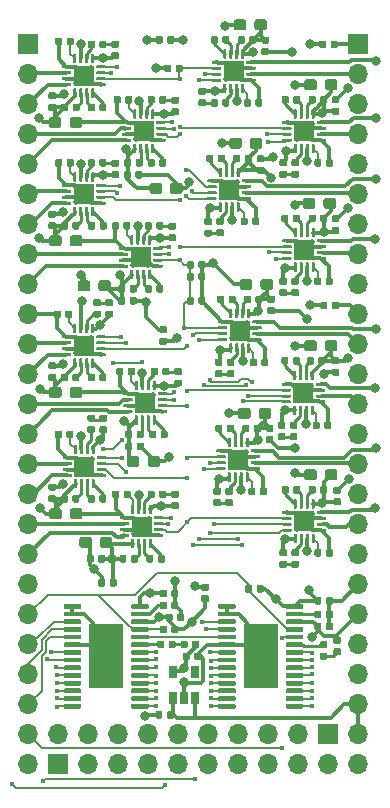
<source format=gtl>
G04 #@! TF.GenerationSoftware,KiCad,Pcbnew,5.1.5+dfsg1-2build2*
G04 #@! TF.CreationDate,2020-08-06T15:55:44-04:00*
G04 #@! TF.ProjectId,Motor_Board,4d6f746f-725f-4426-9f61-72642e6b6963,rev?*
G04 #@! TF.SameCoordinates,Original*
G04 #@! TF.FileFunction,Copper,L1,Top*
G04 #@! TF.FilePolarity,Positive*
%FSLAX46Y46*%
G04 Gerber Fmt 4.6, Leading zero omitted, Abs format (unit mm)*
G04 Created by KiCad (PCBNEW 5.1.5+dfsg1-2build2) date 2020-08-06 15:55:44*
%MOMM*%
%LPD*%
G04 APERTURE LIST*
G04 #@! TA.AperFunction,SMDPad,CuDef*
%ADD10C,0.100000*%
G04 #@! TD*
G04 #@! TA.AperFunction,ComponentPad*
%ADD11R,1.700000X1.700000*%
G04 #@! TD*
G04 #@! TA.AperFunction,ComponentPad*
%ADD12O,1.700000X1.700000*%
G04 #@! TD*
G04 #@! TA.AperFunction,SMDPad,CuDef*
%ADD13R,0.650000X1.060000*%
G04 #@! TD*
G04 #@! TA.AperFunction,ViaPad*
%ADD14C,0.600000*%
G04 #@! TD*
G04 #@! TA.AperFunction,SMDPad,CuDef*
%ADD15R,2.850000X5.400000*%
G04 #@! TD*
G04 #@! TA.AperFunction,ViaPad*
%ADD16C,0.500000*%
G04 #@! TD*
G04 #@! TA.AperFunction,SMDPad,CuDef*
%ADD17R,1.750000X1.750000*%
G04 #@! TD*
G04 #@! TA.AperFunction,ViaPad*
%ADD18C,0.800000*%
G04 #@! TD*
G04 #@! TA.AperFunction,ViaPad*
%ADD19C,0.406400*%
G04 #@! TD*
G04 #@! TA.AperFunction,Conductor*
%ADD20C,0.304800*%
G04 #@! TD*
G04 #@! TA.AperFunction,Conductor*
%ADD21C,0.250000*%
G04 #@! TD*
G04 #@! TA.AperFunction,Conductor*
%ADD22C,0.177800*%
G04 #@! TD*
G04 APERTURE END LIST*
G04 #@! TA.AperFunction,SMDPad,CuDef*
D10*
G04 #@! TO.P,C13,2*
G04 #@! TO.N,GND*
G36*
X66861958Y-89032710D02*
G01*
X66876276Y-89034834D01*
X66890317Y-89038351D01*
X66903946Y-89043228D01*
X66917031Y-89049417D01*
X66929447Y-89056858D01*
X66941073Y-89065481D01*
X66951798Y-89075202D01*
X66961519Y-89085927D01*
X66970142Y-89097553D01*
X66977583Y-89109969D01*
X66983772Y-89123054D01*
X66988649Y-89136683D01*
X66992166Y-89150724D01*
X66994290Y-89165042D01*
X66995000Y-89179500D01*
X66995000Y-89474500D01*
X66994290Y-89488958D01*
X66992166Y-89503276D01*
X66988649Y-89517317D01*
X66983772Y-89530946D01*
X66977583Y-89544031D01*
X66970142Y-89556447D01*
X66961519Y-89568073D01*
X66951798Y-89578798D01*
X66941073Y-89588519D01*
X66929447Y-89597142D01*
X66917031Y-89604583D01*
X66903946Y-89610772D01*
X66890317Y-89615649D01*
X66876276Y-89619166D01*
X66861958Y-89621290D01*
X66847500Y-89622000D01*
X66502500Y-89622000D01*
X66488042Y-89621290D01*
X66473724Y-89619166D01*
X66459683Y-89615649D01*
X66446054Y-89610772D01*
X66432969Y-89604583D01*
X66420553Y-89597142D01*
X66408927Y-89588519D01*
X66398202Y-89578798D01*
X66388481Y-89568073D01*
X66379858Y-89556447D01*
X66372417Y-89544031D01*
X66366228Y-89530946D01*
X66361351Y-89517317D01*
X66357834Y-89503276D01*
X66355710Y-89488958D01*
X66355000Y-89474500D01*
X66355000Y-89179500D01*
X66355710Y-89165042D01*
X66357834Y-89150724D01*
X66361351Y-89136683D01*
X66366228Y-89123054D01*
X66372417Y-89109969D01*
X66379858Y-89097553D01*
X66388481Y-89085927D01*
X66398202Y-89075202D01*
X66408927Y-89065481D01*
X66420553Y-89056858D01*
X66432969Y-89049417D01*
X66446054Y-89043228D01*
X66459683Y-89038351D01*
X66473724Y-89034834D01*
X66488042Y-89032710D01*
X66502500Y-89032000D01*
X66847500Y-89032000D01*
X66861958Y-89032710D01*
G37*
G04 #@! TD.AperFunction*
G04 #@! TA.AperFunction,SMDPad,CuDef*
G04 #@! TO.P,C13,1*
G04 #@! TO.N,+24V*
G36*
X66861958Y-90002710D02*
G01*
X66876276Y-90004834D01*
X66890317Y-90008351D01*
X66903946Y-90013228D01*
X66917031Y-90019417D01*
X66929447Y-90026858D01*
X66941073Y-90035481D01*
X66951798Y-90045202D01*
X66961519Y-90055927D01*
X66970142Y-90067553D01*
X66977583Y-90079969D01*
X66983772Y-90093054D01*
X66988649Y-90106683D01*
X66992166Y-90120724D01*
X66994290Y-90135042D01*
X66995000Y-90149500D01*
X66995000Y-90444500D01*
X66994290Y-90458958D01*
X66992166Y-90473276D01*
X66988649Y-90487317D01*
X66983772Y-90500946D01*
X66977583Y-90514031D01*
X66970142Y-90526447D01*
X66961519Y-90538073D01*
X66951798Y-90548798D01*
X66941073Y-90558519D01*
X66929447Y-90567142D01*
X66917031Y-90574583D01*
X66903946Y-90580772D01*
X66890317Y-90585649D01*
X66876276Y-90589166D01*
X66861958Y-90591290D01*
X66847500Y-90592000D01*
X66502500Y-90592000D01*
X66488042Y-90591290D01*
X66473724Y-90589166D01*
X66459683Y-90585649D01*
X66446054Y-90580772D01*
X66432969Y-90574583D01*
X66420553Y-90567142D01*
X66408927Y-90558519D01*
X66398202Y-90548798D01*
X66388481Y-90538073D01*
X66379858Y-90526447D01*
X66372417Y-90514031D01*
X66366228Y-90500946D01*
X66361351Y-90487317D01*
X66357834Y-90473276D01*
X66355710Y-90458958D01*
X66355000Y-90444500D01*
X66355000Y-90149500D01*
X66355710Y-90135042D01*
X66357834Y-90120724D01*
X66361351Y-90106683D01*
X66366228Y-90093054D01*
X66372417Y-90079969D01*
X66379858Y-90067553D01*
X66388481Y-90055927D01*
X66398202Y-90045202D01*
X66408927Y-90035481D01*
X66420553Y-90026858D01*
X66432969Y-90019417D01*
X66446054Y-90013228D01*
X66459683Y-90008351D01*
X66473724Y-90004834D01*
X66488042Y-90002710D01*
X66502500Y-90002000D01*
X66847500Y-90002000D01*
X66861958Y-90002710D01*
G37*
G04 #@! TD.AperFunction*
G04 #@! TD*
D11*
G04 #@! TO.P,J2,1*
G04 #@! TO.N,GND*
X92608400Y-84937600D03*
D12*
G04 #@! TO.P,J2,2*
G04 #@! TO.N,/OUT_1a*
X92608400Y-87477600D03*
G04 #@! TO.P,J2,3*
G04 #@! TO.N,/OUT_1b*
X92608400Y-90017600D03*
G04 #@! TO.P,J2,4*
G04 #@! TO.N,/OUT_3a*
X92608400Y-92557600D03*
G04 #@! TO.P,J2,5*
G04 #@! TO.N,/OUT_3b*
X92608400Y-95097600D03*
G04 #@! TO.P,J2,6*
G04 #@! TO.N,/OUT_5a*
X92608400Y-97637600D03*
G04 #@! TO.P,J2,7*
G04 #@! TO.N,/OUT_5b*
X92608400Y-100177600D03*
G04 #@! TO.P,J2,8*
G04 #@! TO.N,/OUT_7a*
X92608400Y-102717600D03*
G04 #@! TO.P,J2,9*
G04 #@! TO.N,/OUT_7b*
X92608400Y-105257600D03*
G04 #@! TO.P,J2,10*
G04 #@! TO.N,GND*
X92608400Y-107797600D03*
G04 #@! TO.P,J2,11*
G04 #@! TO.N,/OUT_9a*
X92608400Y-110337600D03*
G04 #@! TO.P,J2,12*
G04 #@! TO.N,/OUT_9b*
X92608400Y-112877600D03*
G04 #@! TO.P,J2,13*
G04 #@! TO.N,/OUT_11a*
X92608400Y-115417600D03*
G04 #@! TO.P,J2,14*
G04 #@! TO.N,/OUT_11b*
X92608400Y-117957600D03*
G04 #@! TO.P,J2,15*
G04 #@! TO.N,/OUT_13a*
X92608400Y-120497600D03*
G04 #@! TO.P,J2,16*
G04 #@! TO.N,/OUT_13b*
X92608400Y-123037600D03*
G04 #@! TO.P,J2,17*
G04 #@! TO.N,/OUT_15a*
X92608400Y-125577600D03*
G04 #@! TO.P,J2,18*
G04 #@! TO.N,/OUT_15b*
X92608400Y-128117600D03*
G04 #@! TO.P,J2,19*
G04 #@! TO.N,GND*
X92608400Y-130657600D03*
G04 #@! TO.P,J2,20*
G04 #@! TO.N,+3V3*
X92608400Y-133197600D03*
G04 #@! TO.P,J2,21*
G04 #@! TO.N,Net-(J2-Pad21)*
X92608400Y-135737600D03*
G04 #@! TO.P,J2,22*
G04 #@! TO.N,Net-(J2-Pad22)*
X92608400Y-138277600D03*
G04 #@! TO.P,J2,23*
G04 #@! TO.N,+5V*
X92608400Y-140817600D03*
G04 #@! TO.P,J2,24*
X92608400Y-143357600D03*
G04 #@! TO.P,J2,25*
G04 #@! TO.N,GND*
X92608400Y-145897600D03*
G04 #@! TD*
G04 #@! TO.P,J1,25*
G04 #@! TO.N,GND*
X64668400Y-145897600D03*
G04 #@! TO.P,J1,24*
G04 #@! TO.N,/SOUT*
X64668400Y-143357600D03*
G04 #@! TO.P,J1,23*
G04 #@! TO.N,/SIN*
X64668400Y-140817600D03*
G04 #@! TO.P,J1,22*
G04 #@! TO.N,/SCLK*
X64668400Y-138277600D03*
G04 #@! TO.P,J1,21*
G04 #@! TO.N,/XLAT*
X64668400Y-135737600D03*
G04 #@! TO.P,J1,20*
G04 #@! TO.N,/GSCLK*
X64668400Y-133197600D03*
G04 #@! TO.P,J1,19*
G04 #@! TO.N,GND*
X64668400Y-130657600D03*
G04 #@! TO.P,J1,18*
G04 #@! TO.N,/OUT_14b*
X64668400Y-128117600D03*
G04 #@! TO.P,J1,17*
G04 #@! TO.N,/OUT_14a*
X64668400Y-125577600D03*
G04 #@! TO.P,J1,16*
G04 #@! TO.N,/OUT_12b*
X64668400Y-123037600D03*
G04 #@! TO.P,J1,15*
G04 #@! TO.N,/OUT_12a*
X64668400Y-120497600D03*
G04 #@! TO.P,J1,14*
G04 #@! TO.N,/OUT_10b*
X64668400Y-117957600D03*
G04 #@! TO.P,J1,13*
G04 #@! TO.N,/OUT_10a*
X64668400Y-115417600D03*
G04 #@! TO.P,J1,12*
G04 #@! TO.N,/OUT_8b*
X64668400Y-112877600D03*
G04 #@! TO.P,J1,11*
G04 #@! TO.N,/OUT_8a*
X64668400Y-110337600D03*
G04 #@! TO.P,J1,10*
G04 #@! TO.N,GND*
X64668400Y-107797600D03*
G04 #@! TO.P,J1,9*
G04 #@! TO.N,/OUT_6b*
X64668400Y-105257600D03*
G04 #@! TO.P,J1,8*
G04 #@! TO.N,/OUT_6a*
X64668400Y-102717600D03*
G04 #@! TO.P,J1,7*
G04 #@! TO.N,/OUT_4b*
X64668400Y-100177600D03*
G04 #@! TO.P,J1,6*
G04 #@! TO.N,/OUT_4a*
X64668400Y-97637600D03*
G04 #@! TO.P,J1,5*
G04 #@! TO.N,/OUT_2b*
X64668400Y-95097600D03*
G04 #@! TO.P,J1,4*
G04 #@! TO.N,/OUT_2a*
X64668400Y-92557600D03*
G04 #@! TO.P,J1,3*
G04 #@! TO.N,/OUT_0b*
X64668400Y-90017600D03*
G04 #@! TO.P,J1,2*
G04 #@! TO.N,/OUT_0a*
X64668400Y-87477600D03*
D11*
G04 #@! TO.P,J1,1*
G04 #@! TO.N,GND*
X64668400Y-84937600D03*
G04 #@! TD*
G04 #@! TO.P,J4,1*
G04 #@! TO.N,+24V*
X90068400Y-143357600D03*
D12*
G04 #@! TO.P,J4,2*
X87528400Y-143357600D03*
G04 #@! TO.P,J4,3*
X84988400Y-143357600D03*
G04 #@! TO.P,J4,4*
X82448400Y-143357600D03*
G04 #@! TO.P,J4,5*
X79908400Y-143357600D03*
G04 #@! TO.P,J4,6*
X77368400Y-143357600D03*
G04 #@! TO.P,J4,7*
X74828400Y-143357600D03*
G04 #@! TO.P,J4,8*
X72288400Y-143357600D03*
G04 #@! TO.P,J4,9*
X69748400Y-143357600D03*
G04 #@! TO.P,J4,10*
X67208400Y-143357600D03*
G04 #@! TD*
G04 #@! TO.P,J5,10*
G04 #@! TO.N,GND*
X90068400Y-145897600D03*
G04 #@! TO.P,J5,9*
X87528400Y-145897600D03*
G04 #@! TO.P,J5,8*
X84988400Y-145897600D03*
G04 #@! TO.P,J5,7*
X82448400Y-145897600D03*
G04 #@! TO.P,J5,6*
X79908400Y-145897600D03*
G04 #@! TO.P,J5,5*
X77368400Y-145897600D03*
G04 #@! TO.P,J5,4*
X74828400Y-145897600D03*
G04 #@! TO.P,J5,3*
X72288400Y-145897600D03*
G04 #@! TO.P,J5,2*
X69748400Y-145897600D03*
D11*
G04 #@! TO.P,J5,1*
X67208400Y-145897600D03*
G04 #@! TD*
G04 #@! TA.AperFunction,SMDPad,CuDef*
D10*
G04 #@! TO.P,C1,2*
G04 #@! TO.N,GND*
G36*
X75876958Y-141412710D02*
G01*
X75891276Y-141414834D01*
X75905317Y-141418351D01*
X75918946Y-141423228D01*
X75932031Y-141429417D01*
X75944447Y-141436858D01*
X75956073Y-141445481D01*
X75966798Y-141455202D01*
X75976519Y-141465927D01*
X75985142Y-141477553D01*
X75992583Y-141489969D01*
X75998772Y-141503054D01*
X76003649Y-141516683D01*
X76007166Y-141530724D01*
X76009290Y-141545042D01*
X76010000Y-141559500D01*
X76010000Y-141904500D01*
X76009290Y-141918958D01*
X76007166Y-141933276D01*
X76003649Y-141947317D01*
X75998772Y-141960946D01*
X75992583Y-141974031D01*
X75985142Y-141986447D01*
X75976519Y-141998073D01*
X75966798Y-142008798D01*
X75956073Y-142018519D01*
X75944447Y-142027142D01*
X75932031Y-142034583D01*
X75918946Y-142040772D01*
X75905317Y-142045649D01*
X75891276Y-142049166D01*
X75876958Y-142051290D01*
X75862500Y-142052000D01*
X75567500Y-142052000D01*
X75553042Y-142051290D01*
X75538724Y-142049166D01*
X75524683Y-142045649D01*
X75511054Y-142040772D01*
X75497969Y-142034583D01*
X75485553Y-142027142D01*
X75473927Y-142018519D01*
X75463202Y-142008798D01*
X75453481Y-141998073D01*
X75444858Y-141986447D01*
X75437417Y-141974031D01*
X75431228Y-141960946D01*
X75426351Y-141947317D01*
X75422834Y-141933276D01*
X75420710Y-141918958D01*
X75420000Y-141904500D01*
X75420000Y-141559500D01*
X75420710Y-141545042D01*
X75422834Y-141530724D01*
X75426351Y-141516683D01*
X75431228Y-141503054D01*
X75437417Y-141489969D01*
X75444858Y-141477553D01*
X75453481Y-141465927D01*
X75463202Y-141455202D01*
X75473927Y-141445481D01*
X75485553Y-141436858D01*
X75497969Y-141429417D01*
X75511054Y-141423228D01*
X75524683Y-141418351D01*
X75538724Y-141414834D01*
X75553042Y-141412710D01*
X75567500Y-141412000D01*
X75862500Y-141412000D01*
X75876958Y-141412710D01*
G37*
G04 #@! TD.AperFunction*
G04 #@! TA.AperFunction,SMDPad,CuDef*
G04 #@! TO.P,C1,1*
G04 #@! TO.N,+5V*
G36*
X76846958Y-141412710D02*
G01*
X76861276Y-141414834D01*
X76875317Y-141418351D01*
X76888946Y-141423228D01*
X76902031Y-141429417D01*
X76914447Y-141436858D01*
X76926073Y-141445481D01*
X76936798Y-141455202D01*
X76946519Y-141465927D01*
X76955142Y-141477553D01*
X76962583Y-141489969D01*
X76968772Y-141503054D01*
X76973649Y-141516683D01*
X76977166Y-141530724D01*
X76979290Y-141545042D01*
X76980000Y-141559500D01*
X76980000Y-141904500D01*
X76979290Y-141918958D01*
X76977166Y-141933276D01*
X76973649Y-141947317D01*
X76968772Y-141960946D01*
X76962583Y-141974031D01*
X76955142Y-141986447D01*
X76946519Y-141998073D01*
X76936798Y-142008798D01*
X76926073Y-142018519D01*
X76914447Y-142027142D01*
X76902031Y-142034583D01*
X76888946Y-142040772D01*
X76875317Y-142045649D01*
X76861276Y-142049166D01*
X76846958Y-142051290D01*
X76832500Y-142052000D01*
X76537500Y-142052000D01*
X76523042Y-142051290D01*
X76508724Y-142049166D01*
X76494683Y-142045649D01*
X76481054Y-142040772D01*
X76467969Y-142034583D01*
X76455553Y-142027142D01*
X76443927Y-142018519D01*
X76433202Y-142008798D01*
X76423481Y-141998073D01*
X76414858Y-141986447D01*
X76407417Y-141974031D01*
X76401228Y-141960946D01*
X76396351Y-141947317D01*
X76392834Y-141933276D01*
X76390710Y-141918958D01*
X76390000Y-141904500D01*
X76390000Y-141559500D01*
X76390710Y-141545042D01*
X76392834Y-141530724D01*
X76396351Y-141516683D01*
X76401228Y-141503054D01*
X76407417Y-141489969D01*
X76414858Y-141477553D01*
X76423481Y-141465927D01*
X76433202Y-141455202D01*
X76443927Y-141445481D01*
X76455553Y-141436858D01*
X76467969Y-141429417D01*
X76481054Y-141423228D01*
X76494683Y-141418351D01*
X76508724Y-141414834D01*
X76523042Y-141412710D01*
X76537500Y-141412000D01*
X76832500Y-141412000D01*
X76846958Y-141412710D01*
G37*
G04 #@! TD.AperFunction*
G04 #@! TD*
G04 #@! TA.AperFunction,SMDPad,CuDef*
G04 #@! TO.P,C2,2*
G04 #@! TO.N,GND*
G36*
X77227958Y-131125710D02*
G01*
X77242276Y-131127834D01*
X77256317Y-131131351D01*
X77269946Y-131136228D01*
X77283031Y-131142417D01*
X77295447Y-131149858D01*
X77307073Y-131158481D01*
X77317798Y-131168202D01*
X77327519Y-131178927D01*
X77336142Y-131190553D01*
X77343583Y-131202969D01*
X77349772Y-131216054D01*
X77354649Y-131229683D01*
X77358166Y-131243724D01*
X77360290Y-131258042D01*
X77361000Y-131272500D01*
X77361000Y-131617500D01*
X77360290Y-131631958D01*
X77358166Y-131646276D01*
X77354649Y-131660317D01*
X77349772Y-131673946D01*
X77343583Y-131687031D01*
X77336142Y-131699447D01*
X77327519Y-131711073D01*
X77317798Y-131721798D01*
X77307073Y-131731519D01*
X77295447Y-131740142D01*
X77283031Y-131747583D01*
X77269946Y-131753772D01*
X77256317Y-131758649D01*
X77242276Y-131762166D01*
X77227958Y-131764290D01*
X77213500Y-131765000D01*
X76918500Y-131765000D01*
X76904042Y-131764290D01*
X76889724Y-131762166D01*
X76875683Y-131758649D01*
X76862054Y-131753772D01*
X76848969Y-131747583D01*
X76836553Y-131740142D01*
X76824927Y-131731519D01*
X76814202Y-131721798D01*
X76804481Y-131711073D01*
X76795858Y-131699447D01*
X76788417Y-131687031D01*
X76782228Y-131673946D01*
X76777351Y-131660317D01*
X76773834Y-131646276D01*
X76771710Y-131631958D01*
X76771000Y-131617500D01*
X76771000Y-131272500D01*
X76771710Y-131258042D01*
X76773834Y-131243724D01*
X76777351Y-131229683D01*
X76782228Y-131216054D01*
X76788417Y-131202969D01*
X76795858Y-131190553D01*
X76804481Y-131178927D01*
X76814202Y-131168202D01*
X76824927Y-131158481D01*
X76836553Y-131149858D01*
X76848969Y-131142417D01*
X76862054Y-131136228D01*
X76875683Y-131131351D01*
X76889724Y-131127834D01*
X76904042Y-131125710D01*
X76918500Y-131125000D01*
X77213500Y-131125000D01*
X77227958Y-131125710D01*
G37*
G04 #@! TD.AperFunction*
G04 #@! TA.AperFunction,SMDPad,CuDef*
G04 #@! TO.P,C2,1*
G04 #@! TO.N,+3V3*
G36*
X76257958Y-131125710D02*
G01*
X76272276Y-131127834D01*
X76286317Y-131131351D01*
X76299946Y-131136228D01*
X76313031Y-131142417D01*
X76325447Y-131149858D01*
X76337073Y-131158481D01*
X76347798Y-131168202D01*
X76357519Y-131178927D01*
X76366142Y-131190553D01*
X76373583Y-131202969D01*
X76379772Y-131216054D01*
X76384649Y-131229683D01*
X76388166Y-131243724D01*
X76390290Y-131258042D01*
X76391000Y-131272500D01*
X76391000Y-131617500D01*
X76390290Y-131631958D01*
X76388166Y-131646276D01*
X76384649Y-131660317D01*
X76379772Y-131673946D01*
X76373583Y-131687031D01*
X76366142Y-131699447D01*
X76357519Y-131711073D01*
X76347798Y-131721798D01*
X76337073Y-131731519D01*
X76325447Y-131740142D01*
X76313031Y-131747583D01*
X76299946Y-131753772D01*
X76286317Y-131758649D01*
X76272276Y-131762166D01*
X76257958Y-131764290D01*
X76243500Y-131765000D01*
X75948500Y-131765000D01*
X75934042Y-131764290D01*
X75919724Y-131762166D01*
X75905683Y-131758649D01*
X75892054Y-131753772D01*
X75878969Y-131747583D01*
X75866553Y-131740142D01*
X75854927Y-131731519D01*
X75844202Y-131721798D01*
X75834481Y-131711073D01*
X75825858Y-131699447D01*
X75818417Y-131687031D01*
X75812228Y-131673946D01*
X75807351Y-131660317D01*
X75803834Y-131646276D01*
X75801710Y-131631958D01*
X75801000Y-131617500D01*
X75801000Y-131272500D01*
X75801710Y-131258042D01*
X75803834Y-131243724D01*
X75807351Y-131229683D01*
X75812228Y-131216054D01*
X75818417Y-131202969D01*
X75825858Y-131190553D01*
X75834481Y-131178927D01*
X75844202Y-131168202D01*
X75854927Y-131158481D01*
X75866553Y-131149858D01*
X75878969Y-131142417D01*
X75892054Y-131136228D01*
X75905683Y-131131351D01*
X75919724Y-131127834D01*
X75934042Y-131125710D01*
X75948500Y-131125000D01*
X76243500Y-131125000D01*
X76257958Y-131125710D01*
G37*
G04 #@! TD.AperFunction*
G04 #@! TD*
G04 #@! TA.AperFunction,SMDPad,CuDef*
G04 #@! TO.P,C3,2*
G04 #@! TO.N,GND*
G36*
X90308958Y-131760710D02*
G01*
X90323276Y-131762834D01*
X90337317Y-131766351D01*
X90350946Y-131771228D01*
X90364031Y-131777417D01*
X90376447Y-131784858D01*
X90388073Y-131793481D01*
X90398798Y-131803202D01*
X90408519Y-131813927D01*
X90417142Y-131825553D01*
X90424583Y-131837969D01*
X90430772Y-131851054D01*
X90435649Y-131864683D01*
X90439166Y-131878724D01*
X90441290Y-131893042D01*
X90442000Y-131907500D01*
X90442000Y-132252500D01*
X90441290Y-132266958D01*
X90439166Y-132281276D01*
X90435649Y-132295317D01*
X90430772Y-132308946D01*
X90424583Y-132322031D01*
X90417142Y-132334447D01*
X90408519Y-132346073D01*
X90398798Y-132356798D01*
X90388073Y-132366519D01*
X90376447Y-132375142D01*
X90364031Y-132382583D01*
X90350946Y-132388772D01*
X90337317Y-132393649D01*
X90323276Y-132397166D01*
X90308958Y-132399290D01*
X90294500Y-132400000D01*
X89999500Y-132400000D01*
X89985042Y-132399290D01*
X89970724Y-132397166D01*
X89956683Y-132393649D01*
X89943054Y-132388772D01*
X89929969Y-132382583D01*
X89917553Y-132375142D01*
X89905927Y-132366519D01*
X89895202Y-132356798D01*
X89885481Y-132346073D01*
X89876858Y-132334447D01*
X89869417Y-132322031D01*
X89863228Y-132308946D01*
X89858351Y-132295317D01*
X89854834Y-132281276D01*
X89852710Y-132266958D01*
X89852000Y-132252500D01*
X89852000Y-131907500D01*
X89852710Y-131893042D01*
X89854834Y-131878724D01*
X89858351Y-131864683D01*
X89863228Y-131851054D01*
X89869417Y-131837969D01*
X89876858Y-131825553D01*
X89885481Y-131813927D01*
X89895202Y-131803202D01*
X89905927Y-131793481D01*
X89917553Y-131784858D01*
X89929969Y-131777417D01*
X89943054Y-131771228D01*
X89956683Y-131766351D01*
X89970724Y-131762834D01*
X89985042Y-131760710D01*
X89999500Y-131760000D01*
X90294500Y-131760000D01*
X90308958Y-131760710D01*
G37*
G04 #@! TD.AperFunction*
G04 #@! TA.AperFunction,SMDPad,CuDef*
G04 #@! TO.P,C3,1*
G04 #@! TO.N,+3V3*
G36*
X89338958Y-131760710D02*
G01*
X89353276Y-131762834D01*
X89367317Y-131766351D01*
X89380946Y-131771228D01*
X89394031Y-131777417D01*
X89406447Y-131784858D01*
X89418073Y-131793481D01*
X89428798Y-131803202D01*
X89438519Y-131813927D01*
X89447142Y-131825553D01*
X89454583Y-131837969D01*
X89460772Y-131851054D01*
X89465649Y-131864683D01*
X89469166Y-131878724D01*
X89471290Y-131893042D01*
X89472000Y-131907500D01*
X89472000Y-132252500D01*
X89471290Y-132266958D01*
X89469166Y-132281276D01*
X89465649Y-132295317D01*
X89460772Y-132308946D01*
X89454583Y-132322031D01*
X89447142Y-132334447D01*
X89438519Y-132346073D01*
X89428798Y-132356798D01*
X89418073Y-132366519D01*
X89406447Y-132375142D01*
X89394031Y-132382583D01*
X89380946Y-132388772D01*
X89367317Y-132393649D01*
X89353276Y-132397166D01*
X89338958Y-132399290D01*
X89324500Y-132400000D01*
X89029500Y-132400000D01*
X89015042Y-132399290D01*
X89000724Y-132397166D01*
X88986683Y-132393649D01*
X88973054Y-132388772D01*
X88959969Y-132382583D01*
X88947553Y-132375142D01*
X88935927Y-132366519D01*
X88925202Y-132356798D01*
X88915481Y-132346073D01*
X88906858Y-132334447D01*
X88899417Y-132322031D01*
X88893228Y-132308946D01*
X88888351Y-132295317D01*
X88884834Y-132281276D01*
X88882710Y-132266958D01*
X88882000Y-132252500D01*
X88882000Y-131907500D01*
X88882710Y-131893042D01*
X88884834Y-131878724D01*
X88888351Y-131864683D01*
X88893228Y-131851054D01*
X88899417Y-131837969D01*
X88906858Y-131825553D01*
X88915481Y-131813927D01*
X88925202Y-131803202D01*
X88935927Y-131793481D01*
X88947553Y-131784858D01*
X88959969Y-131777417D01*
X88973054Y-131771228D01*
X88986683Y-131766351D01*
X89000724Y-131762834D01*
X89015042Y-131760710D01*
X89029500Y-131760000D01*
X89324500Y-131760000D01*
X89338958Y-131760710D01*
G37*
G04 #@! TD.AperFunction*
G04 #@! TD*
G04 #@! TA.AperFunction,SMDPad,CuDef*
G04 #@! TO.P,C4,1*
G04 #@! TO.N,+3V3*
G36*
X76742958Y-133157710D02*
G01*
X76757276Y-133159834D01*
X76771317Y-133163351D01*
X76784946Y-133168228D01*
X76798031Y-133174417D01*
X76810447Y-133181858D01*
X76822073Y-133190481D01*
X76832798Y-133200202D01*
X76842519Y-133210927D01*
X76851142Y-133222553D01*
X76858583Y-133234969D01*
X76864772Y-133248054D01*
X76869649Y-133261683D01*
X76873166Y-133275724D01*
X76875290Y-133290042D01*
X76876000Y-133304500D01*
X76876000Y-133649500D01*
X76875290Y-133663958D01*
X76873166Y-133678276D01*
X76869649Y-133692317D01*
X76864772Y-133705946D01*
X76858583Y-133719031D01*
X76851142Y-133731447D01*
X76842519Y-133743073D01*
X76832798Y-133753798D01*
X76822073Y-133763519D01*
X76810447Y-133772142D01*
X76798031Y-133779583D01*
X76784946Y-133785772D01*
X76771317Y-133790649D01*
X76757276Y-133794166D01*
X76742958Y-133796290D01*
X76728500Y-133797000D01*
X76433500Y-133797000D01*
X76419042Y-133796290D01*
X76404724Y-133794166D01*
X76390683Y-133790649D01*
X76377054Y-133785772D01*
X76363969Y-133779583D01*
X76351553Y-133772142D01*
X76339927Y-133763519D01*
X76329202Y-133753798D01*
X76319481Y-133743073D01*
X76310858Y-133731447D01*
X76303417Y-133719031D01*
X76297228Y-133705946D01*
X76292351Y-133692317D01*
X76288834Y-133678276D01*
X76286710Y-133663958D01*
X76286000Y-133649500D01*
X76286000Y-133304500D01*
X76286710Y-133290042D01*
X76288834Y-133275724D01*
X76292351Y-133261683D01*
X76297228Y-133248054D01*
X76303417Y-133234969D01*
X76310858Y-133222553D01*
X76319481Y-133210927D01*
X76329202Y-133200202D01*
X76339927Y-133190481D01*
X76351553Y-133181858D01*
X76363969Y-133174417D01*
X76377054Y-133168228D01*
X76390683Y-133163351D01*
X76404724Y-133159834D01*
X76419042Y-133157710D01*
X76433500Y-133157000D01*
X76728500Y-133157000D01*
X76742958Y-133157710D01*
G37*
G04 #@! TD.AperFunction*
G04 #@! TA.AperFunction,SMDPad,CuDef*
G04 #@! TO.P,C4,2*
G04 #@! TO.N,GND*
G36*
X77712958Y-133157710D02*
G01*
X77727276Y-133159834D01*
X77741317Y-133163351D01*
X77754946Y-133168228D01*
X77768031Y-133174417D01*
X77780447Y-133181858D01*
X77792073Y-133190481D01*
X77802798Y-133200202D01*
X77812519Y-133210927D01*
X77821142Y-133222553D01*
X77828583Y-133234969D01*
X77834772Y-133248054D01*
X77839649Y-133261683D01*
X77843166Y-133275724D01*
X77845290Y-133290042D01*
X77846000Y-133304500D01*
X77846000Y-133649500D01*
X77845290Y-133663958D01*
X77843166Y-133678276D01*
X77839649Y-133692317D01*
X77834772Y-133705946D01*
X77828583Y-133719031D01*
X77821142Y-133731447D01*
X77812519Y-133743073D01*
X77802798Y-133753798D01*
X77792073Y-133763519D01*
X77780447Y-133772142D01*
X77768031Y-133779583D01*
X77754946Y-133785772D01*
X77741317Y-133790649D01*
X77727276Y-133794166D01*
X77712958Y-133796290D01*
X77698500Y-133797000D01*
X77403500Y-133797000D01*
X77389042Y-133796290D01*
X77374724Y-133794166D01*
X77360683Y-133790649D01*
X77347054Y-133785772D01*
X77333969Y-133779583D01*
X77321553Y-133772142D01*
X77309927Y-133763519D01*
X77299202Y-133753798D01*
X77289481Y-133743073D01*
X77280858Y-133731447D01*
X77273417Y-133719031D01*
X77267228Y-133705946D01*
X77262351Y-133692317D01*
X77258834Y-133678276D01*
X77256710Y-133663958D01*
X77256000Y-133649500D01*
X77256000Y-133304500D01*
X77256710Y-133290042D01*
X77258834Y-133275724D01*
X77262351Y-133261683D01*
X77267228Y-133248054D01*
X77273417Y-133234969D01*
X77280858Y-133222553D01*
X77289481Y-133210927D01*
X77299202Y-133200202D01*
X77309927Y-133190481D01*
X77321553Y-133181858D01*
X77333969Y-133174417D01*
X77347054Y-133168228D01*
X77360683Y-133163351D01*
X77374724Y-133159834D01*
X77389042Y-133157710D01*
X77403500Y-133157000D01*
X77698500Y-133157000D01*
X77712958Y-133157710D01*
G37*
G04 #@! TD.AperFunction*
G04 #@! TD*
G04 #@! TA.AperFunction,SMDPad,CuDef*
G04 #@! TO.P,C5,1*
G04 #@! TO.N,+3V3*
G36*
X89338958Y-133919710D02*
G01*
X89353276Y-133921834D01*
X89367317Y-133925351D01*
X89380946Y-133930228D01*
X89394031Y-133936417D01*
X89406447Y-133943858D01*
X89418073Y-133952481D01*
X89428798Y-133962202D01*
X89438519Y-133972927D01*
X89447142Y-133984553D01*
X89454583Y-133996969D01*
X89460772Y-134010054D01*
X89465649Y-134023683D01*
X89469166Y-134037724D01*
X89471290Y-134052042D01*
X89472000Y-134066500D01*
X89472000Y-134411500D01*
X89471290Y-134425958D01*
X89469166Y-134440276D01*
X89465649Y-134454317D01*
X89460772Y-134467946D01*
X89454583Y-134481031D01*
X89447142Y-134493447D01*
X89438519Y-134505073D01*
X89428798Y-134515798D01*
X89418073Y-134525519D01*
X89406447Y-134534142D01*
X89394031Y-134541583D01*
X89380946Y-134547772D01*
X89367317Y-134552649D01*
X89353276Y-134556166D01*
X89338958Y-134558290D01*
X89324500Y-134559000D01*
X89029500Y-134559000D01*
X89015042Y-134558290D01*
X89000724Y-134556166D01*
X88986683Y-134552649D01*
X88973054Y-134547772D01*
X88959969Y-134541583D01*
X88947553Y-134534142D01*
X88935927Y-134525519D01*
X88925202Y-134515798D01*
X88915481Y-134505073D01*
X88906858Y-134493447D01*
X88899417Y-134481031D01*
X88893228Y-134467946D01*
X88888351Y-134454317D01*
X88884834Y-134440276D01*
X88882710Y-134425958D01*
X88882000Y-134411500D01*
X88882000Y-134066500D01*
X88882710Y-134052042D01*
X88884834Y-134037724D01*
X88888351Y-134023683D01*
X88893228Y-134010054D01*
X88899417Y-133996969D01*
X88906858Y-133984553D01*
X88915481Y-133972927D01*
X88925202Y-133962202D01*
X88935927Y-133952481D01*
X88947553Y-133943858D01*
X88959969Y-133936417D01*
X88973054Y-133930228D01*
X88986683Y-133925351D01*
X89000724Y-133921834D01*
X89015042Y-133919710D01*
X89029500Y-133919000D01*
X89324500Y-133919000D01*
X89338958Y-133919710D01*
G37*
G04 #@! TD.AperFunction*
G04 #@! TA.AperFunction,SMDPad,CuDef*
G04 #@! TO.P,C5,2*
G04 #@! TO.N,GND*
G36*
X90308958Y-133919710D02*
G01*
X90323276Y-133921834D01*
X90337317Y-133925351D01*
X90350946Y-133930228D01*
X90364031Y-133936417D01*
X90376447Y-133943858D01*
X90388073Y-133952481D01*
X90398798Y-133962202D01*
X90408519Y-133972927D01*
X90417142Y-133984553D01*
X90424583Y-133996969D01*
X90430772Y-134010054D01*
X90435649Y-134023683D01*
X90439166Y-134037724D01*
X90441290Y-134052042D01*
X90442000Y-134066500D01*
X90442000Y-134411500D01*
X90441290Y-134425958D01*
X90439166Y-134440276D01*
X90435649Y-134454317D01*
X90430772Y-134467946D01*
X90424583Y-134481031D01*
X90417142Y-134493447D01*
X90408519Y-134505073D01*
X90398798Y-134515798D01*
X90388073Y-134525519D01*
X90376447Y-134534142D01*
X90364031Y-134541583D01*
X90350946Y-134547772D01*
X90337317Y-134552649D01*
X90323276Y-134556166D01*
X90308958Y-134558290D01*
X90294500Y-134559000D01*
X89999500Y-134559000D01*
X89985042Y-134558290D01*
X89970724Y-134556166D01*
X89956683Y-134552649D01*
X89943054Y-134547772D01*
X89929969Y-134541583D01*
X89917553Y-134534142D01*
X89905927Y-134525519D01*
X89895202Y-134515798D01*
X89885481Y-134505073D01*
X89876858Y-134493447D01*
X89869417Y-134481031D01*
X89863228Y-134467946D01*
X89858351Y-134454317D01*
X89854834Y-134440276D01*
X89852710Y-134425958D01*
X89852000Y-134411500D01*
X89852000Y-134066500D01*
X89852710Y-134052042D01*
X89854834Y-134037724D01*
X89858351Y-134023683D01*
X89863228Y-134010054D01*
X89869417Y-133996969D01*
X89876858Y-133984553D01*
X89885481Y-133972927D01*
X89895202Y-133962202D01*
X89905927Y-133952481D01*
X89917553Y-133943858D01*
X89929969Y-133936417D01*
X89943054Y-133930228D01*
X89956683Y-133925351D01*
X89970724Y-133921834D01*
X89985042Y-133919710D01*
X89999500Y-133919000D01*
X90294500Y-133919000D01*
X90308958Y-133919710D01*
G37*
G04 #@! TD.AperFunction*
G04 #@! TD*
G04 #@! TA.AperFunction,SMDPad,CuDef*
G04 #@! TO.P,C6,1*
G04 #@! TO.N,+3V3*
G36*
X78185958Y-136459710D02*
G01*
X78200276Y-136461834D01*
X78214317Y-136465351D01*
X78227946Y-136470228D01*
X78241031Y-136476417D01*
X78253447Y-136483858D01*
X78265073Y-136492481D01*
X78275798Y-136502202D01*
X78285519Y-136512927D01*
X78294142Y-136524553D01*
X78301583Y-136536969D01*
X78307772Y-136550054D01*
X78312649Y-136563683D01*
X78316166Y-136577724D01*
X78318290Y-136592042D01*
X78319000Y-136606500D01*
X78319000Y-136951500D01*
X78318290Y-136965958D01*
X78316166Y-136980276D01*
X78312649Y-136994317D01*
X78307772Y-137007946D01*
X78301583Y-137021031D01*
X78294142Y-137033447D01*
X78285519Y-137045073D01*
X78275798Y-137055798D01*
X78265073Y-137065519D01*
X78253447Y-137074142D01*
X78241031Y-137081583D01*
X78227946Y-137087772D01*
X78214317Y-137092649D01*
X78200276Y-137096166D01*
X78185958Y-137098290D01*
X78171500Y-137099000D01*
X77876500Y-137099000D01*
X77862042Y-137098290D01*
X77847724Y-137096166D01*
X77833683Y-137092649D01*
X77820054Y-137087772D01*
X77806969Y-137081583D01*
X77794553Y-137074142D01*
X77782927Y-137065519D01*
X77772202Y-137055798D01*
X77762481Y-137045073D01*
X77753858Y-137033447D01*
X77746417Y-137021031D01*
X77740228Y-137007946D01*
X77735351Y-136994317D01*
X77731834Y-136980276D01*
X77729710Y-136965958D01*
X77729000Y-136951500D01*
X77729000Y-136606500D01*
X77729710Y-136592042D01*
X77731834Y-136577724D01*
X77735351Y-136563683D01*
X77740228Y-136550054D01*
X77746417Y-136536969D01*
X77753858Y-136524553D01*
X77762481Y-136512927D01*
X77772202Y-136502202D01*
X77782927Y-136492481D01*
X77794553Y-136483858D01*
X77806969Y-136476417D01*
X77820054Y-136470228D01*
X77833683Y-136465351D01*
X77847724Y-136461834D01*
X77862042Y-136459710D01*
X77876500Y-136459000D01*
X78171500Y-136459000D01*
X78185958Y-136459710D01*
G37*
G04 #@! TD.AperFunction*
G04 #@! TA.AperFunction,SMDPad,CuDef*
G04 #@! TO.P,C6,2*
G04 #@! TO.N,GND*
G36*
X79155958Y-136459710D02*
G01*
X79170276Y-136461834D01*
X79184317Y-136465351D01*
X79197946Y-136470228D01*
X79211031Y-136476417D01*
X79223447Y-136483858D01*
X79235073Y-136492481D01*
X79245798Y-136502202D01*
X79255519Y-136512927D01*
X79264142Y-136524553D01*
X79271583Y-136536969D01*
X79277772Y-136550054D01*
X79282649Y-136563683D01*
X79286166Y-136577724D01*
X79288290Y-136592042D01*
X79289000Y-136606500D01*
X79289000Y-136951500D01*
X79288290Y-136965958D01*
X79286166Y-136980276D01*
X79282649Y-136994317D01*
X79277772Y-137007946D01*
X79271583Y-137021031D01*
X79264142Y-137033447D01*
X79255519Y-137045073D01*
X79245798Y-137055798D01*
X79235073Y-137065519D01*
X79223447Y-137074142D01*
X79211031Y-137081583D01*
X79197946Y-137087772D01*
X79184317Y-137092649D01*
X79170276Y-137096166D01*
X79155958Y-137098290D01*
X79141500Y-137099000D01*
X78846500Y-137099000D01*
X78832042Y-137098290D01*
X78817724Y-137096166D01*
X78803683Y-137092649D01*
X78790054Y-137087772D01*
X78776969Y-137081583D01*
X78764553Y-137074142D01*
X78752927Y-137065519D01*
X78742202Y-137055798D01*
X78732481Y-137045073D01*
X78723858Y-137033447D01*
X78716417Y-137021031D01*
X78710228Y-137007946D01*
X78705351Y-136994317D01*
X78701834Y-136980276D01*
X78699710Y-136965958D01*
X78699000Y-136951500D01*
X78699000Y-136606500D01*
X78699710Y-136592042D01*
X78701834Y-136577724D01*
X78705351Y-136563683D01*
X78710228Y-136550054D01*
X78716417Y-136536969D01*
X78723858Y-136524553D01*
X78732481Y-136512927D01*
X78742202Y-136502202D01*
X78752927Y-136492481D01*
X78764553Y-136483858D01*
X78776969Y-136476417D01*
X78790054Y-136470228D01*
X78803683Y-136465351D01*
X78817724Y-136461834D01*
X78832042Y-136459710D01*
X78846500Y-136459000D01*
X79141500Y-136459000D01*
X79155958Y-136459710D01*
G37*
G04 #@! TD.AperFunction*
G04 #@! TD*
G04 #@! TA.AperFunction,SMDPad,CuDef*
G04 #@! TO.P,C7,2*
G04 #@! TO.N,GND*
G36*
X71027958Y-130236710D02*
G01*
X71042276Y-130238834D01*
X71056317Y-130242351D01*
X71069946Y-130247228D01*
X71083031Y-130253417D01*
X71095447Y-130260858D01*
X71107073Y-130269481D01*
X71117798Y-130279202D01*
X71127519Y-130289927D01*
X71136142Y-130301553D01*
X71143583Y-130313969D01*
X71149772Y-130327054D01*
X71154649Y-130340683D01*
X71158166Y-130354724D01*
X71160290Y-130369042D01*
X71161000Y-130383500D01*
X71161000Y-130728500D01*
X71160290Y-130742958D01*
X71158166Y-130757276D01*
X71154649Y-130771317D01*
X71149772Y-130784946D01*
X71143583Y-130798031D01*
X71136142Y-130810447D01*
X71127519Y-130822073D01*
X71117798Y-130832798D01*
X71107073Y-130842519D01*
X71095447Y-130851142D01*
X71083031Y-130858583D01*
X71069946Y-130864772D01*
X71056317Y-130869649D01*
X71042276Y-130873166D01*
X71027958Y-130875290D01*
X71013500Y-130876000D01*
X70718500Y-130876000D01*
X70704042Y-130875290D01*
X70689724Y-130873166D01*
X70675683Y-130869649D01*
X70662054Y-130864772D01*
X70648969Y-130858583D01*
X70636553Y-130851142D01*
X70624927Y-130842519D01*
X70614202Y-130832798D01*
X70604481Y-130822073D01*
X70595858Y-130810447D01*
X70588417Y-130798031D01*
X70582228Y-130784946D01*
X70577351Y-130771317D01*
X70573834Y-130757276D01*
X70571710Y-130742958D01*
X70571000Y-130728500D01*
X70571000Y-130383500D01*
X70571710Y-130369042D01*
X70573834Y-130354724D01*
X70577351Y-130340683D01*
X70582228Y-130327054D01*
X70588417Y-130313969D01*
X70595858Y-130301553D01*
X70604481Y-130289927D01*
X70614202Y-130279202D01*
X70624927Y-130269481D01*
X70636553Y-130260858D01*
X70648969Y-130253417D01*
X70662054Y-130247228D01*
X70675683Y-130242351D01*
X70689724Y-130238834D01*
X70704042Y-130236710D01*
X70718500Y-130236000D01*
X71013500Y-130236000D01*
X71027958Y-130236710D01*
G37*
G04 #@! TD.AperFunction*
G04 #@! TA.AperFunction,SMDPad,CuDef*
G04 #@! TO.P,C7,1*
G04 #@! TO.N,+24V*
G36*
X71997958Y-130236710D02*
G01*
X72012276Y-130238834D01*
X72026317Y-130242351D01*
X72039946Y-130247228D01*
X72053031Y-130253417D01*
X72065447Y-130260858D01*
X72077073Y-130269481D01*
X72087798Y-130279202D01*
X72097519Y-130289927D01*
X72106142Y-130301553D01*
X72113583Y-130313969D01*
X72119772Y-130327054D01*
X72124649Y-130340683D01*
X72128166Y-130354724D01*
X72130290Y-130369042D01*
X72131000Y-130383500D01*
X72131000Y-130728500D01*
X72130290Y-130742958D01*
X72128166Y-130757276D01*
X72124649Y-130771317D01*
X72119772Y-130784946D01*
X72113583Y-130798031D01*
X72106142Y-130810447D01*
X72097519Y-130822073D01*
X72087798Y-130832798D01*
X72077073Y-130842519D01*
X72065447Y-130851142D01*
X72053031Y-130858583D01*
X72039946Y-130864772D01*
X72026317Y-130869649D01*
X72012276Y-130873166D01*
X71997958Y-130875290D01*
X71983500Y-130876000D01*
X71688500Y-130876000D01*
X71674042Y-130875290D01*
X71659724Y-130873166D01*
X71645683Y-130869649D01*
X71632054Y-130864772D01*
X71618969Y-130858583D01*
X71606553Y-130851142D01*
X71594927Y-130842519D01*
X71584202Y-130832798D01*
X71574481Y-130822073D01*
X71565858Y-130810447D01*
X71558417Y-130798031D01*
X71552228Y-130784946D01*
X71547351Y-130771317D01*
X71543834Y-130757276D01*
X71541710Y-130742958D01*
X71541000Y-130728500D01*
X71541000Y-130383500D01*
X71541710Y-130369042D01*
X71543834Y-130354724D01*
X71547351Y-130340683D01*
X71552228Y-130327054D01*
X71558417Y-130313969D01*
X71565858Y-130301553D01*
X71574481Y-130289927D01*
X71584202Y-130279202D01*
X71594927Y-130269481D01*
X71606553Y-130260858D01*
X71618969Y-130253417D01*
X71632054Y-130247228D01*
X71645683Y-130242351D01*
X71659724Y-130238834D01*
X71674042Y-130236710D01*
X71688500Y-130236000D01*
X71983500Y-130236000D01*
X71997958Y-130236710D01*
G37*
G04 #@! TD.AperFunction*
G04 #@! TD*
G04 #@! TA.AperFunction,SMDPad,CuDef*
G04 #@! TO.P,C8,1*
G04 #@! TO.N,+24V*
G36*
X76869958Y-84262710D02*
G01*
X76884276Y-84264834D01*
X76898317Y-84268351D01*
X76911946Y-84273228D01*
X76925031Y-84279417D01*
X76937447Y-84286858D01*
X76949073Y-84295481D01*
X76959798Y-84305202D01*
X76969519Y-84315927D01*
X76978142Y-84327553D01*
X76985583Y-84339969D01*
X76991772Y-84353054D01*
X76996649Y-84366683D01*
X77000166Y-84380724D01*
X77002290Y-84395042D01*
X77003000Y-84409500D01*
X77003000Y-84754500D01*
X77002290Y-84768958D01*
X77000166Y-84783276D01*
X76996649Y-84797317D01*
X76991772Y-84810946D01*
X76985583Y-84824031D01*
X76978142Y-84836447D01*
X76969519Y-84848073D01*
X76959798Y-84858798D01*
X76949073Y-84868519D01*
X76937447Y-84877142D01*
X76925031Y-84884583D01*
X76911946Y-84890772D01*
X76898317Y-84895649D01*
X76884276Y-84899166D01*
X76869958Y-84901290D01*
X76855500Y-84902000D01*
X76560500Y-84902000D01*
X76546042Y-84901290D01*
X76531724Y-84899166D01*
X76517683Y-84895649D01*
X76504054Y-84890772D01*
X76490969Y-84884583D01*
X76478553Y-84877142D01*
X76466927Y-84868519D01*
X76456202Y-84858798D01*
X76446481Y-84848073D01*
X76437858Y-84836447D01*
X76430417Y-84824031D01*
X76424228Y-84810946D01*
X76419351Y-84797317D01*
X76415834Y-84783276D01*
X76413710Y-84768958D01*
X76413000Y-84754500D01*
X76413000Y-84409500D01*
X76413710Y-84395042D01*
X76415834Y-84380724D01*
X76419351Y-84366683D01*
X76424228Y-84353054D01*
X76430417Y-84339969D01*
X76437858Y-84327553D01*
X76446481Y-84315927D01*
X76456202Y-84305202D01*
X76466927Y-84295481D01*
X76478553Y-84286858D01*
X76490969Y-84279417D01*
X76504054Y-84273228D01*
X76517683Y-84268351D01*
X76531724Y-84264834D01*
X76546042Y-84262710D01*
X76560500Y-84262000D01*
X76855500Y-84262000D01*
X76869958Y-84262710D01*
G37*
G04 #@! TD.AperFunction*
G04 #@! TA.AperFunction,SMDPad,CuDef*
G04 #@! TO.P,C8,2*
G04 #@! TO.N,GND*
G36*
X75899958Y-84262710D02*
G01*
X75914276Y-84264834D01*
X75928317Y-84268351D01*
X75941946Y-84273228D01*
X75955031Y-84279417D01*
X75967447Y-84286858D01*
X75979073Y-84295481D01*
X75989798Y-84305202D01*
X75999519Y-84315927D01*
X76008142Y-84327553D01*
X76015583Y-84339969D01*
X76021772Y-84353054D01*
X76026649Y-84366683D01*
X76030166Y-84380724D01*
X76032290Y-84395042D01*
X76033000Y-84409500D01*
X76033000Y-84754500D01*
X76032290Y-84768958D01*
X76030166Y-84783276D01*
X76026649Y-84797317D01*
X76021772Y-84810946D01*
X76015583Y-84824031D01*
X76008142Y-84836447D01*
X75999519Y-84848073D01*
X75989798Y-84858798D01*
X75979073Y-84868519D01*
X75967447Y-84877142D01*
X75955031Y-84884583D01*
X75941946Y-84890772D01*
X75928317Y-84895649D01*
X75914276Y-84899166D01*
X75899958Y-84901290D01*
X75885500Y-84902000D01*
X75590500Y-84902000D01*
X75576042Y-84901290D01*
X75561724Y-84899166D01*
X75547683Y-84895649D01*
X75534054Y-84890772D01*
X75520969Y-84884583D01*
X75508553Y-84877142D01*
X75496927Y-84868519D01*
X75486202Y-84858798D01*
X75476481Y-84848073D01*
X75467858Y-84836447D01*
X75460417Y-84824031D01*
X75454228Y-84810946D01*
X75449351Y-84797317D01*
X75445834Y-84783276D01*
X75443710Y-84768958D01*
X75443000Y-84754500D01*
X75443000Y-84409500D01*
X75443710Y-84395042D01*
X75445834Y-84380724D01*
X75449351Y-84366683D01*
X75454228Y-84353054D01*
X75460417Y-84339969D01*
X75467858Y-84327553D01*
X75476481Y-84315927D01*
X75486202Y-84305202D01*
X75496927Y-84295481D01*
X75508553Y-84286858D01*
X75520969Y-84279417D01*
X75534054Y-84273228D01*
X75547683Y-84268351D01*
X75561724Y-84264834D01*
X75576042Y-84262710D01*
X75590500Y-84262000D01*
X75885500Y-84262000D01*
X75899958Y-84262710D01*
G37*
G04 #@! TD.AperFunction*
G04 #@! TD*
G04 #@! TA.AperFunction,SMDPad,CuDef*
G04 #@! TO.P,C9,2*
G04 #@! TO.N,GND*
G36*
X90712958Y-84643710D02*
G01*
X90727276Y-84645834D01*
X90741317Y-84649351D01*
X90754946Y-84654228D01*
X90768031Y-84660417D01*
X90780447Y-84667858D01*
X90792073Y-84676481D01*
X90802798Y-84686202D01*
X90812519Y-84696927D01*
X90821142Y-84708553D01*
X90828583Y-84720969D01*
X90834772Y-84734054D01*
X90839649Y-84747683D01*
X90843166Y-84761724D01*
X90845290Y-84776042D01*
X90846000Y-84790500D01*
X90846000Y-85135500D01*
X90845290Y-85149958D01*
X90843166Y-85164276D01*
X90839649Y-85178317D01*
X90834772Y-85191946D01*
X90828583Y-85205031D01*
X90821142Y-85217447D01*
X90812519Y-85229073D01*
X90802798Y-85239798D01*
X90792073Y-85249519D01*
X90780447Y-85258142D01*
X90768031Y-85265583D01*
X90754946Y-85271772D01*
X90741317Y-85276649D01*
X90727276Y-85280166D01*
X90712958Y-85282290D01*
X90698500Y-85283000D01*
X90403500Y-85283000D01*
X90389042Y-85282290D01*
X90374724Y-85280166D01*
X90360683Y-85276649D01*
X90347054Y-85271772D01*
X90333969Y-85265583D01*
X90321553Y-85258142D01*
X90309927Y-85249519D01*
X90299202Y-85239798D01*
X90289481Y-85229073D01*
X90280858Y-85217447D01*
X90273417Y-85205031D01*
X90267228Y-85191946D01*
X90262351Y-85178317D01*
X90258834Y-85164276D01*
X90256710Y-85149958D01*
X90256000Y-85135500D01*
X90256000Y-84790500D01*
X90256710Y-84776042D01*
X90258834Y-84761724D01*
X90262351Y-84747683D01*
X90267228Y-84734054D01*
X90273417Y-84720969D01*
X90280858Y-84708553D01*
X90289481Y-84696927D01*
X90299202Y-84686202D01*
X90309927Y-84676481D01*
X90321553Y-84667858D01*
X90333969Y-84660417D01*
X90347054Y-84654228D01*
X90360683Y-84649351D01*
X90374724Y-84645834D01*
X90389042Y-84643710D01*
X90403500Y-84643000D01*
X90698500Y-84643000D01*
X90712958Y-84643710D01*
G37*
G04 #@! TD.AperFunction*
G04 #@! TA.AperFunction,SMDPad,CuDef*
G04 #@! TO.P,C9,1*
G04 #@! TO.N,+24V*
G36*
X89742958Y-84643710D02*
G01*
X89757276Y-84645834D01*
X89771317Y-84649351D01*
X89784946Y-84654228D01*
X89798031Y-84660417D01*
X89810447Y-84667858D01*
X89822073Y-84676481D01*
X89832798Y-84686202D01*
X89842519Y-84696927D01*
X89851142Y-84708553D01*
X89858583Y-84720969D01*
X89864772Y-84734054D01*
X89869649Y-84747683D01*
X89873166Y-84761724D01*
X89875290Y-84776042D01*
X89876000Y-84790500D01*
X89876000Y-85135500D01*
X89875290Y-85149958D01*
X89873166Y-85164276D01*
X89869649Y-85178317D01*
X89864772Y-85191946D01*
X89858583Y-85205031D01*
X89851142Y-85217447D01*
X89842519Y-85229073D01*
X89832798Y-85239798D01*
X89822073Y-85249519D01*
X89810447Y-85258142D01*
X89798031Y-85265583D01*
X89784946Y-85271772D01*
X89771317Y-85276649D01*
X89757276Y-85280166D01*
X89742958Y-85282290D01*
X89728500Y-85283000D01*
X89433500Y-85283000D01*
X89419042Y-85282290D01*
X89404724Y-85280166D01*
X89390683Y-85276649D01*
X89377054Y-85271772D01*
X89363969Y-85265583D01*
X89351553Y-85258142D01*
X89339927Y-85249519D01*
X89329202Y-85239798D01*
X89319481Y-85229073D01*
X89310858Y-85217447D01*
X89303417Y-85205031D01*
X89297228Y-85191946D01*
X89292351Y-85178317D01*
X89288834Y-85164276D01*
X89286710Y-85149958D01*
X89286000Y-85135500D01*
X89286000Y-84790500D01*
X89286710Y-84776042D01*
X89288834Y-84761724D01*
X89292351Y-84747683D01*
X89297228Y-84734054D01*
X89303417Y-84720969D01*
X89310858Y-84708553D01*
X89319481Y-84696927D01*
X89329202Y-84686202D01*
X89339927Y-84676481D01*
X89351553Y-84667858D01*
X89363969Y-84660417D01*
X89377054Y-84654228D01*
X89390683Y-84649351D01*
X89404724Y-84645834D01*
X89419042Y-84643710D01*
X89433500Y-84643000D01*
X89728500Y-84643000D01*
X89742958Y-84643710D01*
G37*
G04 #@! TD.AperFunction*
G04 #@! TD*
G04 #@! TA.AperFunction,SMDPad,CuDef*
G04 #@! TO.P,C10,1*
G04 #@! TO.N,+24V*
G36*
X89846958Y-106741710D02*
G01*
X89861276Y-106743834D01*
X89875317Y-106747351D01*
X89888946Y-106752228D01*
X89902031Y-106758417D01*
X89914447Y-106765858D01*
X89926073Y-106774481D01*
X89936798Y-106784202D01*
X89946519Y-106794927D01*
X89955142Y-106806553D01*
X89962583Y-106818969D01*
X89968772Y-106832054D01*
X89973649Y-106845683D01*
X89977166Y-106859724D01*
X89979290Y-106874042D01*
X89980000Y-106888500D01*
X89980000Y-107233500D01*
X89979290Y-107247958D01*
X89977166Y-107262276D01*
X89973649Y-107276317D01*
X89968772Y-107289946D01*
X89962583Y-107303031D01*
X89955142Y-107315447D01*
X89946519Y-107327073D01*
X89936798Y-107337798D01*
X89926073Y-107347519D01*
X89914447Y-107356142D01*
X89902031Y-107363583D01*
X89888946Y-107369772D01*
X89875317Y-107374649D01*
X89861276Y-107378166D01*
X89846958Y-107380290D01*
X89832500Y-107381000D01*
X89537500Y-107381000D01*
X89523042Y-107380290D01*
X89508724Y-107378166D01*
X89494683Y-107374649D01*
X89481054Y-107369772D01*
X89467969Y-107363583D01*
X89455553Y-107356142D01*
X89443927Y-107347519D01*
X89433202Y-107337798D01*
X89423481Y-107327073D01*
X89414858Y-107315447D01*
X89407417Y-107303031D01*
X89401228Y-107289946D01*
X89396351Y-107276317D01*
X89392834Y-107262276D01*
X89390710Y-107247958D01*
X89390000Y-107233500D01*
X89390000Y-106888500D01*
X89390710Y-106874042D01*
X89392834Y-106859724D01*
X89396351Y-106845683D01*
X89401228Y-106832054D01*
X89407417Y-106818969D01*
X89414858Y-106806553D01*
X89423481Y-106794927D01*
X89433202Y-106784202D01*
X89443927Y-106774481D01*
X89455553Y-106765858D01*
X89467969Y-106758417D01*
X89481054Y-106752228D01*
X89494683Y-106747351D01*
X89508724Y-106743834D01*
X89523042Y-106741710D01*
X89537500Y-106741000D01*
X89832500Y-106741000D01*
X89846958Y-106741710D01*
G37*
G04 #@! TD.AperFunction*
G04 #@! TA.AperFunction,SMDPad,CuDef*
G04 #@! TO.P,C10,2*
G04 #@! TO.N,GND*
G36*
X90816958Y-106741710D02*
G01*
X90831276Y-106743834D01*
X90845317Y-106747351D01*
X90858946Y-106752228D01*
X90872031Y-106758417D01*
X90884447Y-106765858D01*
X90896073Y-106774481D01*
X90906798Y-106784202D01*
X90916519Y-106794927D01*
X90925142Y-106806553D01*
X90932583Y-106818969D01*
X90938772Y-106832054D01*
X90943649Y-106845683D01*
X90947166Y-106859724D01*
X90949290Y-106874042D01*
X90950000Y-106888500D01*
X90950000Y-107233500D01*
X90949290Y-107247958D01*
X90947166Y-107262276D01*
X90943649Y-107276317D01*
X90938772Y-107289946D01*
X90932583Y-107303031D01*
X90925142Y-107315447D01*
X90916519Y-107327073D01*
X90906798Y-107337798D01*
X90896073Y-107347519D01*
X90884447Y-107356142D01*
X90872031Y-107363583D01*
X90858946Y-107369772D01*
X90845317Y-107374649D01*
X90831276Y-107378166D01*
X90816958Y-107380290D01*
X90802500Y-107381000D01*
X90507500Y-107381000D01*
X90493042Y-107380290D01*
X90478724Y-107378166D01*
X90464683Y-107374649D01*
X90451054Y-107369772D01*
X90437969Y-107363583D01*
X90425553Y-107356142D01*
X90413927Y-107347519D01*
X90403202Y-107337798D01*
X90393481Y-107327073D01*
X90384858Y-107315447D01*
X90377417Y-107303031D01*
X90371228Y-107289946D01*
X90366351Y-107276317D01*
X90362834Y-107262276D01*
X90360710Y-107247958D01*
X90360000Y-107233500D01*
X90360000Y-106888500D01*
X90360710Y-106874042D01*
X90362834Y-106859724D01*
X90366351Y-106845683D01*
X90371228Y-106832054D01*
X90377417Y-106818969D01*
X90384858Y-106806553D01*
X90393481Y-106794927D01*
X90403202Y-106784202D01*
X90413927Y-106774481D01*
X90425553Y-106765858D01*
X90437969Y-106758417D01*
X90451054Y-106752228D01*
X90464683Y-106747351D01*
X90478724Y-106743834D01*
X90493042Y-106741710D01*
X90507500Y-106741000D01*
X90802500Y-106741000D01*
X90816958Y-106741710D01*
G37*
G04 #@! TD.AperFunction*
G04 #@! TD*
G04 #@! TA.AperFunction,SMDPad,CuDef*
G04 #@! TO.P,C11,2*
G04 #@! TO.N,GND*
G36*
X79815958Y-130642710D02*
G01*
X79830276Y-130644834D01*
X79844317Y-130648351D01*
X79857946Y-130653228D01*
X79871031Y-130659417D01*
X79883447Y-130666858D01*
X79895073Y-130675481D01*
X79905798Y-130685202D01*
X79915519Y-130695927D01*
X79924142Y-130707553D01*
X79931583Y-130719969D01*
X79937772Y-130733054D01*
X79942649Y-130746683D01*
X79946166Y-130760724D01*
X79948290Y-130775042D01*
X79949000Y-130789500D01*
X79949000Y-131084500D01*
X79948290Y-131098958D01*
X79946166Y-131113276D01*
X79942649Y-131127317D01*
X79937772Y-131140946D01*
X79931583Y-131154031D01*
X79924142Y-131166447D01*
X79915519Y-131178073D01*
X79905798Y-131188798D01*
X79895073Y-131198519D01*
X79883447Y-131207142D01*
X79871031Y-131214583D01*
X79857946Y-131220772D01*
X79844317Y-131225649D01*
X79830276Y-131229166D01*
X79815958Y-131231290D01*
X79801500Y-131232000D01*
X79456500Y-131232000D01*
X79442042Y-131231290D01*
X79427724Y-131229166D01*
X79413683Y-131225649D01*
X79400054Y-131220772D01*
X79386969Y-131214583D01*
X79374553Y-131207142D01*
X79362927Y-131198519D01*
X79352202Y-131188798D01*
X79342481Y-131178073D01*
X79333858Y-131166447D01*
X79326417Y-131154031D01*
X79320228Y-131140946D01*
X79315351Y-131127317D01*
X79311834Y-131113276D01*
X79309710Y-131098958D01*
X79309000Y-131084500D01*
X79309000Y-130789500D01*
X79309710Y-130775042D01*
X79311834Y-130760724D01*
X79315351Y-130746683D01*
X79320228Y-130733054D01*
X79326417Y-130719969D01*
X79333858Y-130707553D01*
X79342481Y-130695927D01*
X79352202Y-130685202D01*
X79362927Y-130675481D01*
X79374553Y-130666858D01*
X79386969Y-130659417D01*
X79400054Y-130653228D01*
X79413683Y-130648351D01*
X79427724Y-130644834D01*
X79442042Y-130642710D01*
X79456500Y-130642000D01*
X79801500Y-130642000D01*
X79815958Y-130642710D01*
G37*
G04 #@! TD.AperFunction*
G04 #@! TA.AperFunction,SMDPad,CuDef*
G04 #@! TO.P,C11,1*
G04 #@! TO.N,+3V3*
G36*
X79815958Y-131612710D02*
G01*
X79830276Y-131614834D01*
X79844317Y-131618351D01*
X79857946Y-131623228D01*
X79871031Y-131629417D01*
X79883447Y-131636858D01*
X79895073Y-131645481D01*
X79905798Y-131655202D01*
X79915519Y-131665927D01*
X79924142Y-131677553D01*
X79931583Y-131689969D01*
X79937772Y-131703054D01*
X79942649Y-131716683D01*
X79946166Y-131730724D01*
X79948290Y-131745042D01*
X79949000Y-131759500D01*
X79949000Y-132054500D01*
X79948290Y-132068958D01*
X79946166Y-132083276D01*
X79942649Y-132097317D01*
X79937772Y-132110946D01*
X79931583Y-132124031D01*
X79924142Y-132136447D01*
X79915519Y-132148073D01*
X79905798Y-132158798D01*
X79895073Y-132168519D01*
X79883447Y-132177142D01*
X79871031Y-132184583D01*
X79857946Y-132190772D01*
X79844317Y-132195649D01*
X79830276Y-132199166D01*
X79815958Y-132201290D01*
X79801500Y-132202000D01*
X79456500Y-132202000D01*
X79442042Y-132201290D01*
X79427724Y-132199166D01*
X79413683Y-132195649D01*
X79400054Y-132190772D01*
X79386969Y-132184583D01*
X79374553Y-132177142D01*
X79362927Y-132168519D01*
X79352202Y-132158798D01*
X79342481Y-132148073D01*
X79333858Y-132136447D01*
X79326417Y-132124031D01*
X79320228Y-132110946D01*
X79315351Y-132097317D01*
X79311834Y-132083276D01*
X79309710Y-132068958D01*
X79309000Y-132054500D01*
X79309000Y-131759500D01*
X79309710Y-131745042D01*
X79311834Y-131730724D01*
X79315351Y-131716683D01*
X79320228Y-131703054D01*
X79326417Y-131689969D01*
X79333858Y-131677553D01*
X79342481Y-131665927D01*
X79352202Y-131655202D01*
X79362927Y-131645481D01*
X79374553Y-131636858D01*
X79386969Y-131629417D01*
X79400054Y-131623228D01*
X79413683Y-131618351D01*
X79427724Y-131614834D01*
X79442042Y-131612710D01*
X79456500Y-131612000D01*
X79801500Y-131612000D01*
X79815958Y-131612710D01*
G37*
G04 #@! TD.AperFunction*
G04 #@! TD*
G04 #@! TA.AperFunction,SMDPad,CuDef*
G04 #@! TO.P,C12,1*
G04 #@! TO.N,+3V3*
G36*
X76259958Y-109814710D02*
G01*
X76274276Y-109816834D01*
X76288317Y-109820351D01*
X76301946Y-109825228D01*
X76315031Y-109831417D01*
X76327447Y-109838858D01*
X76339073Y-109847481D01*
X76349798Y-109857202D01*
X76359519Y-109867927D01*
X76368142Y-109879553D01*
X76375583Y-109891969D01*
X76381772Y-109905054D01*
X76386649Y-109918683D01*
X76390166Y-109932724D01*
X76392290Y-109947042D01*
X76393000Y-109961500D01*
X76393000Y-110256500D01*
X76392290Y-110270958D01*
X76390166Y-110285276D01*
X76386649Y-110299317D01*
X76381772Y-110312946D01*
X76375583Y-110326031D01*
X76368142Y-110338447D01*
X76359519Y-110350073D01*
X76349798Y-110360798D01*
X76339073Y-110370519D01*
X76327447Y-110379142D01*
X76315031Y-110386583D01*
X76301946Y-110392772D01*
X76288317Y-110397649D01*
X76274276Y-110401166D01*
X76259958Y-110403290D01*
X76245500Y-110404000D01*
X75900500Y-110404000D01*
X75886042Y-110403290D01*
X75871724Y-110401166D01*
X75857683Y-110397649D01*
X75844054Y-110392772D01*
X75830969Y-110386583D01*
X75818553Y-110379142D01*
X75806927Y-110370519D01*
X75796202Y-110360798D01*
X75786481Y-110350073D01*
X75777858Y-110338447D01*
X75770417Y-110326031D01*
X75764228Y-110312946D01*
X75759351Y-110299317D01*
X75755834Y-110285276D01*
X75753710Y-110270958D01*
X75753000Y-110256500D01*
X75753000Y-109961500D01*
X75753710Y-109947042D01*
X75755834Y-109932724D01*
X75759351Y-109918683D01*
X75764228Y-109905054D01*
X75770417Y-109891969D01*
X75777858Y-109879553D01*
X75786481Y-109867927D01*
X75796202Y-109857202D01*
X75806927Y-109847481D01*
X75818553Y-109838858D01*
X75830969Y-109831417D01*
X75844054Y-109825228D01*
X75857683Y-109820351D01*
X75871724Y-109816834D01*
X75886042Y-109814710D01*
X75900500Y-109814000D01*
X76245500Y-109814000D01*
X76259958Y-109814710D01*
G37*
G04 #@! TD.AperFunction*
G04 #@! TA.AperFunction,SMDPad,CuDef*
G04 #@! TO.P,C12,2*
G04 #@! TO.N,GND*
G36*
X76259958Y-108844710D02*
G01*
X76274276Y-108846834D01*
X76288317Y-108850351D01*
X76301946Y-108855228D01*
X76315031Y-108861417D01*
X76327447Y-108868858D01*
X76339073Y-108877481D01*
X76349798Y-108887202D01*
X76359519Y-108897927D01*
X76368142Y-108909553D01*
X76375583Y-108921969D01*
X76381772Y-108935054D01*
X76386649Y-108948683D01*
X76390166Y-108962724D01*
X76392290Y-108977042D01*
X76393000Y-108991500D01*
X76393000Y-109286500D01*
X76392290Y-109300958D01*
X76390166Y-109315276D01*
X76386649Y-109329317D01*
X76381772Y-109342946D01*
X76375583Y-109356031D01*
X76368142Y-109368447D01*
X76359519Y-109380073D01*
X76349798Y-109390798D01*
X76339073Y-109400519D01*
X76327447Y-109409142D01*
X76315031Y-109416583D01*
X76301946Y-109422772D01*
X76288317Y-109427649D01*
X76274276Y-109431166D01*
X76259958Y-109433290D01*
X76245500Y-109434000D01*
X75900500Y-109434000D01*
X75886042Y-109433290D01*
X75871724Y-109431166D01*
X75857683Y-109427649D01*
X75844054Y-109422772D01*
X75830969Y-109416583D01*
X75818553Y-109409142D01*
X75806927Y-109400519D01*
X75796202Y-109390798D01*
X75786481Y-109380073D01*
X75777858Y-109368447D01*
X75770417Y-109356031D01*
X75764228Y-109342946D01*
X75759351Y-109329317D01*
X75755834Y-109315276D01*
X75753710Y-109300958D01*
X75753000Y-109286500D01*
X75753000Y-108991500D01*
X75753710Y-108977042D01*
X75755834Y-108962724D01*
X75759351Y-108948683D01*
X75764228Y-108935054D01*
X75770417Y-108921969D01*
X75777858Y-108909553D01*
X75786481Y-108897927D01*
X75796202Y-108887202D01*
X75806927Y-108877481D01*
X75818553Y-108868858D01*
X75830969Y-108861417D01*
X75844054Y-108855228D01*
X75857683Y-108850351D01*
X75871724Y-108846834D01*
X75886042Y-108844710D01*
X75900500Y-108844000D01*
X76245500Y-108844000D01*
X76259958Y-108844710D01*
G37*
G04 #@! TD.AperFunction*
G04 #@! TD*
G04 #@! TA.AperFunction,SMDPad,CuDef*
G04 #@! TO.P,C14,2*
G04 #@! TO.N,GND*
G36*
X66861958Y-99065710D02*
G01*
X66876276Y-99067834D01*
X66890317Y-99071351D01*
X66903946Y-99076228D01*
X66917031Y-99082417D01*
X66929447Y-99089858D01*
X66941073Y-99098481D01*
X66951798Y-99108202D01*
X66961519Y-99118927D01*
X66970142Y-99130553D01*
X66977583Y-99142969D01*
X66983772Y-99156054D01*
X66988649Y-99169683D01*
X66992166Y-99183724D01*
X66994290Y-99198042D01*
X66995000Y-99212500D01*
X66995000Y-99507500D01*
X66994290Y-99521958D01*
X66992166Y-99536276D01*
X66988649Y-99550317D01*
X66983772Y-99563946D01*
X66977583Y-99577031D01*
X66970142Y-99589447D01*
X66961519Y-99601073D01*
X66951798Y-99611798D01*
X66941073Y-99621519D01*
X66929447Y-99630142D01*
X66917031Y-99637583D01*
X66903946Y-99643772D01*
X66890317Y-99648649D01*
X66876276Y-99652166D01*
X66861958Y-99654290D01*
X66847500Y-99655000D01*
X66502500Y-99655000D01*
X66488042Y-99654290D01*
X66473724Y-99652166D01*
X66459683Y-99648649D01*
X66446054Y-99643772D01*
X66432969Y-99637583D01*
X66420553Y-99630142D01*
X66408927Y-99621519D01*
X66398202Y-99611798D01*
X66388481Y-99601073D01*
X66379858Y-99589447D01*
X66372417Y-99577031D01*
X66366228Y-99563946D01*
X66361351Y-99550317D01*
X66357834Y-99536276D01*
X66355710Y-99521958D01*
X66355000Y-99507500D01*
X66355000Y-99212500D01*
X66355710Y-99198042D01*
X66357834Y-99183724D01*
X66361351Y-99169683D01*
X66366228Y-99156054D01*
X66372417Y-99142969D01*
X66379858Y-99130553D01*
X66388481Y-99118927D01*
X66398202Y-99108202D01*
X66408927Y-99098481D01*
X66420553Y-99089858D01*
X66432969Y-99082417D01*
X66446054Y-99076228D01*
X66459683Y-99071351D01*
X66473724Y-99067834D01*
X66488042Y-99065710D01*
X66502500Y-99065000D01*
X66847500Y-99065000D01*
X66861958Y-99065710D01*
G37*
G04 #@! TD.AperFunction*
G04 #@! TA.AperFunction,SMDPad,CuDef*
G04 #@! TO.P,C14,1*
G04 #@! TO.N,+24V*
G36*
X66861958Y-100035710D02*
G01*
X66876276Y-100037834D01*
X66890317Y-100041351D01*
X66903946Y-100046228D01*
X66917031Y-100052417D01*
X66929447Y-100059858D01*
X66941073Y-100068481D01*
X66951798Y-100078202D01*
X66961519Y-100088927D01*
X66970142Y-100100553D01*
X66977583Y-100112969D01*
X66983772Y-100126054D01*
X66988649Y-100139683D01*
X66992166Y-100153724D01*
X66994290Y-100168042D01*
X66995000Y-100182500D01*
X66995000Y-100477500D01*
X66994290Y-100491958D01*
X66992166Y-100506276D01*
X66988649Y-100520317D01*
X66983772Y-100533946D01*
X66977583Y-100547031D01*
X66970142Y-100559447D01*
X66961519Y-100571073D01*
X66951798Y-100581798D01*
X66941073Y-100591519D01*
X66929447Y-100600142D01*
X66917031Y-100607583D01*
X66903946Y-100613772D01*
X66890317Y-100618649D01*
X66876276Y-100622166D01*
X66861958Y-100624290D01*
X66847500Y-100625000D01*
X66502500Y-100625000D01*
X66488042Y-100624290D01*
X66473724Y-100622166D01*
X66459683Y-100618649D01*
X66446054Y-100613772D01*
X66432969Y-100607583D01*
X66420553Y-100600142D01*
X66408927Y-100591519D01*
X66398202Y-100581798D01*
X66388481Y-100571073D01*
X66379858Y-100559447D01*
X66372417Y-100547031D01*
X66366228Y-100533946D01*
X66361351Y-100520317D01*
X66357834Y-100506276D01*
X66355710Y-100491958D01*
X66355000Y-100477500D01*
X66355000Y-100182500D01*
X66355710Y-100168042D01*
X66357834Y-100153724D01*
X66361351Y-100139683D01*
X66366228Y-100126054D01*
X66372417Y-100112969D01*
X66379858Y-100100553D01*
X66388481Y-100088927D01*
X66398202Y-100078202D01*
X66408927Y-100068481D01*
X66420553Y-100059858D01*
X66432969Y-100052417D01*
X66446054Y-100046228D01*
X66459683Y-100041351D01*
X66473724Y-100037834D01*
X66488042Y-100035710D01*
X66502500Y-100035000D01*
X66847500Y-100035000D01*
X66861958Y-100035710D01*
G37*
G04 #@! TD.AperFunction*
G04 #@! TD*
G04 #@! TA.AperFunction,SMDPad,CuDef*
G04 #@! TO.P,C15,2*
G04 #@! TO.N,GND*
G36*
X66861958Y-111892710D02*
G01*
X66876276Y-111894834D01*
X66890317Y-111898351D01*
X66903946Y-111903228D01*
X66917031Y-111909417D01*
X66929447Y-111916858D01*
X66941073Y-111925481D01*
X66951798Y-111935202D01*
X66961519Y-111945927D01*
X66970142Y-111957553D01*
X66977583Y-111969969D01*
X66983772Y-111983054D01*
X66988649Y-111996683D01*
X66992166Y-112010724D01*
X66994290Y-112025042D01*
X66995000Y-112039500D01*
X66995000Y-112334500D01*
X66994290Y-112348958D01*
X66992166Y-112363276D01*
X66988649Y-112377317D01*
X66983772Y-112390946D01*
X66977583Y-112404031D01*
X66970142Y-112416447D01*
X66961519Y-112428073D01*
X66951798Y-112438798D01*
X66941073Y-112448519D01*
X66929447Y-112457142D01*
X66917031Y-112464583D01*
X66903946Y-112470772D01*
X66890317Y-112475649D01*
X66876276Y-112479166D01*
X66861958Y-112481290D01*
X66847500Y-112482000D01*
X66502500Y-112482000D01*
X66488042Y-112481290D01*
X66473724Y-112479166D01*
X66459683Y-112475649D01*
X66446054Y-112470772D01*
X66432969Y-112464583D01*
X66420553Y-112457142D01*
X66408927Y-112448519D01*
X66398202Y-112438798D01*
X66388481Y-112428073D01*
X66379858Y-112416447D01*
X66372417Y-112404031D01*
X66366228Y-112390946D01*
X66361351Y-112377317D01*
X66357834Y-112363276D01*
X66355710Y-112348958D01*
X66355000Y-112334500D01*
X66355000Y-112039500D01*
X66355710Y-112025042D01*
X66357834Y-112010724D01*
X66361351Y-111996683D01*
X66366228Y-111983054D01*
X66372417Y-111969969D01*
X66379858Y-111957553D01*
X66388481Y-111945927D01*
X66398202Y-111935202D01*
X66408927Y-111925481D01*
X66420553Y-111916858D01*
X66432969Y-111909417D01*
X66446054Y-111903228D01*
X66459683Y-111898351D01*
X66473724Y-111894834D01*
X66488042Y-111892710D01*
X66502500Y-111892000D01*
X66847500Y-111892000D01*
X66861958Y-111892710D01*
G37*
G04 #@! TD.AperFunction*
G04 #@! TA.AperFunction,SMDPad,CuDef*
G04 #@! TO.P,C15,1*
G04 #@! TO.N,+24V*
G36*
X66861958Y-112862710D02*
G01*
X66876276Y-112864834D01*
X66890317Y-112868351D01*
X66903946Y-112873228D01*
X66917031Y-112879417D01*
X66929447Y-112886858D01*
X66941073Y-112895481D01*
X66951798Y-112905202D01*
X66961519Y-112915927D01*
X66970142Y-112927553D01*
X66977583Y-112939969D01*
X66983772Y-112953054D01*
X66988649Y-112966683D01*
X66992166Y-112980724D01*
X66994290Y-112995042D01*
X66995000Y-113009500D01*
X66995000Y-113304500D01*
X66994290Y-113318958D01*
X66992166Y-113333276D01*
X66988649Y-113347317D01*
X66983772Y-113360946D01*
X66977583Y-113374031D01*
X66970142Y-113386447D01*
X66961519Y-113398073D01*
X66951798Y-113408798D01*
X66941073Y-113418519D01*
X66929447Y-113427142D01*
X66917031Y-113434583D01*
X66903946Y-113440772D01*
X66890317Y-113445649D01*
X66876276Y-113449166D01*
X66861958Y-113451290D01*
X66847500Y-113452000D01*
X66502500Y-113452000D01*
X66488042Y-113451290D01*
X66473724Y-113449166D01*
X66459683Y-113445649D01*
X66446054Y-113440772D01*
X66432969Y-113434583D01*
X66420553Y-113427142D01*
X66408927Y-113418519D01*
X66398202Y-113408798D01*
X66388481Y-113398073D01*
X66379858Y-113386447D01*
X66372417Y-113374031D01*
X66366228Y-113360946D01*
X66361351Y-113347317D01*
X66357834Y-113333276D01*
X66355710Y-113318958D01*
X66355000Y-113304500D01*
X66355000Y-113009500D01*
X66355710Y-112995042D01*
X66357834Y-112980724D01*
X66361351Y-112966683D01*
X66366228Y-112953054D01*
X66372417Y-112939969D01*
X66379858Y-112927553D01*
X66388481Y-112915927D01*
X66398202Y-112905202D01*
X66408927Y-112895481D01*
X66420553Y-112886858D01*
X66432969Y-112879417D01*
X66446054Y-112873228D01*
X66459683Y-112868351D01*
X66473724Y-112864834D01*
X66488042Y-112862710D01*
X66502500Y-112862000D01*
X66847500Y-112862000D01*
X66861958Y-112862710D01*
G37*
G04 #@! TD.AperFunction*
G04 #@! TD*
G04 #@! TA.AperFunction,SMDPad,CuDef*
G04 #@! TO.P,C16,2*
G04 #@! TO.N,GND*
G36*
X66861958Y-122156710D02*
G01*
X66876276Y-122158834D01*
X66890317Y-122162351D01*
X66903946Y-122167228D01*
X66917031Y-122173417D01*
X66929447Y-122180858D01*
X66941073Y-122189481D01*
X66951798Y-122199202D01*
X66961519Y-122209927D01*
X66970142Y-122221553D01*
X66977583Y-122233969D01*
X66983772Y-122247054D01*
X66988649Y-122260683D01*
X66992166Y-122274724D01*
X66994290Y-122289042D01*
X66995000Y-122303500D01*
X66995000Y-122598500D01*
X66994290Y-122612958D01*
X66992166Y-122627276D01*
X66988649Y-122641317D01*
X66983772Y-122654946D01*
X66977583Y-122668031D01*
X66970142Y-122680447D01*
X66961519Y-122692073D01*
X66951798Y-122702798D01*
X66941073Y-122712519D01*
X66929447Y-122721142D01*
X66917031Y-122728583D01*
X66903946Y-122734772D01*
X66890317Y-122739649D01*
X66876276Y-122743166D01*
X66861958Y-122745290D01*
X66847500Y-122746000D01*
X66502500Y-122746000D01*
X66488042Y-122745290D01*
X66473724Y-122743166D01*
X66459683Y-122739649D01*
X66446054Y-122734772D01*
X66432969Y-122728583D01*
X66420553Y-122721142D01*
X66408927Y-122712519D01*
X66398202Y-122702798D01*
X66388481Y-122692073D01*
X66379858Y-122680447D01*
X66372417Y-122668031D01*
X66366228Y-122654946D01*
X66361351Y-122641317D01*
X66357834Y-122627276D01*
X66355710Y-122612958D01*
X66355000Y-122598500D01*
X66355000Y-122303500D01*
X66355710Y-122289042D01*
X66357834Y-122274724D01*
X66361351Y-122260683D01*
X66366228Y-122247054D01*
X66372417Y-122233969D01*
X66379858Y-122221553D01*
X66388481Y-122209927D01*
X66398202Y-122199202D01*
X66408927Y-122189481D01*
X66420553Y-122180858D01*
X66432969Y-122173417D01*
X66446054Y-122167228D01*
X66459683Y-122162351D01*
X66473724Y-122158834D01*
X66488042Y-122156710D01*
X66502500Y-122156000D01*
X66847500Y-122156000D01*
X66861958Y-122156710D01*
G37*
G04 #@! TD.AperFunction*
G04 #@! TA.AperFunction,SMDPad,CuDef*
G04 #@! TO.P,C16,1*
G04 #@! TO.N,+24V*
G36*
X66861958Y-123126710D02*
G01*
X66876276Y-123128834D01*
X66890317Y-123132351D01*
X66903946Y-123137228D01*
X66917031Y-123143417D01*
X66929447Y-123150858D01*
X66941073Y-123159481D01*
X66951798Y-123169202D01*
X66961519Y-123179927D01*
X66970142Y-123191553D01*
X66977583Y-123203969D01*
X66983772Y-123217054D01*
X66988649Y-123230683D01*
X66992166Y-123244724D01*
X66994290Y-123259042D01*
X66995000Y-123273500D01*
X66995000Y-123568500D01*
X66994290Y-123582958D01*
X66992166Y-123597276D01*
X66988649Y-123611317D01*
X66983772Y-123624946D01*
X66977583Y-123638031D01*
X66970142Y-123650447D01*
X66961519Y-123662073D01*
X66951798Y-123672798D01*
X66941073Y-123682519D01*
X66929447Y-123691142D01*
X66917031Y-123698583D01*
X66903946Y-123704772D01*
X66890317Y-123709649D01*
X66876276Y-123713166D01*
X66861958Y-123715290D01*
X66847500Y-123716000D01*
X66502500Y-123716000D01*
X66488042Y-123715290D01*
X66473724Y-123713166D01*
X66459683Y-123709649D01*
X66446054Y-123704772D01*
X66432969Y-123698583D01*
X66420553Y-123691142D01*
X66408927Y-123682519D01*
X66398202Y-123672798D01*
X66388481Y-123662073D01*
X66379858Y-123650447D01*
X66372417Y-123638031D01*
X66366228Y-123624946D01*
X66361351Y-123611317D01*
X66357834Y-123597276D01*
X66355710Y-123582958D01*
X66355000Y-123568500D01*
X66355000Y-123273500D01*
X66355710Y-123259042D01*
X66357834Y-123244724D01*
X66361351Y-123230683D01*
X66366228Y-123217054D01*
X66372417Y-123203969D01*
X66379858Y-123191553D01*
X66388481Y-123179927D01*
X66398202Y-123169202D01*
X66408927Y-123159481D01*
X66420553Y-123150858D01*
X66432969Y-123143417D01*
X66446054Y-123137228D01*
X66459683Y-123132351D01*
X66473724Y-123128834D01*
X66488042Y-123126710D01*
X66502500Y-123126000D01*
X66847500Y-123126000D01*
X66861958Y-123126710D01*
G37*
G04 #@! TD.AperFunction*
G04 #@! TD*
G04 #@! TA.AperFunction,SMDPad,CuDef*
G04 #@! TO.P,C17,1*
G04 #@! TO.N,+24V*
G36*
X67898958Y-89977710D02*
G01*
X67913276Y-89979834D01*
X67927317Y-89983351D01*
X67940946Y-89988228D01*
X67954031Y-89994417D01*
X67966447Y-90001858D01*
X67978073Y-90010481D01*
X67988798Y-90020202D01*
X67998519Y-90030927D01*
X68007142Y-90042553D01*
X68014583Y-90054969D01*
X68020772Y-90068054D01*
X68025649Y-90081683D01*
X68029166Y-90095724D01*
X68031290Y-90110042D01*
X68032000Y-90124500D01*
X68032000Y-90469500D01*
X68031290Y-90483958D01*
X68029166Y-90498276D01*
X68025649Y-90512317D01*
X68020772Y-90525946D01*
X68014583Y-90539031D01*
X68007142Y-90551447D01*
X67998519Y-90563073D01*
X67988798Y-90573798D01*
X67978073Y-90583519D01*
X67966447Y-90592142D01*
X67954031Y-90599583D01*
X67940946Y-90605772D01*
X67927317Y-90610649D01*
X67913276Y-90614166D01*
X67898958Y-90616290D01*
X67884500Y-90617000D01*
X67589500Y-90617000D01*
X67575042Y-90616290D01*
X67560724Y-90614166D01*
X67546683Y-90610649D01*
X67533054Y-90605772D01*
X67519969Y-90599583D01*
X67507553Y-90592142D01*
X67495927Y-90583519D01*
X67485202Y-90573798D01*
X67475481Y-90563073D01*
X67466858Y-90551447D01*
X67459417Y-90539031D01*
X67453228Y-90525946D01*
X67448351Y-90512317D01*
X67444834Y-90498276D01*
X67442710Y-90483958D01*
X67442000Y-90469500D01*
X67442000Y-90124500D01*
X67442710Y-90110042D01*
X67444834Y-90095724D01*
X67448351Y-90081683D01*
X67453228Y-90068054D01*
X67459417Y-90054969D01*
X67466858Y-90042553D01*
X67475481Y-90030927D01*
X67485202Y-90020202D01*
X67495927Y-90010481D01*
X67507553Y-90001858D01*
X67519969Y-89994417D01*
X67533054Y-89988228D01*
X67546683Y-89983351D01*
X67560724Y-89979834D01*
X67575042Y-89977710D01*
X67589500Y-89977000D01*
X67884500Y-89977000D01*
X67898958Y-89977710D01*
G37*
G04 #@! TD.AperFunction*
G04 #@! TA.AperFunction,SMDPad,CuDef*
G04 #@! TO.P,C17,2*
G04 #@! TO.N,Net-(C17-Pad2)*
G36*
X68868958Y-89977710D02*
G01*
X68883276Y-89979834D01*
X68897317Y-89983351D01*
X68910946Y-89988228D01*
X68924031Y-89994417D01*
X68936447Y-90001858D01*
X68948073Y-90010481D01*
X68958798Y-90020202D01*
X68968519Y-90030927D01*
X68977142Y-90042553D01*
X68984583Y-90054969D01*
X68990772Y-90068054D01*
X68995649Y-90081683D01*
X68999166Y-90095724D01*
X69001290Y-90110042D01*
X69002000Y-90124500D01*
X69002000Y-90469500D01*
X69001290Y-90483958D01*
X68999166Y-90498276D01*
X68995649Y-90512317D01*
X68990772Y-90525946D01*
X68984583Y-90539031D01*
X68977142Y-90551447D01*
X68968519Y-90563073D01*
X68958798Y-90573798D01*
X68948073Y-90583519D01*
X68936447Y-90592142D01*
X68924031Y-90599583D01*
X68910946Y-90605772D01*
X68897317Y-90610649D01*
X68883276Y-90614166D01*
X68868958Y-90616290D01*
X68854500Y-90617000D01*
X68559500Y-90617000D01*
X68545042Y-90616290D01*
X68530724Y-90614166D01*
X68516683Y-90610649D01*
X68503054Y-90605772D01*
X68489969Y-90599583D01*
X68477553Y-90592142D01*
X68465927Y-90583519D01*
X68455202Y-90573798D01*
X68445481Y-90563073D01*
X68436858Y-90551447D01*
X68429417Y-90539031D01*
X68423228Y-90525946D01*
X68418351Y-90512317D01*
X68414834Y-90498276D01*
X68412710Y-90483958D01*
X68412000Y-90469500D01*
X68412000Y-90124500D01*
X68412710Y-90110042D01*
X68414834Y-90095724D01*
X68418351Y-90081683D01*
X68423228Y-90068054D01*
X68429417Y-90054969D01*
X68436858Y-90042553D01*
X68445481Y-90030927D01*
X68455202Y-90020202D01*
X68465927Y-90010481D01*
X68477553Y-90001858D01*
X68489969Y-89994417D01*
X68503054Y-89988228D01*
X68516683Y-89983351D01*
X68530724Y-89979834D01*
X68545042Y-89977710D01*
X68559500Y-89977000D01*
X68854500Y-89977000D01*
X68868958Y-89977710D01*
G37*
G04 #@! TD.AperFunction*
G04 #@! TD*
G04 #@! TA.AperFunction,SMDPad,CuDef*
G04 #@! TO.P,C18,1*
G04 #@! TO.N,+24V*
G36*
X67875958Y-100010710D02*
G01*
X67890276Y-100012834D01*
X67904317Y-100016351D01*
X67917946Y-100021228D01*
X67931031Y-100027417D01*
X67943447Y-100034858D01*
X67955073Y-100043481D01*
X67965798Y-100053202D01*
X67975519Y-100063927D01*
X67984142Y-100075553D01*
X67991583Y-100087969D01*
X67997772Y-100101054D01*
X68002649Y-100114683D01*
X68006166Y-100128724D01*
X68008290Y-100143042D01*
X68009000Y-100157500D01*
X68009000Y-100502500D01*
X68008290Y-100516958D01*
X68006166Y-100531276D01*
X68002649Y-100545317D01*
X67997772Y-100558946D01*
X67991583Y-100572031D01*
X67984142Y-100584447D01*
X67975519Y-100596073D01*
X67965798Y-100606798D01*
X67955073Y-100616519D01*
X67943447Y-100625142D01*
X67931031Y-100632583D01*
X67917946Y-100638772D01*
X67904317Y-100643649D01*
X67890276Y-100647166D01*
X67875958Y-100649290D01*
X67861500Y-100650000D01*
X67566500Y-100650000D01*
X67552042Y-100649290D01*
X67537724Y-100647166D01*
X67523683Y-100643649D01*
X67510054Y-100638772D01*
X67496969Y-100632583D01*
X67484553Y-100625142D01*
X67472927Y-100616519D01*
X67462202Y-100606798D01*
X67452481Y-100596073D01*
X67443858Y-100584447D01*
X67436417Y-100572031D01*
X67430228Y-100558946D01*
X67425351Y-100545317D01*
X67421834Y-100531276D01*
X67419710Y-100516958D01*
X67419000Y-100502500D01*
X67419000Y-100157500D01*
X67419710Y-100143042D01*
X67421834Y-100128724D01*
X67425351Y-100114683D01*
X67430228Y-100101054D01*
X67436417Y-100087969D01*
X67443858Y-100075553D01*
X67452481Y-100063927D01*
X67462202Y-100053202D01*
X67472927Y-100043481D01*
X67484553Y-100034858D01*
X67496969Y-100027417D01*
X67510054Y-100021228D01*
X67523683Y-100016351D01*
X67537724Y-100012834D01*
X67552042Y-100010710D01*
X67566500Y-100010000D01*
X67861500Y-100010000D01*
X67875958Y-100010710D01*
G37*
G04 #@! TD.AperFunction*
G04 #@! TA.AperFunction,SMDPad,CuDef*
G04 #@! TO.P,C18,2*
G04 #@! TO.N,Net-(C18-Pad2)*
G36*
X68845958Y-100010710D02*
G01*
X68860276Y-100012834D01*
X68874317Y-100016351D01*
X68887946Y-100021228D01*
X68901031Y-100027417D01*
X68913447Y-100034858D01*
X68925073Y-100043481D01*
X68935798Y-100053202D01*
X68945519Y-100063927D01*
X68954142Y-100075553D01*
X68961583Y-100087969D01*
X68967772Y-100101054D01*
X68972649Y-100114683D01*
X68976166Y-100128724D01*
X68978290Y-100143042D01*
X68979000Y-100157500D01*
X68979000Y-100502500D01*
X68978290Y-100516958D01*
X68976166Y-100531276D01*
X68972649Y-100545317D01*
X68967772Y-100558946D01*
X68961583Y-100572031D01*
X68954142Y-100584447D01*
X68945519Y-100596073D01*
X68935798Y-100606798D01*
X68925073Y-100616519D01*
X68913447Y-100625142D01*
X68901031Y-100632583D01*
X68887946Y-100638772D01*
X68874317Y-100643649D01*
X68860276Y-100647166D01*
X68845958Y-100649290D01*
X68831500Y-100650000D01*
X68536500Y-100650000D01*
X68522042Y-100649290D01*
X68507724Y-100647166D01*
X68493683Y-100643649D01*
X68480054Y-100638772D01*
X68466969Y-100632583D01*
X68454553Y-100625142D01*
X68442927Y-100616519D01*
X68432202Y-100606798D01*
X68422481Y-100596073D01*
X68413858Y-100584447D01*
X68406417Y-100572031D01*
X68400228Y-100558946D01*
X68395351Y-100545317D01*
X68391834Y-100531276D01*
X68389710Y-100516958D01*
X68389000Y-100502500D01*
X68389000Y-100157500D01*
X68389710Y-100143042D01*
X68391834Y-100128724D01*
X68395351Y-100114683D01*
X68400228Y-100101054D01*
X68406417Y-100087969D01*
X68413858Y-100075553D01*
X68422481Y-100063927D01*
X68432202Y-100053202D01*
X68442927Y-100043481D01*
X68454553Y-100034858D01*
X68466969Y-100027417D01*
X68480054Y-100021228D01*
X68493683Y-100016351D01*
X68507724Y-100012834D01*
X68522042Y-100010710D01*
X68536500Y-100010000D01*
X68831500Y-100010000D01*
X68845958Y-100010710D01*
G37*
G04 #@! TD.AperFunction*
G04 #@! TD*
G04 #@! TA.AperFunction,SMDPad,CuDef*
G04 #@! TO.P,C19,1*
G04 #@! TO.N,+24V*
G36*
X67875958Y-112837710D02*
G01*
X67890276Y-112839834D01*
X67904317Y-112843351D01*
X67917946Y-112848228D01*
X67931031Y-112854417D01*
X67943447Y-112861858D01*
X67955073Y-112870481D01*
X67965798Y-112880202D01*
X67975519Y-112890927D01*
X67984142Y-112902553D01*
X67991583Y-112914969D01*
X67997772Y-112928054D01*
X68002649Y-112941683D01*
X68006166Y-112955724D01*
X68008290Y-112970042D01*
X68009000Y-112984500D01*
X68009000Y-113329500D01*
X68008290Y-113343958D01*
X68006166Y-113358276D01*
X68002649Y-113372317D01*
X67997772Y-113385946D01*
X67991583Y-113399031D01*
X67984142Y-113411447D01*
X67975519Y-113423073D01*
X67965798Y-113433798D01*
X67955073Y-113443519D01*
X67943447Y-113452142D01*
X67931031Y-113459583D01*
X67917946Y-113465772D01*
X67904317Y-113470649D01*
X67890276Y-113474166D01*
X67875958Y-113476290D01*
X67861500Y-113477000D01*
X67566500Y-113477000D01*
X67552042Y-113476290D01*
X67537724Y-113474166D01*
X67523683Y-113470649D01*
X67510054Y-113465772D01*
X67496969Y-113459583D01*
X67484553Y-113452142D01*
X67472927Y-113443519D01*
X67462202Y-113433798D01*
X67452481Y-113423073D01*
X67443858Y-113411447D01*
X67436417Y-113399031D01*
X67430228Y-113385946D01*
X67425351Y-113372317D01*
X67421834Y-113358276D01*
X67419710Y-113343958D01*
X67419000Y-113329500D01*
X67419000Y-112984500D01*
X67419710Y-112970042D01*
X67421834Y-112955724D01*
X67425351Y-112941683D01*
X67430228Y-112928054D01*
X67436417Y-112914969D01*
X67443858Y-112902553D01*
X67452481Y-112890927D01*
X67462202Y-112880202D01*
X67472927Y-112870481D01*
X67484553Y-112861858D01*
X67496969Y-112854417D01*
X67510054Y-112848228D01*
X67523683Y-112843351D01*
X67537724Y-112839834D01*
X67552042Y-112837710D01*
X67566500Y-112837000D01*
X67861500Y-112837000D01*
X67875958Y-112837710D01*
G37*
G04 #@! TD.AperFunction*
G04 #@! TA.AperFunction,SMDPad,CuDef*
G04 #@! TO.P,C19,2*
G04 #@! TO.N,Net-(C19-Pad2)*
G36*
X68845958Y-112837710D02*
G01*
X68860276Y-112839834D01*
X68874317Y-112843351D01*
X68887946Y-112848228D01*
X68901031Y-112854417D01*
X68913447Y-112861858D01*
X68925073Y-112870481D01*
X68935798Y-112880202D01*
X68945519Y-112890927D01*
X68954142Y-112902553D01*
X68961583Y-112914969D01*
X68967772Y-112928054D01*
X68972649Y-112941683D01*
X68976166Y-112955724D01*
X68978290Y-112970042D01*
X68979000Y-112984500D01*
X68979000Y-113329500D01*
X68978290Y-113343958D01*
X68976166Y-113358276D01*
X68972649Y-113372317D01*
X68967772Y-113385946D01*
X68961583Y-113399031D01*
X68954142Y-113411447D01*
X68945519Y-113423073D01*
X68935798Y-113433798D01*
X68925073Y-113443519D01*
X68913447Y-113452142D01*
X68901031Y-113459583D01*
X68887946Y-113465772D01*
X68874317Y-113470649D01*
X68860276Y-113474166D01*
X68845958Y-113476290D01*
X68831500Y-113477000D01*
X68536500Y-113477000D01*
X68522042Y-113476290D01*
X68507724Y-113474166D01*
X68493683Y-113470649D01*
X68480054Y-113465772D01*
X68466969Y-113459583D01*
X68454553Y-113452142D01*
X68442927Y-113443519D01*
X68432202Y-113433798D01*
X68422481Y-113423073D01*
X68413858Y-113411447D01*
X68406417Y-113399031D01*
X68400228Y-113385946D01*
X68395351Y-113372317D01*
X68391834Y-113358276D01*
X68389710Y-113343958D01*
X68389000Y-113329500D01*
X68389000Y-112984500D01*
X68389710Y-112970042D01*
X68391834Y-112955724D01*
X68395351Y-112941683D01*
X68400228Y-112928054D01*
X68406417Y-112914969D01*
X68413858Y-112902553D01*
X68422481Y-112890927D01*
X68432202Y-112880202D01*
X68442927Y-112870481D01*
X68454553Y-112861858D01*
X68466969Y-112854417D01*
X68480054Y-112848228D01*
X68493683Y-112843351D01*
X68507724Y-112839834D01*
X68522042Y-112837710D01*
X68536500Y-112837000D01*
X68831500Y-112837000D01*
X68845958Y-112837710D01*
G37*
G04 #@! TD.AperFunction*
G04 #@! TD*
G04 #@! TA.AperFunction,SMDPad,CuDef*
G04 #@! TO.P,C20,1*
G04 #@! TO.N,+24V*
G36*
X67875958Y-123124710D02*
G01*
X67890276Y-123126834D01*
X67904317Y-123130351D01*
X67917946Y-123135228D01*
X67931031Y-123141417D01*
X67943447Y-123148858D01*
X67955073Y-123157481D01*
X67965798Y-123167202D01*
X67975519Y-123177927D01*
X67984142Y-123189553D01*
X67991583Y-123201969D01*
X67997772Y-123215054D01*
X68002649Y-123228683D01*
X68006166Y-123242724D01*
X68008290Y-123257042D01*
X68009000Y-123271500D01*
X68009000Y-123616500D01*
X68008290Y-123630958D01*
X68006166Y-123645276D01*
X68002649Y-123659317D01*
X67997772Y-123672946D01*
X67991583Y-123686031D01*
X67984142Y-123698447D01*
X67975519Y-123710073D01*
X67965798Y-123720798D01*
X67955073Y-123730519D01*
X67943447Y-123739142D01*
X67931031Y-123746583D01*
X67917946Y-123752772D01*
X67904317Y-123757649D01*
X67890276Y-123761166D01*
X67875958Y-123763290D01*
X67861500Y-123764000D01*
X67566500Y-123764000D01*
X67552042Y-123763290D01*
X67537724Y-123761166D01*
X67523683Y-123757649D01*
X67510054Y-123752772D01*
X67496969Y-123746583D01*
X67484553Y-123739142D01*
X67472927Y-123730519D01*
X67462202Y-123720798D01*
X67452481Y-123710073D01*
X67443858Y-123698447D01*
X67436417Y-123686031D01*
X67430228Y-123672946D01*
X67425351Y-123659317D01*
X67421834Y-123645276D01*
X67419710Y-123630958D01*
X67419000Y-123616500D01*
X67419000Y-123271500D01*
X67419710Y-123257042D01*
X67421834Y-123242724D01*
X67425351Y-123228683D01*
X67430228Y-123215054D01*
X67436417Y-123201969D01*
X67443858Y-123189553D01*
X67452481Y-123177927D01*
X67462202Y-123167202D01*
X67472927Y-123157481D01*
X67484553Y-123148858D01*
X67496969Y-123141417D01*
X67510054Y-123135228D01*
X67523683Y-123130351D01*
X67537724Y-123126834D01*
X67552042Y-123124710D01*
X67566500Y-123124000D01*
X67861500Y-123124000D01*
X67875958Y-123124710D01*
G37*
G04 #@! TD.AperFunction*
G04 #@! TA.AperFunction,SMDPad,CuDef*
G04 #@! TO.P,C20,2*
G04 #@! TO.N,Net-(C20-Pad2)*
G36*
X68845958Y-123124710D02*
G01*
X68860276Y-123126834D01*
X68874317Y-123130351D01*
X68887946Y-123135228D01*
X68901031Y-123141417D01*
X68913447Y-123148858D01*
X68925073Y-123157481D01*
X68935798Y-123167202D01*
X68945519Y-123177927D01*
X68954142Y-123189553D01*
X68961583Y-123201969D01*
X68967772Y-123215054D01*
X68972649Y-123228683D01*
X68976166Y-123242724D01*
X68978290Y-123257042D01*
X68979000Y-123271500D01*
X68979000Y-123616500D01*
X68978290Y-123630958D01*
X68976166Y-123645276D01*
X68972649Y-123659317D01*
X68967772Y-123672946D01*
X68961583Y-123686031D01*
X68954142Y-123698447D01*
X68945519Y-123710073D01*
X68935798Y-123720798D01*
X68925073Y-123730519D01*
X68913447Y-123739142D01*
X68901031Y-123746583D01*
X68887946Y-123752772D01*
X68874317Y-123757649D01*
X68860276Y-123761166D01*
X68845958Y-123763290D01*
X68831500Y-123764000D01*
X68536500Y-123764000D01*
X68522042Y-123763290D01*
X68507724Y-123761166D01*
X68493683Y-123757649D01*
X68480054Y-123752772D01*
X68466969Y-123746583D01*
X68454553Y-123739142D01*
X68442927Y-123730519D01*
X68432202Y-123720798D01*
X68422481Y-123710073D01*
X68413858Y-123698447D01*
X68406417Y-123686031D01*
X68400228Y-123672946D01*
X68395351Y-123659317D01*
X68391834Y-123645276D01*
X68389710Y-123630958D01*
X68389000Y-123616500D01*
X68389000Y-123271500D01*
X68389710Y-123257042D01*
X68391834Y-123242724D01*
X68395351Y-123228683D01*
X68400228Y-123215054D01*
X68406417Y-123201969D01*
X68413858Y-123189553D01*
X68422481Y-123177927D01*
X68432202Y-123167202D01*
X68442927Y-123157481D01*
X68454553Y-123148858D01*
X68466969Y-123141417D01*
X68480054Y-123135228D01*
X68493683Y-123130351D01*
X68507724Y-123126834D01*
X68522042Y-123124710D01*
X68536500Y-123124000D01*
X68831500Y-123124000D01*
X68845958Y-123124710D01*
G37*
G04 #@! TD.AperFunction*
G04 #@! TD*
G04 #@! TA.AperFunction,SMDPad,CuDef*
G04 #@! TO.P,C21,1*
G04 #@! TO.N,Net-(C21-Pad1)*
G36*
X70161958Y-89977710D02*
G01*
X70176276Y-89979834D01*
X70190317Y-89983351D01*
X70203946Y-89988228D01*
X70217031Y-89994417D01*
X70229447Y-90001858D01*
X70241073Y-90010481D01*
X70251798Y-90020202D01*
X70261519Y-90030927D01*
X70270142Y-90042553D01*
X70277583Y-90054969D01*
X70283772Y-90068054D01*
X70288649Y-90081683D01*
X70292166Y-90095724D01*
X70294290Y-90110042D01*
X70295000Y-90124500D01*
X70295000Y-90469500D01*
X70294290Y-90483958D01*
X70292166Y-90498276D01*
X70288649Y-90512317D01*
X70283772Y-90525946D01*
X70277583Y-90539031D01*
X70270142Y-90551447D01*
X70261519Y-90563073D01*
X70251798Y-90573798D01*
X70241073Y-90583519D01*
X70229447Y-90592142D01*
X70217031Y-90599583D01*
X70203946Y-90605772D01*
X70190317Y-90610649D01*
X70176276Y-90614166D01*
X70161958Y-90616290D01*
X70147500Y-90617000D01*
X69852500Y-90617000D01*
X69838042Y-90616290D01*
X69823724Y-90614166D01*
X69809683Y-90610649D01*
X69796054Y-90605772D01*
X69782969Y-90599583D01*
X69770553Y-90592142D01*
X69758927Y-90583519D01*
X69748202Y-90573798D01*
X69738481Y-90563073D01*
X69729858Y-90551447D01*
X69722417Y-90539031D01*
X69716228Y-90525946D01*
X69711351Y-90512317D01*
X69707834Y-90498276D01*
X69705710Y-90483958D01*
X69705000Y-90469500D01*
X69705000Y-90124500D01*
X69705710Y-90110042D01*
X69707834Y-90095724D01*
X69711351Y-90081683D01*
X69716228Y-90068054D01*
X69722417Y-90054969D01*
X69729858Y-90042553D01*
X69738481Y-90030927D01*
X69748202Y-90020202D01*
X69758927Y-90010481D01*
X69770553Y-90001858D01*
X69782969Y-89994417D01*
X69796054Y-89988228D01*
X69809683Y-89983351D01*
X69823724Y-89979834D01*
X69838042Y-89977710D01*
X69852500Y-89977000D01*
X70147500Y-89977000D01*
X70161958Y-89977710D01*
G37*
G04 #@! TD.AperFunction*
G04 #@! TA.AperFunction,SMDPad,CuDef*
G04 #@! TO.P,C21,2*
G04 #@! TO.N,Net-(C21-Pad2)*
G36*
X71131958Y-89977710D02*
G01*
X71146276Y-89979834D01*
X71160317Y-89983351D01*
X71173946Y-89988228D01*
X71187031Y-89994417D01*
X71199447Y-90001858D01*
X71211073Y-90010481D01*
X71221798Y-90020202D01*
X71231519Y-90030927D01*
X71240142Y-90042553D01*
X71247583Y-90054969D01*
X71253772Y-90068054D01*
X71258649Y-90081683D01*
X71262166Y-90095724D01*
X71264290Y-90110042D01*
X71265000Y-90124500D01*
X71265000Y-90469500D01*
X71264290Y-90483958D01*
X71262166Y-90498276D01*
X71258649Y-90512317D01*
X71253772Y-90525946D01*
X71247583Y-90539031D01*
X71240142Y-90551447D01*
X71231519Y-90563073D01*
X71221798Y-90573798D01*
X71211073Y-90583519D01*
X71199447Y-90592142D01*
X71187031Y-90599583D01*
X71173946Y-90605772D01*
X71160317Y-90610649D01*
X71146276Y-90614166D01*
X71131958Y-90616290D01*
X71117500Y-90617000D01*
X70822500Y-90617000D01*
X70808042Y-90616290D01*
X70793724Y-90614166D01*
X70779683Y-90610649D01*
X70766054Y-90605772D01*
X70752969Y-90599583D01*
X70740553Y-90592142D01*
X70728927Y-90583519D01*
X70718202Y-90573798D01*
X70708481Y-90563073D01*
X70699858Y-90551447D01*
X70692417Y-90539031D01*
X70686228Y-90525946D01*
X70681351Y-90512317D01*
X70677834Y-90498276D01*
X70675710Y-90483958D01*
X70675000Y-90469500D01*
X70675000Y-90124500D01*
X70675710Y-90110042D01*
X70677834Y-90095724D01*
X70681351Y-90081683D01*
X70686228Y-90068054D01*
X70692417Y-90054969D01*
X70699858Y-90042553D01*
X70708481Y-90030927D01*
X70718202Y-90020202D01*
X70728927Y-90010481D01*
X70740553Y-90001858D01*
X70752969Y-89994417D01*
X70766054Y-89988228D01*
X70779683Y-89983351D01*
X70793724Y-89979834D01*
X70808042Y-89977710D01*
X70822500Y-89977000D01*
X71117500Y-89977000D01*
X71131958Y-89977710D01*
G37*
G04 #@! TD.AperFunction*
G04 #@! TD*
G04 #@! TA.AperFunction,SMDPad,CuDef*
G04 #@! TO.P,C22,2*
G04 #@! TO.N,Net-(C22-Pad2)*
G36*
X71154958Y-100010710D02*
G01*
X71169276Y-100012834D01*
X71183317Y-100016351D01*
X71196946Y-100021228D01*
X71210031Y-100027417D01*
X71222447Y-100034858D01*
X71234073Y-100043481D01*
X71244798Y-100053202D01*
X71254519Y-100063927D01*
X71263142Y-100075553D01*
X71270583Y-100087969D01*
X71276772Y-100101054D01*
X71281649Y-100114683D01*
X71285166Y-100128724D01*
X71287290Y-100143042D01*
X71288000Y-100157500D01*
X71288000Y-100502500D01*
X71287290Y-100516958D01*
X71285166Y-100531276D01*
X71281649Y-100545317D01*
X71276772Y-100558946D01*
X71270583Y-100572031D01*
X71263142Y-100584447D01*
X71254519Y-100596073D01*
X71244798Y-100606798D01*
X71234073Y-100616519D01*
X71222447Y-100625142D01*
X71210031Y-100632583D01*
X71196946Y-100638772D01*
X71183317Y-100643649D01*
X71169276Y-100647166D01*
X71154958Y-100649290D01*
X71140500Y-100650000D01*
X70845500Y-100650000D01*
X70831042Y-100649290D01*
X70816724Y-100647166D01*
X70802683Y-100643649D01*
X70789054Y-100638772D01*
X70775969Y-100632583D01*
X70763553Y-100625142D01*
X70751927Y-100616519D01*
X70741202Y-100606798D01*
X70731481Y-100596073D01*
X70722858Y-100584447D01*
X70715417Y-100572031D01*
X70709228Y-100558946D01*
X70704351Y-100545317D01*
X70700834Y-100531276D01*
X70698710Y-100516958D01*
X70698000Y-100502500D01*
X70698000Y-100157500D01*
X70698710Y-100143042D01*
X70700834Y-100128724D01*
X70704351Y-100114683D01*
X70709228Y-100101054D01*
X70715417Y-100087969D01*
X70722858Y-100075553D01*
X70731481Y-100063927D01*
X70741202Y-100053202D01*
X70751927Y-100043481D01*
X70763553Y-100034858D01*
X70775969Y-100027417D01*
X70789054Y-100021228D01*
X70802683Y-100016351D01*
X70816724Y-100012834D01*
X70831042Y-100010710D01*
X70845500Y-100010000D01*
X71140500Y-100010000D01*
X71154958Y-100010710D01*
G37*
G04 #@! TD.AperFunction*
G04 #@! TA.AperFunction,SMDPad,CuDef*
G04 #@! TO.P,C22,1*
G04 #@! TO.N,Net-(C22-Pad1)*
G36*
X70184958Y-100010710D02*
G01*
X70199276Y-100012834D01*
X70213317Y-100016351D01*
X70226946Y-100021228D01*
X70240031Y-100027417D01*
X70252447Y-100034858D01*
X70264073Y-100043481D01*
X70274798Y-100053202D01*
X70284519Y-100063927D01*
X70293142Y-100075553D01*
X70300583Y-100087969D01*
X70306772Y-100101054D01*
X70311649Y-100114683D01*
X70315166Y-100128724D01*
X70317290Y-100143042D01*
X70318000Y-100157500D01*
X70318000Y-100502500D01*
X70317290Y-100516958D01*
X70315166Y-100531276D01*
X70311649Y-100545317D01*
X70306772Y-100558946D01*
X70300583Y-100572031D01*
X70293142Y-100584447D01*
X70284519Y-100596073D01*
X70274798Y-100606798D01*
X70264073Y-100616519D01*
X70252447Y-100625142D01*
X70240031Y-100632583D01*
X70226946Y-100638772D01*
X70213317Y-100643649D01*
X70199276Y-100647166D01*
X70184958Y-100649290D01*
X70170500Y-100650000D01*
X69875500Y-100650000D01*
X69861042Y-100649290D01*
X69846724Y-100647166D01*
X69832683Y-100643649D01*
X69819054Y-100638772D01*
X69805969Y-100632583D01*
X69793553Y-100625142D01*
X69781927Y-100616519D01*
X69771202Y-100606798D01*
X69761481Y-100596073D01*
X69752858Y-100584447D01*
X69745417Y-100572031D01*
X69739228Y-100558946D01*
X69734351Y-100545317D01*
X69730834Y-100531276D01*
X69728710Y-100516958D01*
X69728000Y-100502500D01*
X69728000Y-100157500D01*
X69728710Y-100143042D01*
X69730834Y-100128724D01*
X69734351Y-100114683D01*
X69739228Y-100101054D01*
X69745417Y-100087969D01*
X69752858Y-100075553D01*
X69761481Y-100063927D01*
X69771202Y-100053202D01*
X69781927Y-100043481D01*
X69793553Y-100034858D01*
X69805969Y-100027417D01*
X69819054Y-100021228D01*
X69832683Y-100016351D01*
X69846724Y-100012834D01*
X69861042Y-100010710D01*
X69875500Y-100010000D01*
X70170500Y-100010000D01*
X70184958Y-100010710D01*
G37*
G04 #@! TD.AperFunction*
G04 #@! TD*
G04 #@! TA.AperFunction,SMDPad,CuDef*
G04 #@! TO.P,C23,2*
G04 #@! TO.N,Net-(C23-Pad2)*
G36*
X71131958Y-112837710D02*
G01*
X71146276Y-112839834D01*
X71160317Y-112843351D01*
X71173946Y-112848228D01*
X71187031Y-112854417D01*
X71199447Y-112861858D01*
X71211073Y-112870481D01*
X71221798Y-112880202D01*
X71231519Y-112890927D01*
X71240142Y-112902553D01*
X71247583Y-112914969D01*
X71253772Y-112928054D01*
X71258649Y-112941683D01*
X71262166Y-112955724D01*
X71264290Y-112970042D01*
X71265000Y-112984500D01*
X71265000Y-113329500D01*
X71264290Y-113343958D01*
X71262166Y-113358276D01*
X71258649Y-113372317D01*
X71253772Y-113385946D01*
X71247583Y-113399031D01*
X71240142Y-113411447D01*
X71231519Y-113423073D01*
X71221798Y-113433798D01*
X71211073Y-113443519D01*
X71199447Y-113452142D01*
X71187031Y-113459583D01*
X71173946Y-113465772D01*
X71160317Y-113470649D01*
X71146276Y-113474166D01*
X71131958Y-113476290D01*
X71117500Y-113477000D01*
X70822500Y-113477000D01*
X70808042Y-113476290D01*
X70793724Y-113474166D01*
X70779683Y-113470649D01*
X70766054Y-113465772D01*
X70752969Y-113459583D01*
X70740553Y-113452142D01*
X70728927Y-113443519D01*
X70718202Y-113433798D01*
X70708481Y-113423073D01*
X70699858Y-113411447D01*
X70692417Y-113399031D01*
X70686228Y-113385946D01*
X70681351Y-113372317D01*
X70677834Y-113358276D01*
X70675710Y-113343958D01*
X70675000Y-113329500D01*
X70675000Y-112984500D01*
X70675710Y-112970042D01*
X70677834Y-112955724D01*
X70681351Y-112941683D01*
X70686228Y-112928054D01*
X70692417Y-112914969D01*
X70699858Y-112902553D01*
X70708481Y-112890927D01*
X70718202Y-112880202D01*
X70728927Y-112870481D01*
X70740553Y-112861858D01*
X70752969Y-112854417D01*
X70766054Y-112848228D01*
X70779683Y-112843351D01*
X70793724Y-112839834D01*
X70808042Y-112837710D01*
X70822500Y-112837000D01*
X71117500Y-112837000D01*
X71131958Y-112837710D01*
G37*
G04 #@! TD.AperFunction*
G04 #@! TA.AperFunction,SMDPad,CuDef*
G04 #@! TO.P,C23,1*
G04 #@! TO.N,Net-(C23-Pad1)*
G36*
X70161958Y-112837710D02*
G01*
X70176276Y-112839834D01*
X70190317Y-112843351D01*
X70203946Y-112848228D01*
X70217031Y-112854417D01*
X70229447Y-112861858D01*
X70241073Y-112870481D01*
X70251798Y-112880202D01*
X70261519Y-112890927D01*
X70270142Y-112902553D01*
X70277583Y-112914969D01*
X70283772Y-112928054D01*
X70288649Y-112941683D01*
X70292166Y-112955724D01*
X70294290Y-112970042D01*
X70295000Y-112984500D01*
X70295000Y-113329500D01*
X70294290Y-113343958D01*
X70292166Y-113358276D01*
X70288649Y-113372317D01*
X70283772Y-113385946D01*
X70277583Y-113399031D01*
X70270142Y-113411447D01*
X70261519Y-113423073D01*
X70251798Y-113433798D01*
X70241073Y-113443519D01*
X70229447Y-113452142D01*
X70217031Y-113459583D01*
X70203946Y-113465772D01*
X70190317Y-113470649D01*
X70176276Y-113474166D01*
X70161958Y-113476290D01*
X70147500Y-113477000D01*
X69852500Y-113477000D01*
X69838042Y-113476290D01*
X69823724Y-113474166D01*
X69809683Y-113470649D01*
X69796054Y-113465772D01*
X69782969Y-113459583D01*
X69770553Y-113452142D01*
X69758927Y-113443519D01*
X69748202Y-113433798D01*
X69738481Y-113423073D01*
X69729858Y-113411447D01*
X69722417Y-113399031D01*
X69716228Y-113385946D01*
X69711351Y-113372317D01*
X69707834Y-113358276D01*
X69705710Y-113343958D01*
X69705000Y-113329500D01*
X69705000Y-112984500D01*
X69705710Y-112970042D01*
X69707834Y-112955724D01*
X69711351Y-112941683D01*
X69716228Y-112928054D01*
X69722417Y-112914969D01*
X69729858Y-112902553D01*
X69738481Y-112890927D01*
X69748202Y-112880202D01*
X69758927Y-112870481D01*
X69770553Y-112861858D01*
X69782969Y-112854417D01*
X69796054Y-112848228D01*
X69809683Y-112843351D01*
X69823724Y-112839834D01*
X69838042Y-112837710D01*
X69852500Y-112837000D01*
X70147500Y-112837000D01*
X70161958Y-112837710D01*
G37*
G04 #@! TD.AperFunction*
G04 #@! TD*
G04 #@! TA.AperFunction,SMDPad,CuDef*
G04 #@! TO.P,C24,2*
G04 #@! TO.N,Net-(C24-Pad2)*
G36*
X71131958Y-123124710D02*
G01*
X71146276Y-123126834D01*
X71160317Y-123130351D01*
X71173946Y-123135228D01*
X71187031Y-123141417D01*
X71199447Y-123148858D01*
X71211073Y-123157481D01*
X71221798Y-123167202D01*
X71231519Y-123177927D01*
X71240142Y-123189553D01*
X71247583Y-123201969D01*
X71253772Y-123215054D01*
X71258649Y-123228683D01*
X71262166Y-123242724D01*
X71264290Y-123257042D01*
X71265000Y-123271500D01*
X71265000Y-123616500D01*
X71264290Y-123630958D01*
X71262166Y-123645276D01*
X71258649Y-123659317D01*
X71253772Y-123672946D01*
X71247583Y-123686031D01*
X71240142Y-123698447D01*
X71231519Y-123710073D01*
X71221798Y-123720798D01*
X71211073Y-123730519D01*
X71199447Y-123739142D01*
X71187031Y-123746583D01*
X71173946Y-123752772D01*
X71160317Y-123757649D01*
X71146276Y-123761166D01*
X71131958Y-123763290D01*
X71117500Y-123764000D01*
X70822500Y-123764000D01*
X70808042Y-123763290D01*
X70793724Y-123761166D01*
X70779683Y-123757649D01*
X70766054Y-123752772D01*
X70752969Y-123746583D01*
X70740553Y-123739142D01*
X70728927Y-123730519D01*
X70718202Y-123720798D01*
X70708481Y-123710073D01*
X70699858Y-123698447D01*
X70692417Y-123686031D01*
X70686228Y-123672946D01*
X70681351Y-123659317D01*
X70677834Y-123645276D01*
X70675710Y-123630958D01*
X70675000Y-123616500D01*
X70675000Y-123271500D01*
X70675710Y-123257042D01*
X70677834Y-123242724D01*
X70681351Y-123228683D01*
X70686228Y-123215054D01*
X70692417Y-123201969D01*
X70699858Y-123189553D01*
X70708481Y-123177927D01*
X70718202Y-123167202D01*
X70728927Y-123157481D01*
X70740553Y-123148858D01*
X70752969Y-123141417D01*
X70766054Y-123135228D01*
X70779683Y-123130351D01*
X70793724Y-123126834D01*
X70808042Y-123124710D01*
X70822500Y-123124000D01*
X71117500Y-123124000D01*
X71131958Y-123124710D01*
G37*
G04 #@! TD.AperFunction*
G04 #@! TA.AperFunction,SMDPad,CuDef*
G04 #@! TO.P,C24,1*
G04 #@! TO.N,Net-(C24-Pad1)*
G36*
X70161958Y-123124710D02*
G01*
X70176276Y-123126834D01*
X70190317Y-123130351D01*
X70203946Y-123135228D01*
X70217031Y-123141417D01*
X70229447Y-123148858D01*
X70241073Y-123157481D01*
X70251798Y-123167202D01*
X70261519Y-123177927D01*
X70270142Y-123189553D01*
X70277583Y-123201969D01*
X70283772Y-123215054D01*
X70288649Y-123228683D01*
X70292166Y-123242724D01*
X70294290Y-123257042D01*
X70295000Y-123271500D01*
X70295000Y-123616500D01*
X70294290Y-123630958D01*
X70292166Y-123645276D01*
X70288649Y-123659317D01*
X70283772Y-123672946D01*
X70277583Y-123686031D01*
X70270142Y-123698447D01*
X70261519Y-123710073D01*
X70251798Y-123720798D01*
X70241073Y-123730519D01*
X70229447Y-123739142D01*
X70217031Y-123746583D01*
X70203946Y-123752772D01*
X70190317Y-123757649D01*
X70176276Y-123761166D01*
X70161958Y-123763290D01*
X70147500Y-123764000D01*
X69852500Y-123764000D01*
X69838042Y-123763290D01*
X69823724Y-123761166D01*
X69809683Y-123757649D01*
X69796054Y-123752772D01*
X69782969Y-123746583D01*
X69770553Y-123739142D01*
X69758927Y-123730519D01*
X69748202Y-123720798D01*
X69738481Y-123710073D01*
X69729858Y-123698447D01*
X69722417Y-123686031D01*
X69716228Y-123672946D01*
X69711351Y-123659317D01*
X69707834Y-123645276D01*
X69705710Y-123630958D01*
X69705000Y-123616500D01*
X69705000Y-123271500D01*
X69705710Y-123257042D01*
X69707834Y-123242724D01*
X69711351Y-123228683D01*
X69716228Y-123215054D01*
X69722417Y-123201969D01*
X69729858Y-123189553D01*
X69738481Y-123177927D01*
X69748202Y-123167202D01*
X69758927Y-123157481D01*
X69770553Y-123148858D01*
X69782969Y-123141417D01*
X69796054Y-123135228D01*
X69809683Y-123130351D01*
X69823724Y-123126834D01*
X69838042Y-123124710D01*
X69852500Y-123124000D01*
X70147500Y-123124000D01*
X70161958Y-123124710D01*
G37*
G04 #@! TD.AperFunction*
G04 #@! TD*
G04 #@! TA.AperFunction,SMDPad,CuDef*
G04 #@! TO.P,C25,2*
G04 #@! TO.N,GND*
G36*
X84895958Y-85280710D02*
G01*
X84910276Y-85282834D01*
X84924317Y-85286351D01*
X84937946Y-85291228D01*
X84951031Y-85297417D01*
X84963447Y-85304858D01*
X84975073Y-85313481D01*
X84985798Y-85323202D01*
X84995519Y-85333927D01*
X85004142Y-85345553D01*
X85011583Y-85357969D01*
X85017772Y-85371054D01*
X85022649Y-85384683D01*
X85026166Y-85398724D01*
X85028290Y-85413042D01*
X85029000Y-85427500D01*
X85029000Y-85722500D01*
X85028290Y-85736958D01*
X85026166Y-85751276D01*
X85022649Y-85765317D01*
X85017772Y-85778946D01*
X85011583Y-85792031D01*
X85004142Y-85804447D01*
X84995519Y-85816073D01*
X84985798Y-85826798D01*
X84975073Y-85836519D01*
X84963447Y-85845142D01*
X84951031Y-85852583D01*
X84937946Y-85858772D01*
X84924317Y-85863649D01*
X84910276Y-85867166D01*
X84895958Y-85869290D01*
X84881500Y-85870000D01*
X84536500Y-85870000D01*
X84522042Y-85869290D01*
X84507724Y-85867166D01*
X84493683Y-85863649D01*
X84480054Y-85858772D01*
X84466969Y-85852583D01*
X84454553Y-85845142D01*
X84442927Y-85836519D01*
X84432202Y-85826798D01*
X84422481Y-85816073D01*
X84413858Y-85804447D01*
X84406417Y-85792031D01*
X84400228Y-85778946D01*
X84395351Y-85765317D01*
X84391834Y-85751276D01*
X84389710Y-85736958D01*
X84389000Y-85722500D01*
X84389000Y-85427500D01*
X84389710Y-85413042D01*
X84391834Y-85398724D01*
X84395351Y-85384683D01*
X84400228Y-85371054D01*
X84406417Y-85357969D01*
X84413858Y-85345553D01*
X84422481Y-85333927D01*
X84432202Y-85323202D01*
X84442927Y-85313481D01*
X84454553Y-85304858D01*
X84466969Y-85297417D01*
X84480054Y-85291228D01*
X84493683Y-85286351D01*
X84507724Y-85282834D01*
X84522042Y-85280710D01*
X84536500Y-85280000D01*
X84881500Y-85280000D01*
X84895958Y-85280710D01*
G37*
G04 #@! TD.AperFunction*
G04 #@! TA.AperFunction,SMDPad,CuDef*
G04 #@! TO.P,C25,1*
G04 #@! TO.N,+24V*
G36*
X84895958Y-84310710D02*
G01*
X84910276Y-84312834D01*
X84924317Y-84316351D01*
X84937946Y-84321228D01*
X84951031Y-84327417D01*
X84963447Y-84334858D01*
X84975073Y-84343481D01*
X84985798Y-84353202D01*
X84995519Y-84363927D01*
X85004142Y-84375553D01*
X85011583Y-84387969D01*
X85017772Y-84401054D01*
X85022649Y-84414683D01*
X85026166Y-84428724D01*
X85028290Y-84443042D01*
X85029000Y-84457500D01*
X85029000Y-84752500D01*
X85028290Y-84766958D01*
X85026166Y-84781276D01*
X85022649Y-84795317D01*
X85017772Y-84808946D01*
X85011583Y-84822031D01*
X85004142Y-84834447D01*
X84995519Y-84846073D01*
X84985798Y-84856798D01*
X84975073Y-84866519D01*
X84963447Y-84875142D01*
X84951031Y-84882583D01*
X84937946Y-84888772D01*
X84924317Y-84893649D01*
X84910276Y-84897166D01*
X84895958Y-84899290D01*
X84881500Y-84900000D01*
X84536500Y-84900000D01*
X84522042Y-84899290D01*
X84507724Y-84897166D01*
X84493683Y-84893649D01*
X84480054Y-84888772D01*
X84466969Y-84882583D01*
X84454553Y-84875142D01*
X84442927Y-84866519D01*
X84432202Y-84856798D01*
X84422481Y-84846073D01*
X84413858Y-84834447D01*
X84406417Y-84822031D01*
X84400228Y-84808946D01*
X84395351Y-84795317D01*
X84391834Y-84781276D01*
X84389710Y-84766958D01*
X84389000Y-84752500D01*
X84389000Y-84457500D01*
X84389710Y-84443042D01*
X84391834Y-84428724D01*
X84395351Y-84414683D01*
X84400228Y-84401054D01*
X84406417Y-84387969D01*
X84413858Y-84375553D01*
X84422481Y-84363927D01*
X84432202Y-84353202D01*
X84442927Y-84343481D01*
X84454553Y-84334858D01*
X84466969Y-84327417D01*
X84480054Y-84321228D01*
X84493683Y-84316351D01*
X84507724Y-84312834D01*
X84522042Y-84310710D01*
X84536500Y-84310000D01*
X84881500Y-84310000D01*
X84895958Y-84310710D01*
G37*
G04 #@! TD.AperFunction*
G04 #@! TD*
G04 #@! TA.AperFunction,SMDPad,CuDef*
G04 #@! TO.P,C26,1*
G04 #@! TO.N,+24V*
G36*
X84514958Y-95336710D02*
G01*
X84529276Y-95338834D01*
X84543317Y-95342351D01*
X84556946Y-95347228D01*
X84570031Y-95353417D01*
X84582447Y-95360858D01*
X84594073Y-95369481D01*
X84604798Y-95379202D01*
X84614519Y-95389927D01*
X84623142Y-95401553D01*
X84630583Y-95413969D01*
X84636772Y-95427054D01*
X84641649Y-95440683D01*
X84645166Y-95454724D01*
X84647290Y-95469042D01*
X84648000Y-95483500D01*
X84648000Y-95778500D01*
X84647290Y-95792958D01*
X84645166Y-95807276D01*
X84641649Y-95821317D01*
X84636772Y-95834946D01*
X84630583Y-95848031D01*
X84623142Y-95860447D01*
X84614519Y-95872073D01*
X84604798Y-95882798D01*
X84594073Y-95892519D01*
X84582447Y-95901142D01*
X84570031Y-95908583D01*
X84556946Y-95914772D01*
X84543317Y-95919649D01*
X84529276Y-95923166D01*
X84514958Y-95925290D01*
X84500500Y-95926000D01*
X84155500Y-95926000D01*
X84141042Y-95925290D01*
X84126724Y-95923166D01*
X84112683Y-95919649D01*
X84099054Y-95914772D01*
X84085969Y-95908583D01*
X84073553Y-95901142D01*
X84061927Y-95892519D01*
X84051202Y-95882798D01*
X84041481Y-95872073D01*
X84032858Y-95860447D01*
X84025417Y-95848031D01*
X84019228Y-95834946D01*
X84014351Y-95821317D01*
X84010834Y-95807276D01*
X84008710Y-95792958D01*
X84008000Y-95778500D01*
X84008000Y-95483500D01*
X84008710Y-95469042D01*
X84010834Y-95454724D01*
X84014351Y-95440683D01*
X84019228Y-95427054D01*
X84025417Y-95413969D01*
X84032858Y-95401553D01*
X84041481Y-95389927D01*
X84051202Y-95379202D01*
X84061927Y-95369481D01*
X84073553Y-95360858D01*
X84085969Y-95353417D01*
X84099054Y-95347228D01*
X84112683Y-95342351D01*
X84126724Y-95338834D01*
X84141042Y-95336710D01*
X84155500Y-95336000D01*
X84500500Y-95336000D01*
X84514958Y-95336710D01*
G37*
G04 #@! TD.AperFunction*
G04 #@! TA.AperFunction,SMDPad,CuDef*
G04 #@! TO.P,C26,2*
G04 #@! TO.N,GND*
G36*
X84514958Y-94366710D02*
G01*
X84529276Y-94368834D01*
X84543317Y-94372351D01*
X84556946Y-94377228D01*
X84570031Y-94383417D01*
X84582447Y-94390858D01*
X84594073Y-94399481D01*
X84604798Y-94409202D01*
X84614519Y-94419927D01*
X84623142Y-94431553D01*
X84630583Y-94443969D01*
X84636772Y-94457054D01*
X84641649Y-94470683D01*
X84645166Y-94484724D01*
X84647290Y-94499042D01*
X84648000Y-94513500D01*
X84648000Y-94808500D01*
X84647290Y-94822958D01*
X84645166Y-94837276D01*
X84641649Y-94851317D01*
X84636772Y-94864946D01*
X84630583Y-94878031D01*
X84623142Y-94890447D01*
X84614519Y-94902073D01*
X84604798Y-94912798D01*
X84594073Y-94922519D01*
X84582447Y-94931142D01*
X84570031Y-94938583D01*
X84556946Y-94944772D01*
X84543317Y-94949649D01*
X84529276Y-94953166D01*
X84514958Y-94955290D01*
X84500500Y-94956000D01*
X84155500Y-94956000D01*
X84141042Y-94955290D01*
X84126724Y-94953166D01*
X84112683Y-94949649D01*
X84099054Y-94944772D01*
X84085969Y-94938583D01*
X84073553Y-94931142D01*
X84061927Y-94922519D01*
X84051202Y-94912798D01*
X84041481Y-94902073D01*
X84032858Y-94890447D01*
X84025417Y-94878031D01*
X84019228Y-94864946D01*
X84014351Y-94851317D01*
X84010834Y-94837276D01*
X84008710Y-94822958D01*
X84008000Y-94808500D01*
X84008000Y-94513500D01*
X84008710Y-94499042D01*
X84010834Y-94484724D01*
X84014351Y-94470683D01*
X84019228Y-94457054D01*
X84025417Y-94443969D01*
X84032858Y-94431553D01*
X84041481Y-94419927D01*
X84051202Y-94409202D01*
X84061927Y-94399481D01*
X84073553Y-94390858D01*
X84085969Y-94383417D01*
X84099054Y-94377228D01*
X84112683Y-94372351D01*
X84126724Y-94368834D01*
X84141042Y-94366710D01*
X84155500Y-94366000D01*
X84500500Y-94366000D01*
X84514958Y-94366710D01*
G37*
G04 #@! TD.AperFunction*
G04 #@! TD*
G04 #@! TA.AperFunction,SMDPad,CuDef*
G04 #@! TO.P,C27,1*
G04 #@! TO.N,+24V*
G36*
X85403958Y-106258710D02*
G01*
X85418276Y-106260834D01*
X85432317Y-106264351D01*
X85445946Y-106269228D01*
X85459031Y-106275417D01*
X85471447Y-106282858D01*
X85483073Y-106291481D01*
X85493798Y-106301202D01*
X85503519Y-106311927D01*
X85512142Y-106323553D01*
X85519583Y-106335969D01*
X85525772Y-106349054D01*
X85530649Y-106362683D01*
X85534166Y-106376724D01*
X85536290Y-106391042D01*
X85537000Y-106405500D01*
X85537000Y-106700500D01*
X85536290Y-106714958D01*
X85534166Y-106729276D01*
X85530649Y-106743317D01*
X85525772Y-106756946D01*
X85519583Y-106770031D01*
X85512142Y-106782447D01*
X85503519Y-106794073D01*
X85493798Y-106804798D01*
X85483073Y-106814519D01*
X85471447Y-106823142D01*
X85459031Y-106830583D01*
X85445946Y-106836772D01*
X85432317Y-106841649D01*
X85418276Y-106845166D01*
X85403958Y-106847290D01*
X85389500Y-106848000D01*
X85044500Y-106848000D01*
X85030042Y-106847290D01*
X85015724Y-106845166D01*
X85001683Y-106841649D01*
X84988054Y-106836772D01*
X84974969Y-106830583D01*
X84962553Y-106823142D01*
X84950927Y-106814519D01*
X84940202Y-106804798D01*
X84930481Y-106794073D01*
X84921858Y-106782447D01*
X84914417Y-106770031D01*
X84908228Y-106756946D01*
X84903351Y-106743317D01*
X84899834Y-106729276D01*
X84897710Y-106714958D01*
X84897000Y-106700500D01*
X84897000Y-106405500D01*
X84897710Y-106391042D01*
X84899834Y-106376724D01*
X84903351Y-106362683D01*
X84908228Y-106349054D01*
X84914417Y-106335969D01*
X84921858Y-106323553D01*
X84930481Y-106311927D01*
X84940202Y-106301202D01*
X84950927Y-106291481D01*
X84962553Y-106282858D01*
X84974969Y-106275417D01*
X84988054Y-106269228D01*
X85001683Y-106264351D01*
X85015724Y-106260834D01*
X85030042Y-106258710D01*
X85044500Y-106258000D01*
X85389500Y-106258000D01*
X85403958Y-106258710D01*
G37*
G04 #@! TD.AperFunction*
G04 #@! TA.AperFunction,SMDPad,CuDef*
G04 #@! TO.P,C27,2*
G04 #@! TO.N,GND*
G36*
X85403958Y-107228710D02*
G01*
X85418276Y-107230834D01*
X85432317Y-107234351D01*
X85445946Y-107239228D01*
X85459031Y-107245417D01*
X85471447Y-107252858D01*
X85483073Y-107261481D01*
X85493798Y-107271202D01*
X85503519Y-107281927D01*
X85512142Y-107293553D01*
X85519583Y-107305969D01*
X85525772Y-107319054D01*
X85530649Y-107332683D01*
X85534166Y-107346724D01*
X85536290Y-107361042D01*
X85537000Y-107375500D01*
X85537000Y-107670500D01*
X85536290Y-107684958D01*
X85534166Y-107699276D01*
X85530649Y-107713317D01*
X85525772Y-107726946D01*
X85519583Y-107740031D01*
X85512142Y-107752447D01*
X85503519Y-107764073D01*
X85493798Y-107774798D01*
X85483073Y-107784519D01*
X85471447Y-107793142D01*
X85459031Y-107800583D01*
X85445946Y-107806772D01*
X85432317Y-107811649D01*
X85418276Y-107815166D01*
X85403958Y-107817290D01*
X85389500Y-107818000D01*
X85044500Y-107818000D01*
X85030042Y-107817290D01*
X85015724Y-107815166D01*
X85001683Y-107811649D01*
X84988054Y-107806772D01*
X84974969Y-107800583D01*
X84962553Y-107793142D01*
X84950927Y-107784519D01*
X84940202Y-107774798D01*
X84930481Y-107764073D01*
X84921858Y-107752447D01*
X84914417Y-107740031D01*
X84908228Y-107726946D01*
X84903351Y-107713317D01*
X84899834Y-107699276D01*
X84897710Y-107684958D01*
X84897000Y-107670500D01*
X84897000Y-107375500D01*
X84897710Y-107361042D01*
X84899834Y-107346724D01*
X84903351Y-107332683D01*
X84908228Y-107319054D01*
X84914417Y-107305969D01*
X84921858Y-107293553D01*
X84930481Y-107281927D01*
X84940202Y-107271202D01*
X84950927Y-107261481D01*
X84962553Y-107252858D01*
X84974969Y-107245417D01*
X84988054Y-107239228D01*
X85001683Y-107234351D01*
X85015724Y-107230834D01*
X85030042Y-107228710D01*
X85044500Y-107228000D01*
X85389500Y-107228000D01*
X85403958Y-107228710D01*
G37*
G04 #@! TD.AperFunction*
G04 #@! TD*
G04 #@! TA.AperFunction,SMDPad,CuDef*
G04 #@! TO.P,C28,1*
G04 #@! TO.N,+24V*
G36*
X85276958Y-117180710D02*
G01*
X85291276Y-117182834D01*
X85305317Y-117186351D01*
X85318946Y-117191228D01*
X85332031Y-117197417D01*
X85344447Y-117204858D01*
X85356073Y-117213481D01*
X85366798Y-117223202D01*
X85376519Y-117233927D01*
X85385142Y-117245553D01*
X85392583Y-117257969D01*
X85398772Y-117271054D01*
X85403649Y-117284683D01*
X85407166Y-117298724D01*
X85409290Y-117313042D01*
X85410000Y-117327500D01*
X85410000Y-117622500D01*
X85409290Y-117636958D01*
X85407166Y-117651276D01*
X85403649Y-117665317D01*
X85398772Y-117678946D01*
X85392583Y-117692031D01*
X85385142Y-117704447D01*
X85376519Y-117716073D01*
X85366798Y-117726798D01*
X85356073Y-117736519D01*
X85344447Y-117745142D01*
X85332031Y-117752583D01*
X85318946Y-117758772D01*
X85305317Y-117763649D01*
X85291276Y-117767166D01*
X85276958Y-117769290D01*
X85262500Y-117770000D01*
X84917500Y-117770000D01*
X84903042Y-117769290D01*
X84888724Y-117767166D01*
X84874683Y-117763649D01*
X84861054Y-117758772D01*
X84847969Y-117752583D01*
X84835553Y-117745142D01*
X84823927Y-117736519D01*
X84813202Y-117726798D01*
X84803481Y-117716073D01*
X84794858Y-117704447D01*
X84787417Y-117692031D01*
X84781228Y-117678946D01*
X84776351Y-117665317D01*
X84772834Y-117651276D01*
X84770710Y-117636958D01*
X84770000Y-117622500D01*
X84770000Y-117327500D01*
X84770710Y-117313042D01*
X84772834Y-117298724D01*
X84776351Y-117284683D01*
X84781228Y-117271054D01*
X84787417Y-117257969D01*
X84794858Y-117245553D01*
X84803481Y-117233927D01*
X84813202Y-117223202D01*
X84823927Y-117213481D01*
X84835553Y-117204858D01*
X84847969Y-117197417D01*
X84861054Y-117191228D01*
X84874683Y-117186351D01*
X84888724Y-117182834D01*
X84903042Y-117180710D01*
X84917500Y-117180000D01*
X85262500Y-117180000D01*
X85276958Y-117180710D01*
G37*
G04 #@! TD.AperFunction*
G04 #@! TA.AperFunction,SMDPad,CuDef*
G04 #@! TO.P,C28,2*
G04 #@! TO.N,GND*
G36*
X85276958Y-118150710D02*
G01*
X85291276Y-118152834D01*
X85305317Y-118156351D01*
X85318946Y-118161228D01*
X85332031Y-118167417D01*
X85344447Y-118174858D01*
X85356073Y-118183481D01*
X85366798Y-118193202D01*
X85376519Y-118203927D01*
X85385142Y-118215553D01*
X85392583Y-118227969D01*
X85398772Y-118241054D01*
X85403649Y-118254683D01*
X85407166Y-118268724D01*
X85409290Y-118283042D01*
X85410000Y-118297500D01*
X85410000Y-118592500D01*
X85409290Y-118606958D01*
X85407166Y-118621276D01*
X85403649Y-118635317D01*
X85398772Y-118648946D01*
X85392583Y-118662031D01*
X85385142Y-118674447D01*
X85376519Y-118686073D01*
X85366798Y-118696798D01*
X85356073Y-118706519D01*
X85344447Y-118715142D01*
X85332031Y-118722583D01*
X85318946Y-118728772D01*
X85305317Y-118733649D01*
X85291276Y-118737166D01*
X85276958Y-118739290D01*
X85262500Y-118740000D01*
X84917500Y-118740000D01*
X84903042Y-118739290D01*
X84888724Y-118737166D01*
X84874683Y-118733649D01*
X84861054Y-118728772D01*
X84847969Y-118722583D01*
X84835553Y-118715142D01*
X84823927Y-118706519D01*
X84813202Y-118696798D01*
X84803481Y-118686073D01*
X84794858Y-118674447D01*
X84787417Y-118662031D01*
X84781228Y-118648946D01*
X84776351Y-118635317D01*
X84772834Y-118621276D01*
X84770710Y-118606958D01*
X84770000Y-118592500D01*
X84770000Y-118297500D01*
X84770710Y-118283042D01*
X84772834Y-118268724D01*
X84776351Y-118254683D01*
X84781228Y-118241054D01*
X84787417Y-118227969D01*
X84794858Y-118215553D01*
X84803481Y-118203927D01*
X84813202Y-118193202D01*
X84823927Y-118183481D01*
X84835553Y-118174858D01*
X84847969Y-118167417D01*
X84861054Y-118161228D01*
X84874683Y-118156351D01*
X84888724Y-118152834D01*
X84903042Y-118150710D01*
X84917500Y-118150000D01*
X85262500Y-118150000D01*
X85276958Y-118150710D01*
G37*
G04 #@! TD.AperFunction*
G04 #@! TD*
G04 #@! TA.AperFunction,SMDPad,CuDef*
G04 #@! TO.P,C29,1*
G04 #@! TO.N,+24V*
G36*
X83831958Y-84262710D02*
G01*
X83846276Y-84264834D01*
X83860317Y-84268351D01*
X83873946Y-84273228D01*
X83887031Y-84279417D01*
X83899447Y-84286858D01*
X83911073Y-84295481D01*
X83921798Y-84305202D01*
X83931519Y-84315927D01*
X83940142Y-84327553D01*
X83947583Y-84339969D01*
X83953772Y-84353054D01*
X83958649Y-84366683D01*
X83962166Y-84380724D01*
X83964290Y-84395042D01*
X83965000Y-84409500D01*
X83965000Y-84754500D01*
X83964290Y-84768958D01*
X83962166Y-84783276D01*
X83958649Y-84797317D01*
X83953772Y-84810946D01*
X83947583Y-84824031D01*
X83940142Y-84836447D01*
X83931519Y-84848073D01*
X83921798Y-84858798D01*
X83911073Y-84868519D01*
X83899447Y-84877142D01*
X83887031Y-84884583D01*
X83873946Y-84890772D01*
X83860317Y-84895649D01*
X83846276Y-84899166D01*
X83831958Y-84901290D01*
X83817500Y-84902000D01*
X83522500Y-84902000D01*
X83508042Y-84901290D01*
X83493724Y-84899166D01*
X83479683Y-84895649D01*
X83466054Y-84890772D01*
X83452969Y-84884583D01*
X83440553Y-84877142D01*
X83428927Y-84868519D01*
X83418202Y-84858798D01*
X83408481Y-84848073D01*
X83399858Y-84836447D01*
X83392417Y-84824031D01*
X83386228Y-84810946D01*
X83381351Y-84797317D01*
X83377834Y-84783276D01*
X83375710Y-84768958D01*
X83375000Y-84754500D01*
X83375000Y-84409500D01*
X83375710Y-84395042D01*
X83377834Y-84380724D01*
X83381351Y-84366683D01*
X83386228Y-84353054D01*
X83392417Y-84339969D01*
X83399858Y-84327553D01*
X83408481Y-84315927D01*
X83418202Y-84305202D01*
X83428927Y-84295481D01*
X83440553Y-84286858D01*
X83452969Y-84279417D01*
X83466054Y-84273228D01*
X83479683Y-84268351D01*
X83493724Y-84264834D01*
X83508042Y-84262710D01*
X83522500Y-84262000D01*
X83817500Y-84262000D01*
X83831958Y-84262710D01*
G37*
G04 #@! TD.AperFunction*
G04 #@! TA.AperFunction,SMDPad,CuDef*
G04 #@! TO.P,C29,2*
G04 #@! TO.N,Net-(C29-Pad2)*
G36*
X82861958Y-84262710D02*
G01*
X82876276Y-84264834D01*
X82890317Y-84268351D01*
X82903946Y-84273228D01*
X82917031Y-84279417D01*
X82929447Y-84286858D01*
X82941073Y-84295481D01*
X82951798Y-84305202D01*
X82961519Y-84315927D01*
X82970142Y-84327553D01*
X82977583Y-84339969D01*
X82983772Y-84353054D01*
X82988649Y-84366683D01*
X82992166Y-84380724D01*
X82994290Y-84395042D01*
X82995000Y-84409500D01*
X82995000Y-84754500D01*
X82994290Y-84768958D01*
X82992166Y-84783276D01*
X82988649Y-84797317D01*
X82983772Y-84810946D01*
X82977583Y-84824031D01*
X82970142Y-84836447D01*
X82961519Y-84848073D01*
X82951798Y-84858798D01*
X82941073Y-84868519D01*
X82929447Y-84877142D01*
X82917031Y-84884583D01*
X82903946Y-84890772D01*
X82890317Y-84895649D01*
X82876276Y-84899166D01*
X82861958Y-84901290D01*
X82847500Y-84902000D01*
X82552500Y-84902000D01*
X82538042Y-84901290D01*
X82523724Y-84899166D01*
X82509683Y-84895649D01*
X82496054Y-84890772D01*
X82482969Y-84884583D01*
X82470553Y-84877142D01*
X82458927Y-84868519D01*
X82448202Y-84858798D01*
X82438481Y-84848073D01*
X82429858Y-84836447D01*
X82422417Y-84824031D01*
X82416228Y-84810946D01*
X82411351Y-84797317D01*
X82407834Y-84783276D01*
X82405710Y-84768958D01*
X82405000Y-84754500D01*
X82405000Y-84409500D01*
X82405710Y-84395042D01*
X82407834Y-84380724D01*
X82411351Y-84366683D01*
X82416228Y-84353054D01*
X82422417Y-84339969D01*
X82429858Y-84327553D01*
X82438481Y-84315927D01*
X82448202Y-84305202D01*
X82458927Y-84295481D01*
X82470553Y-84286858D01*
X82482969Y-84279417D01*
X82496054Y-84273228D01*
X82509683Y-84268351D01*
X82523724Y-84264834D01*
X82538042Y-84262710D01*
X82552500Y-84262000D01*
X82847500Y-84262000D01*
X82861958Y-84262710D01*
G37*
G04 #@! TD.AperFunction*
G04 #@! TD*
G04 #@! TA.AperFunction,SMDPad,CuDef*
G04 #@! TO.P,C30,2*
G04 #@! TO.N,Net-(C30-Pad2)*
G36*
X82480958Y-94295710D02*
G01*
X82495276Y-94297834D01*
X82509317Y-94301351D01*
X82522946Y-94306228D01*
X82536031Y-94312417D01*
X82548447Y-94319858D01*
X82560073Y-94328481D01*
X82570798Y-94338202D01*
X82580519Y-94348927D01*
X82589142Y-94360553D01*
X82596583Y-94372969D01*
X82602772Y-94386054D01*
X82607649Y-94399683D01*
X82611166Y-94413724D01*
X82613290Y-94428042D01*
X82614000Y-94442500D01*
X82614000Y-94787500D01*
X82613290Y-94801958D01*
X82611166Y-94816276D01*
X82607649Y-94830317D01*
X82602772Y-94843946D01*
X82596583Y-94857031D01*
X82589142Y-94869447D01*
X82580519Y-94881073D01*
X82570798Y-94891798D01*
X82560073Y-94901519D01*
X82548447Y-94910142D01*
X82536031Y-94917583D01*
X82522946Y-94923772D01*
X82509317Y-94928649D01*
X82495276Y-94932166D01*
X82480958Y-94934290D01*
X82466500Y-94935000D01*
X82171500Y-94935000D01*
X82157042Y-94934290D01*
X82142724Y-94932166D01*
X82128683Y-94928649D01*
X82115054Y-94923772D01*
X82101969Y-94917583D01*
X82089553Y-94910142D01*
X82077927Y-94901519D01*
X82067202Y-94891798D01*
X82057481Y-94881073D01*
X82048858Y-94869447D01*
X82041417Y-94857031D01*
X82035228Y-94843946D01*
X82030351Y-94830317D01*
X82026834Y-94816276D01*
X82024710Y-94801958D01*
X82024000Y-94787500D01*
X82024000Y-94442500D01*
X82024710Y-94428042D01*
X82026834Y-94413724D01*
X82030351Y-94399683D01*
X82035228Y-94386054D01*
X82041417Y-94372969D01*
X82048858Y-94360553D01*
X82057481Y-94348927D01*
X82067202Y-94338202D01*
X82077927Y-94328481D01*
X82089553Y-94319858D01*
X82101969Y-94312417D01*
X82115054Y-94306228D01*
X82128683Y-94301351D01*
X82142724Y-94297834D01*
X82157042Y-94295710D01*
X82171500Y-94295000D01*
X82466500Y-94295000D01*
X82480958Y-94295710D01*
G37*
G04 #@! TD.AperFunction*
G04 #@! TA.AperFunction,SMDPad,CuDef*
G04 #@! TO.P,C30,1*
G04 #@! TO.N,+24V*
G36*
X83450958Y-94295710D02*
G01*
X83465276Y-94297834D01*
X83479317Y-94301351D01*
X83492946Y-94306228D01*
X83506031Y-94312417D01*
X83518447Y-94319858D01*
X83530073Y-94328481D01*
X83540798Y-94338202D01*
X83550519Y-94348927D01*
X83559142Y-94360553D01*
X83566583Y-94372969D01*
X83572772Y-94386054D01*
X83577649Y-94399683D01*
X83581166Y-94413724D01*
X83583290Y-94428042D01*
X83584000Y-94442500D01*
X83584000Y-94787500D01*
X83583290Y-94801958D01*
X83581166Y-94816276D01*
X83577649Y-94830317D01*
X83572772Y-94843946D01*
X83566583Y-94857031D01*
X83559142Y-94869447D01*
X83550519Y-94881073D01*
X83540798Y-94891798D01*
X83530073Y-94901519D01*
X83518447Y-94910142D01*
X83506031Y-94917583D01*
X83492946Y-94923772D01*
X83479317Y-94928649D01*
X83465276Y-94932166D01*
X83450958Y-94934290D01*
X83436500Y-94935000D01*
X83141500Y-94935000D01*
X83127042Y-94934290D01*
X83112724Y-94932166D01*
X83098683Y-94928649D01*
X83085054Y-94923772D01*
X83071969Y-94917583D01*
X83059553Y-94910142D01*
X83047927Y-94901519D01*
X83037202Y-94891798D01*
X83027481Y-94881073D01*
X83018858Y-94869447D01*
X83011417Y-94857031D01*
X83005228Y-94843946D01*
X83000351Y-94830317D01*
X82996834Y-94816276D01*
X82994710Y-94801958D01*
X82994000Y-94787500D01*
X82994000Y-94442500D01*
X82994710Y-94428042D01*
X82996834Y-94413724D01*
X83000351Y-94399683D01*
X83005228Y-94386054D01*
X83011417Y-94372969D01*
X83018858Y-94360553D01*
X83027481Y-94348927D01*
X83037202Y-94338202D01*
X83047927Y-94328481D01*
X83059553Y-94319858D01*
X83071969Y-94312417D01*
X83085054Y-94306228D01*
X83098683Y-94301351D01*
X83112724Y-94297834D01*
X83127042Y-94295710D01*
X83141500Y-94295000D01*
X83436500Y-94295000D01*
X83450958Y-94295710D01*
G37*
G04 #@! TD.AperFunction*
G04 #@! TD*
G04 #@! TA.AperFunction,SMDPad,CuDef*
G04 #@! TO.P,C31,2*
G04 #@! TO.N,Net-(C31-Pad2)*
G36*
X83369958Y-106233710D02*
G01*
X83384276Y-106235834D01*
X83398317Y-106239351D01*
X83411946Y-106244228D01*
X83425031Y-106250417D01*
X83437447Y-106257858D01*
X83449073Y-106266481D01*
X83459798Y-106276202D01*
X83469519Y-106286927D01*
X83478142Y-106298553D01*
X83485583Y-106310969D01*
X83491772Y-106324054D01*
X83496649Y-106337683D01*
X83500166Y-106351724D01*
X83502290Y-106366042D01*
X83503000Y-106380500D01*
X83503000Y-106725500D01*
X83502290Y-106739958D01*
X83500166Y-106754276D01*
X83496649Y-106768317D01*
X83491772Y-106781946D01*
X83485583Y-106795031D01*
X83478142Y-106807447D01*
X83469519Y-106819073D01*
X83459798Y-106829798D01*
X83449073Y-106839519D01*
X83437447Y-106848142D01*
X83425031Y-106855583D01*
X83411946Y-106861772D01*
X83398317Y-106866649D01*
X83384276Y-106870166D01*
X83369958Y-106872290D01*
X83355500Y-106873000D01*
X83060500Y-106873000D01*
X83046042Y-106872290D01*
X83031724Y-106870166D01*
X83017683Y-106866649D01*
X83004054Y-106861772D01*
X82990969Y-106855583D01*
X82978553Y-106848142D01*
X82966927Y-106839519D01*
X82956202Y-106829798D01*
X82946481Y-106819073D01*
X82937858Y-106807447D01*
X82930417Y-106795031D01*
X82924228Y-106781946D01*
X82919351Y-106768317D01*
X82915834Y-106754276D01*
X82913710Y-106739958D01*
X82913000Y-106725500D01*
X82913000Y-106380500D01*
X82913710Y-106366042D01*
X82915834Y-106351724D01*
X82919351Y-106337683D01*
X82924228Y-106324054D01*
X82930417Y-106310969D01*
X82937858Y-106298553D01*
X82946481Y-106286927D01*
X82956202Y-106276202D01*
X82966927Y-106266481D01*
X82978553Y-106257858D01*
X82990969Y-106250417D01*
X83004054Y-106244228D01*
X83017683Y-106239351D01*
X83031724Y-106235834D01*
X83046042Y-106233710D01*
X83060500Y-106233000D01*
X83355500Y-106233000D01*
X83369958Y-106233710D01*
G37*
G04 #@! TD.AperFunction*
G04 #@! TA.AperFunction,SMDPad,CuDef*
G04 #@! TO.P,C31,1*
G04 #@! TO.N,+24V*
G36*
X84339958Y-106233710D02*
G01*
X84354276Y-106235834D01*
X84368317Y-106239351D01*
X84381946Y-106244228D01*
X84395031Y-106250417D01*
X84407447Y-106257858D01*
X84419073Y-106266481D01*
X84429798Y-106276202D01*
X84439519Y-106286927D01*
X84448142Y-106298553D01*
X84455583Y-106310969D01*
X84461772Y-106324054D01*
X84466649Y-106337683D01*
X84470166Y-106351724D01*
X84472290Y-106366042D01*
X84473000Y-106380500D01*
X84473000Y-106725500D01*
X84472290Y-106739958D01*
X84470166Y-106754276D01*
X84466649Y-106768317D01*
X84461772Y-106781946D01*
X84455583Y-106795031D01*
X84448142Y-106807447D01*
X84439519Y-106819073D01*
X84429798Y-106829798D01*
X84419073Y-106839519D01*
X84407447Y-106848142D01*
X84395031Y-106855583D01*
X84381946Y-106861772D01*
X84368317Y-106866649D01*
X84354276Y-106870166D01*
X84339958Y-106872290D01*
X84325500Y-106873000D01*
X84030500Y-106873000D01*
X84016042Y-106872290D01*
X84001724Y-106870166D01*
X83987683Y-106866649D01*
X83974054Y-106861772D01*
X83960969Y-106855583D01*
X83948553Y-106848142D01*
X83936927Y-106839519D01*
X83926202Y-106829798D01*
X83916481Y-106819073D01*
X83907858Y-106807447D01*
X83900417Y-106795031D01*
X83894228Y-106781946D01*
X83889351Y-106768317D01*
X83885834Y-106754276D01*
X83883710Y-106739958D01*
X83883000Y-106725500D01*
X83883000Y-106380500D01*
X83883710Y-106366042D01*
X83885834Y-106351724D01*
X83889351Y-106337683D01*
X83894228Y-106324054D01*
X83900417Y-106310969D01*
X83907858Y-106298553D01*
X83916481Y-106286927D01*
X83926202Y-106276202D01*
X83936927Y-106266481D01*
X83948553Y-106257858D01*
X83960969Y-106250417D01*
X83974054Y-106244228D01*
X83987683Y-106239351D01*
X84001724Y-106235834D01*
X84016042Y-106233710D01*
X84030500Y-106233000D01*
X84325500Y-106233000D01*
X84339958Y-106233710D01*
G37*
G04 #@! TD.AperFunction*
G04 #@! TD*
G04 #@! TA.AperFunction,SMDPad,CuDef*
G04 #@! TO.P,C32,2*
G04 #@! TO.N,Net-(C32-Pad2)*
G36*
X83242958Y-117155710D02*
G01*
X83257276Y-117157834D01*
X83271317Y-117161351D01*
X83284946Y-117166228D01*
X83298031Y-117172417D01*
X83310447Y-117179858D01*
X83322073Y-117188481D01*
X83332798Y-117198202D01*
X83342519Y-117208927D01*
X83351142Y-117220553D01*
X83358583Y-117232969D01*
X83364772Y-117246054D01*
X83369649Y-117259683D01*
X83373166Y-117273724D01*
X83375290Y-117288042D01*
X83376000Y-117302500D01*
X83376000Y-117647500D01*
X83375290Y-117661958D01*
X83373166Y-117676276D01*
X83369649Y-117690317D01*
X83364772Y-117703946D01*
X83358583Y-117717031D01*
X83351142Y-117729447D01*
X83342519Y-117741073D01*
X83332798Y-117751798D01*
X83322073Y-117761519D01*
X83310447Y-117770142D01*
X83298031Y-117777583D01*
X83284946Y-117783772D01*
X83271317Y-117788649D01*
X83257276Y-117792166D01*
X83242958Y-117794290D01*
X83228500Y-117795000D01*
X82933500Y-117795000D01*
X82919042Y-117794290D01*
X82904724Y-117792166D01*
X82890683Y-117788649D01*
X82877054Y-117783772D01*
X82863969Y-117777583D01*
X82851553Y-117770142D01*
X82839927Y-117761519D01*
X82829202Y-117751798D01*
X82819481Y-117741073D01*
X82810858Y-117729447D01*
X82803417Y-117717031D01*
X82797228Y-117703946D01*
X82792351Y-117690317D01*
X82788834Y-117676276D01*
X82786710Y-117661958D01*
X82786000Y-117647500D01*
X82786000Y-117302500D01*
X82786710Y-117288042D01*
X82788834Y-117273724D01*
X82792351Y-117259683D01*
X82797228Y-117246054D01*
X82803417Y-117232969D01*
X82810858Y-117220553D01*
X82819481Y-117208927D01*
X82829202Y-117198202D01*
X82839927Y-117188481D01*
X82851553Y-117179858D01*
X82863969Y-117172417D01*
X82877054Y-117166228D01*
X82890683Y-117161351D01*
X82904724Y-117157834D01*
X82919042Y-117155710D01*
X82933500Y-117155000D01*
X83228500Y-117155000D01*
X83242958Y-117155710D01*
G37*
G04 #@! TD.AperFunction*
G04 #@! TA.AperFunction,SMDPad,CuDef*
G04 #@! TO.P,C32,1*
G04 #@! TO.N,+24V*
G36*
X84212958Y-117155710D02*
G01*
X84227276Y-117157834D01*
X84241317Y-117161351D01*
X84254946Y-117166228D01*
X84268031Y-117172417D01*
X84280447Y-117179858D01*
X84292073Y-117188481D01*
X84302798Y-117198202D01*
X84312519Y-117208927D01*
X84321142Y-117220553D01*
X84328583Y-117232969D01*
X84334772Y-117246054D01*
X84339649Y-117259683D01*
X84343166Y-117273724D01*
X84345290Y-117288042D01*
X84346000Y-117302500D01*
X84346000Y-117647500D01*
X84345290Y-117661958D01*
X84343166Y-117676276D01*
X84339649Y-117690317D01*
X84334772Y-117703946D01*
X84328583Y-117717031D01*
X84321142Y-117729447D01*
X84312519Y-117741073D01*
X84302798Y-117751798D01*
X84292073Y-117761519D01*
X84280447Y-117770142D01*
X84268031Y-117777583D01*
X84254946Y-117783772D01*
X84241317Y-117788649D01*
X84227276Y-117792166D01*
X84212958Y-117794290D01*
X84198500Y-117795000D01*
X83903500Y-117795000D01*
X83889042Y-117794290D01*
X83874724Y-117792166D01*
X83860683Y-117788649D01*
X83847054Y-117783772D01*
X83833969Y-117777583D01*
X83821553Y-117770142D01*
X83809927Y-117761519D01*
X83799202Y-117751798D01*
X83789481Y-117741073D01*
X83780858Y-117729447D01*
X83773417Y-117717031D01*
X83767228Y-117703946D01*
X83762351Y-117690317D01*
X83758834Y-117676276D01*
X83756710Y-117661958D01*
X83756000Y-117647500D01*
X83756000Y-117302500D01*
X83756710Y-117288042D01*
X83758834Y-117273724D01*
X83762351Y-117259683D01*
X83767228Y-117246054D01*
X83773417Y-117232969D01*
X83780858Y-117220553D01*
X83789481Y-117208927D01*
X83799202Y-117198202D01*
X83809927Y-117188481D01*
X83821553Y-117179858D01*
X83833969Y-117172417D01*
X83847054Y-117166228D01*
X83860683Y-117161351D01*
X83874724Y-117157834D01*
X83889042Y-117155710D01*
X83903500Y-117155000D01*
X84198500Y-117155000D01*
X84212958Y-117155710D01*
G37*
G04 #@! TD.AperFunction*
G04 #@! TD*
G04 #@! TA.AperFunction,SMDPad,CuDef*
G04 #@! TO.P,C33,1*
G04 #@! TO.N,Net-(C33-Pad1)*
G36*
X81545958Y-84262710D02*
G01*
X81560276Y-84264834D01*
X81574317Y-84268351D01*
X81587946Y-84273228D01*
X81601031Y-84279417D01*
X81613447Y-84286858D01*
X81625073Y-84295481D01*
X81635798Y-84305202D01*
X81645519Y-84315927D01*
X81654142Y-84327553D01*
X81661583Y-84339969D01*
X81667772Y-84353054D01*
X81672649Y-84366683D01*
X81676166Y-84380724D01*
X81678290Y-84395042D01*
X81679000Y-84409500D01*
X81679000Y-84754500D01*
X81678290Y-84768958D01*
X81676166Y-84783276D01*
X81672649Y-84797317D01*
X81667772Y-84810946D01*
X81661583Y-84824031D01*
X81654142Y-84836447D01*
X81645519Y-84848073D01*
X81635798Y-84858798D01*
X81625073Y-84868519D01*
X81613447Y-84877142D01*
X81601031Y-84884583D01*
X81587946Y-84890772D01*
X81574317Y-84895649D01*
X81560276Y-84899166D01*
X81545958Y-84901290D01*
X81531500Y-84902000D01*
X81236500Y-84902000D01*
X81222042Y-84901290D01*
X81207724Y-84899166D01*
X81193683Y-84895649D01*
X81180054Y-84890772D01*
X81166969Y-84884583D01*
X81154553Y-84877142D01*
X81142927Y-84868519D01*
X81132202Y-84858798D01*
X81122481Y-84848073D01*
X81113858Y-84836447D01*
X81106417Y-84824031D01*
X81100228Y-84810946D01*
X81095351Y-84797317D01*
X81091834Y-84783276D01*
X81089710Y-84768958D01*
X81089000Y-84754500D01*
X81089000Y-84409500D01*
X81089710Y-84395042D01*
X81091834Y-84380724D01*
X81095351Y-84366683D01*
X81100228Y-84353054D01*
X81106417Y-84339969D01*
X81113858Y-84327553D01*
X81122481Y-84315927D01*
X81132202Y-84305202D01*
X81142927Y-84295481D01*
X81154553Y-84286858D01*
X81166969Y-84279417D01*
X81180054Y-84273228D01*
X81193683Y-84268351D01*
X81207724Y-84264834D01*
X81222042Y-84262710D01*
X81236500Y-84262000D01*
X81531500Y-84262000D01*
X81545958Y-84262710D01*
G37*
G04 #@! TD.AperFunction*
G04 #@! TA.AperFunction,SMDPad,CuDef*
G04 #@! TO.P,C33,2*
G04 #@! TO.N,Net-(C33-Pad2)*
G36*
X80575958Y-84262710D02*
G01*
X80590276Y-84264834D01*
X80604317Y-84268351D01*
X80617946Y-84273228D01*
X80631031Y-84279417D01*
X80643447Y-84286858D01*
X80655073Y-84295481D01*
X80665798Y-84305202D01*
X80675519Y-84315927D01*
X80684142Y-84327553D01*
X80691583Y-84339969D01*
X80697772Y-84353054D01*
X80702649Y-84366683D01*
X80706166Y-84380724D01*
X80708290Y-84395042D01*
X80709000Y-84409500D01*
X80709000Y-84754500D01*
X80708290Y-84768958D01*
X80706166Y-84783276D01*
X80702649Y-84797317D01*
X80697772Y-84810946D01*
X80691583Y-84824031D01*
X80684142Y-84836447D01*
X80675519Y-84848073D01*
X80665798Y-84858798D01*
X80655073Y-84868519D01*
X80643447Y-84877142D01*
X80631031Y-84884583D01*
X80617946Y-84890772D01*
X80604317Y-84895649D01*
X80590276Y-84899166D01*
X80575958Y-84901290D01*
X80561500Y-84902000D01*
X80266500Y-84902000D01*
X80252042Y-84901290D01*
X80237724Y-84899166D01*
X80223683Y-84895649D01*
X80210054Y-84890772D01*
X80196969Y-84884583D01*
X80184553Y-84877142D01*
X80172927Y-84868519D01*
X80162202Y-84858798D01*
X80152481Y-84848073D01*
X80143858Y-84836447D01*
X80136417Y-84824031D01*
X80130228Y-84810946D01*
X80125351Y-84797317D01*
X80121834Y-84783276D01*
X80119710Y-84768958D01*
X80119000Y-84754500D01*
X80119000Y-84409500D01*
X80119710Y-84395042D01*
X80121834Y-84380724D01*
X80125351Y-84366683D01*
X80130228Y-84353054D01*
X80136417Y-84339969D01*
X80143858Y-84327553D01*
X80152481Y-84315927D01*
X80162202Y-84305202D01*
X80172927Y-84295481D01*
X80184553Y-84286858D01*
X80196969Y-84279417D01*
X80210054Y-84273228D01*
X80223683Y-84268351D01*
X80237724Y-84264834D01*
X80252042Y-84262710D01*
X80266500Y-84262000D01*
X80561500Y-84262000D01*
X80575958Y-84262710D01*
G37*
G04 #@! TD.AperFunction*
G04 #@! TD*
G04 #@! TA.AperFunction,SMDPad,CuDef*
G04 #@! TO.P,C34,1*
G04 #@! TO.N,Net-(C34-Pad1)*
G36*
X81164958Y-94295710D02*
G01*
X81179276Y-94297834D01*
X81193317Y-94301351D01*
X81206946Y-94306228D01*
X81220031Y-94312417D01*
X81232447Y-94319858D01*
X81244073Y-94328481D01*
X81254798Y-94338202D01*
X81264519Y-94348927D01*
X81273142Y-94360553D01*
X81280583Y-94372969D01*
X81286772Y-94386054D01*
X81291649Y-94399683D01*
X81295166Y-94413724D01*
X81297290Y-94428042D01*
X81298000Y-94442500D01*
X81298000Y-94787500D01*
X81297290Y-94801958D01*
X81295166Y-94816276D01*
X81291649Y-94830317D01*
X81286772Y-94843946D01*
X81280583Y-94857031D01*
X81273142Y-94869447D01*
X81264519Y-94881073D01*
X81254798Y-94891798D01*
X81244073Y-94901519D01*
X81232447Y-94910142D01*
X81220031Y-94917583D01*
X81206946Y-94923772D01*
X81193317Y-94928649D01*
X81179276Y-94932166D01*
X81164958Y-94934290D01*
X81150500Y-94935000D01*
X80855500Y-94935000D01*
X80841042Y-94934290D01*
X80826724Y-94932166D01*
X80812683Y-94928649D01*
X80799054Y-94923772D01*
X80785969Y-94917583D01*
X80773553Y-94910142D01*
X80761927Y-94901519D01*
X80751202Y-94891798D01*
X80741481Y-94881073D01*
X80732858Y-94869447D01*
X80725417Y-94857031D01*
X80719228Y-94843946D01*
X80714351Y-94830317D01*
X80710834Y-94816276D01*
X80708710Y-94801958D01*
X80708000Y-94787500D01*
X80708000Y-94442500D01*
X80708710Y-94428042D01*
X80710834Y-94413724D01*
X80714351Y-94399683D01*
X80719228Y-94386054D01*
X80725417Y-94372969D01*
X80732858Y-94360553D01*
X80741481Y-94348927D01*
X80751202Y-94338202D01*
X80761927Y-94328481D01*
X80773553Y-94319858D01*
X80785969Y-94312417D01*
X80799054Y-94306228D01*
X80812683Y-94301351D01*
X80826724Y-94297834D01*
X80841042Y-94295710D01*
X80855500Y-94295000D01*
X81150500Y-94295000D01*
X81164958Y-94295710D01*
G37*
G04 #@! TD.AperFunction*
G04 #@! TA.AperFunction,SMDPad,CuDef*
G04 #@! TO.P,C34,2*
G04 #@! TO.N,Net-(C34-Pad2)*
G36*
X80194958Y-94295710D02*
G01*
X80209276Y-94297834D01*
X80223317Y-94301351D01*
X80236946Y-94306228D01*
X80250031Y-94312417D01*
X80262447Y-94319858D01*
X80274073Y-94328481D01*
X80284798Y-94338202D01*
X80294519Y-94348927D01*
X80303142Y-94360553D01*
X80310583Y-94372969D01*
X80316772Y-94386054D01*
X80321649Y-94399683D01*
X80325166Y-94413724D01*
X80327290Y-94428042D01*
X80328000Y-94442500D01*
X80328000Y-94787500D01*
X80327290Y-94801958D01*
X80325166Y-94816276D01*
X80321649Y-94830317D01*
X80316772Y-94843946D01*
X80310583Y-94857031D01*
X80303142Y-94869447D01*
X80294519Y-94881073D01*
X80284798Y-94891798D01*
X80274073Y-94901519D01*
X80262447Y-94910142D01*
X80250031Y-94917583D01*
X80236946Y-94923772D01*
X80223317Y-94928649D01*
X80209276Y-94932166D01*
X80194958Y-94934290D01*
X80180500Y-94935000D01*
X79885500Y-94935000D01*
X79871042Y-94934290D01*
X79856724Y-94932166D01*
X79842683Y-94928649D01*
X79829054Y-94923772D01*
X79815969Y-94917583D01*
X79803553Y-94910142D01*
X79791927Y-94901519D01*
X79781202Y-94891798D01*
X79771481Y-94881073D01*
X79762858Y-94869447D01*
X79755417Y-94857031D01*
X79749228Y-94843946D01*
X79744351Y-94830317D01*
X79740834Y-94816276D01*
X79738710Y-94801958D01*
X79738000Y-94787500D01*
X79738000Y-94442500D01*
X79738710Y-94428042D01*
X79740834Y-94413724D01*
X79744351Y-94399683D01*
X79749228Y-94386054D01*
X79755417Y-94372969D01*
X79762858Y-94360553D01*
X79771481Y-94348927D01*
X79781202Y-94338202D01*
X79791927Y-94328481D01*
X79803553Y-94319858D01*
X79815969Y-94312417D01*
X79829054Y-94306228D01*
X79842683Y-94301351D01*
X79856724Y-94297834D01*
X79871042Y-94295710D01*
X79885500Y-94295000D01*
X80180500Y-94295000D01*
X80194958Y-94295710D01*
G37*
G04 #@! TD.AperFunction*
G04 #@! TD*
G04 #@! TA.AperFunction,SMDPad,CuDef*
G04 #@! TO.P,C35,1*
G04 #@! TO.N,Net-(C35-Pad1)*
G36*
X82076958Y-106233710D02*
G01*
X82091276Y-106235834D01*
X82105317Y-106239351D01*
X82118946Y-106244228D01*
X82132031Y-106250417D01*
X82144447Y-106257858D01*
X82156073Y-106266481D01*
X82166798Y-106276202D01*
X82176519Y-106286927D01*
X82185142Y-106298553D01*
X82192583Y-106310969D01*
X82198772Y-106324054D01*
X82203649Y-106337683D01*
X82207166Y-106351724D01*
X82209290Y-106366042D01*
X82210000Y-106380500D01*
X82210000Y-106725500D01*
X82209290Y-106739958D01*
X82207166Y-106754276D01*
X82203649Y-106768317D01*
X82198772Y-106781946D01*
X82192583Y-106795031D01*
X82185142Y-106807447D01*
X82176519Y-106819073D01*
X82166798Y-106829798D01*
X82156073Y-106839519D01*
X82144447Y-106848142D01*
X82132031Y-106855583D01*
X82118946Y-106861772D01*
X82105317Y-106866649D01*
X82091276Y-106870166D01*
X82076958Y-106872290D01*
X82062500Y-106873000D01*
X81767500Y-106873000D01*
X81753042Y-106872290D01*
X81738724Y-106870166D01*
X81724683Y-106866649D01*
X81711054Y-106861772D01*
X81697969Y-106855583D01*
X81685553Y-106848142D01*
X81673927Y-106839519D01*
X81663202Y-106829798D01*
X81653481Y-106819073D01*
X81644858Y-106807447D01*
X81637417Y-106795031D01*
X81631228Y-106781946D01*
X81626351Y-106768317D01*
X81622834Y-106754276D01*
X81620710Y-106739958D01*
X81620000Y-106725500D01*
X81620000Y-106380500D01*
X81620710Y-106366042D01*
X81622834Y-106351724D01*
X81626351Y-106337683D01*
X81631228Y-106324054D01*
X81637417Y-106310969D01*
X81644858Y-106298553D01*
X81653481Y-106286927D01*
X81663202Y-106276202D01*
X81673927Y-106266481D01*
X81685553Y-106257858D01*
X81697969Y-106250417D01*
X81711054Y-106244228D01*
X81724683Y-106239351D01*
X81738724Y-106235834D01*
X81753042Y-106233710D01*
X81767500Y-106233000D01*
X82062500Y-106233000D01*
X82076958Y-106233710D01*
G37*
G04 #@! TD.AperFunction*
G04 #@! TA.AperFunction,SMDPad,CuDef*
G04 #@! TO.P,C35,2*
G04 #@! TO.N,Net-(C35-Pad2)*
G36*
X81106958Y-106233710D02*
G01*
X81121276Y-106235834D01*
X81135317Y-106239351D01*
X81148946Y-106244228D01*
X81162031Y-106250417D01*
X81174447Y-106257858D01*
X81186073Y-106266481D01*
X81196798Y-106276202D01*
X81206519Y-106286927D01*
X81215142Y-106298553D01*
X81222583Y-106310969D01*
X81228772Y-106324054D01*
X81233649Y-106337683D01*
X81237166Y-106351724D01*
X81239290Y-106366042D01*
X81240000Y-106380500D01*
X81240000Y-106725500D01*
X81239290Y-106739958D01*
X81237166Y-106754276D01*
X81233649Y-106768317D01*
X81228772Y-106781946D01*
X81222583Y-106795031D01*
X81215142Y-106807447D01*
X81206519Y-106819073D01*
X81196798Y-106829798D01*
X81186073Y-106839519D01*
X81174447Y-106848142D01*
X81162031Y-106855583D01*
X81148946Y-106861772D01*
X81135317Y-106866649D01*
X81121276Y-106870166D01*
X81106958Y-106872290D01*
X81092500Y-106873000D01*
X80797500Y-106873000D01*
X80783042Y-106872290D01*
X80768724Y-106870166D01*
X80754683Y-106866649D01*
X80741054Y-106861772D01*
X80727969Y-106855583D01*
X80715553Y-106848142D01*
X80703927Y-106839519D01*
X80693202Y-106829798D01*
X80683481Y-106819073D01*
X80674858Y-106807447D01*
X80667417Y-106795031D01*
X80661228Y-106781946D01*
X80656351Y-106768317D01*
X80652834Y-106754276D01*
X80650710Y-106739958D01*
X80650000Y-106725500D01*
X80650000Y-106380500D01*
X80650710Y-106366042D01*
X80652834Y-106351724D01*
X80656351Y-106337683D01*
X80661228Y-106324054D01*
X80667417Y-106310969D01*
X80674858Y-106298553D01*
X80683481Y-106286927D01*
X80693202Y-106276202D01*
X80703927Y-106266481D01*
X80715553Y-106257858D01*
X80727969Y-106250417D01*
X80741054Y-106244228D01*
X80754683Y-106239351D01*
X80768724Y-106235834D01*
X80783042Y-106233710D01*
X80797500Y-106233000D01*
X81092500Y-106233000D01*
X81106958Y-106233710D01*
G37*
G04 #@! TD.AperFunction*
G04 #@! TD*
G04 #@! TA.AperFunction,SMDPad,CuDef*
G04 #@! TO.P,C36,2*
G04 #@! TO.N,Net-(C36-Pad2)*
G36*
X80956958Y-117155710D02*
G01*
X80971276Y-117157834D01*
X80985317Y-117161351D01*
X80998946Y-117166228D01*
X81012031Y-117172417D01*
X81024447Y-117179858D01*
X81036073Y-117188481D01*
X81046798Y-117198202D01*
X81056519Y-117208927D01*
X81065142Y-117220553D01*
X81072583Y-117232969D01*
X81078772Y-117246054D01*
X81083649Y-117259683D01*
X81087166Y-117273724D01*
X81089290Y-117288042D01*
X81090000Y-117302500D01*
X81090000Y-117647500D01*
X81089290Y-117661958D01*
X81087166Y-117676276D01*
X81083649Y-117690317D01*
X81078772Y-117703946D01*
X81072583Y-117717031D01*
X81065142Y-117729447D01*
X81056519Y-117741073D01*
X81046798Y-117751798D01*
X81036073Y-117761519D01*
X81024447Y-117770142D01*
X81012031Y-117777583D01*
X80998946Y-117783772D01*
X80985317Y-117788649D01*
X80971276Y-117792166D01*
X80956958Y-117794290D01*
X80942500Y-117795000D01*
X80647500Y-117795000D01*
X80633042Y-117794290D01*
X80618724Y-117792166D01*
X80604683Y-117788649D01*
X80591054Y-117783772D01*
X80577969Y-117777583D01*
X80565553Y-117770142D01*
X80553927Y-117761519D01*
X80543202Y-117751798D01*
X80533481Y-117741073D01*
X80524858Y-117729447D01*
X80517417Y-117717031D01*
X80511228Y-117703946D01*
X80506351Y-117690317D01*
X80502834Y-117676276D01*
X80500710Y-117661958D01*
X80500000Y-117647500D01*
X80500000Y-117302500D01*
X80500710Y-117288042D01*
X80502834Y-117273724D01*
X80506351Y-117259683D01*
X80511228Y-117246054D01*
X80517417Y-117232969D01*
X80524858Y-117220553D01*
X80533481Y-117208927D01*
X80543202Y-117198202D01*
X80553927Y-117188481D01*
X80565553Y-117179858D01*
X80577969Y-117172417D01*
X80591054Y-117166228D01*
X80604683Y-117161351D01*
X80618724Y-117157834D01*
X80633042Y-117155710D01*
X80647500Y-117155000D01*
X80942500Y-117155000D01*
X80956958Y-117155710D01*
G37*
G04 #@! TD.AperFunction*
G04 #@! TA.AperFunction,SMDPad,CuDef*
G04 #@! TO.P,C36,1*
G04 #@! TO.N,Net-(C36-Pad1)*
G36*
X81926958Y-117155710D02*
G01*
X81941276Y-117157834D01*
X81955317Y-117161351D01*
X81968946Y-117166228D01*
X81982031Y-117172417D01*
X81994447Y-117179858D01*
X82006073Y-117188481D01*
X82016798Y-117198202D01*
X82026519Y-117208927D01*
X82035142Y-117220553D01*
X82042583Y-117232969D01*
X82048772Y-117246054D01*
X82053649Y-117259683D01*
X82057166Y-117273724D01*
X82059290Y-117288042D01*
X82060000Y-117302500D01*
X82060000Y-117647500D01*
X82059290Y-117661958D01*
X82057166Y-117676276D01*
X82053649Y-117690317D01*
X82048772Y-117703946D01*
X82042583Y-117717031D01*
X82035142Y-117729447D01*
X82026519Y-117741073D01*
X82016798Y-117751798D01*
X82006073Y-117761519D01*
X81994447Y-117770142D01*
X81982031Y-117777583D01*
X81968946Y-117783772D01*
X81955317Y-117788649D01*
X81941276Y-117792166D01*
X81926958Y-117794290D01*
X81912500Y-117795000D01*
X81617500Y-117795000D01*
X81603042Y-117794290D01*
X81588724Y-117792166D01*
X81574683Y-117788649D01*
X81561054Y-117783772D01*
X81547969Y-117777583D01*
X81535553Y-117770142D01*
X81523927Y-117761519D01*
X81513202Y-117751798D01*
X81503481Y-117741073D01*
X81494858Y-117729447D01*
X81487417Y-117717031D01*
X81481228Y-117703946D01*
X81476351Y-117690317D01*
X81472834Y-117676276D01*
X81470710Y-117661958D01*
X81470000Y-117647500D01*
X81470000Y-117302500D01*
X81470710Y-117288042D01*
X81472834Y-117273724D01*
X81476351Y-117259683D01*
X81481228Y-117246054D01*
X81487417Y-117232969D01*
X81494858Y-117220553D01*
X81503481Y-117208927D01*
X81513202Y-117198202D01*
X81523927Y-117188481D01*
X81535553Y-117179858D01*
X81547969Y-117172417D01*
X81561054Y-117166228D01*
X81574683Y-117161351D01*
X81588724Y-117157834D01*
X81603042Y-117155710D01*
X81617500Y-117155000D01*
X81912500Y-117155000D01*
X81926958Y-117155710D01*
G37*
G04 #@! TD.AperFunction*
G04 #@! TD*
G04 #@! TA.AperFunction,SMDPad,CuDef*
G04 #@! TO.P,C37,1*
G04 #@! TO.N,+24V*
G36*
X73209958Y-95692710D02*
G01*
X73224276Y-95694834D01*
X73238317Y-95698351D01*
X73251946Y-95703228D01*
X73265031Y-95709417D01*
X73277447Y-95716858D01*
X73289073Y-95725481D01*
X73299798Y-95735202D01*
X73309519Y-95745927D01*
X73318142Y-95757553D01*
X73325583Y-95769969D01*
X73331772Y-95783054D01*
X73336649Y-95796683D01*
X73340166Y-95810724D01*
X73342290Y-95825042D01*
X73343000Y-95839500D01*
X73343000Y-96184500D01*
X73342290Y-96198958D01*
X73340166Y-96213276D01*
X73336649Y-96227317D01*
X73331772Y-96240946D01*
X73325583Y-96254031D01*
X73318142Y-96266447D01*
X73309519Y-96278073D01*
X73299798Y-96288798D01*
X73289073Y-96298519D01*
X73277447Y-96307142D01*
X73265031Y-96314583D01*
X73251946Y-96320772D01*
X73238317Y-96325649D01*
X73224276Y-96329166D01*
X73209958Y-96331290D01*
X73195500Y-96332000D01*
X72900500Y-96332000D01*
X72886042Y-96331290D01*
X72871724Y-96329166D01*
X72857683Y-96325649D01*
X72844054Y-96320772D01*
X72830969Y-96314583D01*
X72818553Y-96307142D01*
X72806927Y-96298519D01*
X72796202Y-96288798D01*
X72786481Y-96278073D01*
X72777858Y-96266447D01*
X72770417Y-96254031D01*
X72764228Y-96240946D01*
X72759351Y-96227317D01*
X72755834Y-96213276D01*
X72753710Y-96198958D01*
X72753000Y-96184500D01*
X72753000Y-95839500D01*
X72753710Y-95825042D01*
X72755834Y-95810724D01*
X72759351Y-95796683D01*
X72764228Y-95783054D01*
X72770417Y-95769969D01*
X72777858Y-95757553D01*
X72786481Y-95745927D01*
X72796202Y-95735202D01*
X72806927Y-95725481D01*
X72818553Y-95716858D01*
X72830969Y-95709417D01*
X72844054Y-95703228D01*
X72857683Y-95698351D01*
X72871724Y-95694834D01*
X72886042Y-95692710D01*
X72900500Y-95692000D01*
X73195500Y-95692000D01*
X73209958Y-95692710D01*
G37*
G04 #@! TD.AperFunction*
G04 #@! TA.AperFunction,SMDPad,CuDef*
G04 #@! TO.P,C37,2*
G04 #@! TO.N,GND*
G36*
X74179958Y-95692710D02*
G01*
X74194276Y-95694834D01*
X74208317Y-95698351D01*
X74221946Y-95703228D01*
X74235031Y-95709417D01*
X74247447Y-95716858D01*
X74259073Y-95725481D01*
X74269798Y-95735202D01*
X74279519Y-95745927D01*
X74288142Y-95757553D01*
X74295583Y-95769969D01*
X74301772Y-95783054D01*
X74306649Y-95796683D01*
X74310166Y-95810724D01*
X74312290Y-95825042D01*
X74313000Y-95839500D01*
X74313000Y-96184500D01*
X74312290Y-96198958D01*
X74310166Y-96213276D01*
X74306649Y-96227317D01*
X74301772Y-96240946D01*
X74295583Y-96254031D01*
X74288142Y-96266447D01*
X74279519Y-96278073D01*
X74269798Y-96288798D01*
X74259073Y-96298519D01*
X74247447Y-96307142D01*
X74235031Y-96314583D01*
X74221946Y-96320772D01*
X74208317Y-96325649D01*
X74194276Y-96329166D01*
X74179958Y-96331290D01*
X74165500Y-96332000D01*
X73870500Y-96332000D01*
X73856042Y-96331290D01*
X73841724Y-96329166D01*
X73827683Y-96325649D01*
X73814054Y-96320772D01*
X73800969Y-96314583D01*
X73788553Y-96307142D01*
X73776927Y-96298519D01*
X73766202Y-96288798D01*
X73756481Y-96278073D01*
X73747858Y-96266447D01*
X73740417Y-96254031D01*
X73734228Y-96240946D01*
X73729351Y-96227317D01*
X73725834Y-96213276D01*
X73723710Y-96198958D01*
X73723000Y-96184500D01*
X73723000Y-95839500D01*
X73723710Y-95825042D01*
X73725834Y-95810724D01*
X73729351Y-95796683D01*
X73734228Y-95783054D01*
X73740417Y-95769969D01*
X73747858Y-95757553D01*
X73756481Y-95745927D01*
X73766202Y-95735202D01*
X73776927Y-95725481D01*
X73788553Y-95716858D01*
X73800969Y-95709417D01*
X73814054Y-95703228D01*
X73827683Y-95698351D01*
X73841724Y-95694834D01*
X73856042Y-95692710D01*
X73870500Y-95692000D01*
X74165500Y-95692000D01*
X74179958Y-95692710D01*
G37*
G04 #@! TD.AperFunction*
G04 #@! TD*
G04 #@! TA.AperFunction,SMDPad,CuDef*
G04 #@! TO.P,C38,1*
G04 #@! TO.N,+24V*
G36*
X72724958Y-106360710D02*
G01*
X72739276Y-106362834D01*
X72753317Y-106366351D01*
X72766946Y-106371228D01*
X72780031Y-106377417D01*
X72792447Y-106384858D01*
X72804073Y-106393481D01*
X72814798Y-106403202D01*
X72824519Y-106413927D01*
X72833142Y-106425553D01*
X72840583Y-106437969D01*
X72846772Y-106451054D01*
X72851649Y-106464683D01*
X72855166Y-106478724D01*
X72857290Y-106493042D01*
X72858000Y-106507500D01*
X72858000Y-106852500D01*
X72857290Y-106866958D01*
X72855166Y-106881276D01*
X72851649Y-106895317D01*
X72846772Y-106908946D01*
X72840583Y-106922031D01*
X72833142Y-106934447D01*
X72824519Y-106946073D01*
X72814798Y-106956798D01*
X72804073Y-106966519D01*
X72792447Y-106975142D01*
X72780031Y-106982583D01*
X72766946Y-106988772D01*
X72753317Y-106993649D01*
X72739276Y-106997166D01*
X72724958Y-106999290D01*
X72710500Y-107000000D01*
X72415500Y-107000000D01*
X72401042Y-106999290D01*
X72386724Y-106997166D01*
X72372683Y-106993649D01*
X72359054Y-106988772D01*
X72345969Y-106982583D01*
X72333553Y-106975142D01*
X72321927Y-106966519D01*
X72311202Y-106956798D01*
X72301481Y-106946073D01*
X72292858Y-106934447D01*
X72285417Y-106922031D01*
X72279228Y-106908946D01*
X72274351Y-106895317D01*
X72270834Y-106881276D01*
X72268710Y-106866958D01*
X72268000Y-106852500D01*
X72268000Y-106507500D01*
X72268710Y-106493042D01*
X72270834Y-106478724D01*
X72274351Y-106464683D01*
X72279228Y-106451054D01*
X72285417Y-106437969D01*
X72292858Y-106425553D01*
X72301481Y-106413927D01*
X72311202Y-106403202D01*
X72321927Y-106393481D01*
X72333553Y-106384858D01*
X72345969Y-106377417D01*
X72359054Y-106371228D01*
X72372683Y-106366351D01*
X72386724Y-106362834D01*
X72401042Y-106360710D01*
X72415500Y-106360000D01*
X72710500Y-106360000D01*
X72724958Y-106360710D01*
G37*
G04 #@! TD.AperFunction*
G04 #@! TA.AperFunction,SMDPad,CuDef*
G04 #@! TO.P,C38,2*
G04 #@! TO.N,GND*
G36*
X73694958Y-106360710D02*
G01*
X73709276Y-106362834D01*
X73723317Y-106366351D01*
X73736946Y-106371228D01*
X73750031Y-106377417D01*
X73762447Y-106384858D01*
X73774073Y-106393481D01*
X73784798Y-106403202D01*
X73794519Y-106413927D01*
X73803142Y-106425553D01*
X73810583Y-106437969D01*
X73816772Y-106451054D01*
X73821649Y-106464683D01*
X73825166Y-106478724D01*
X73827290Y-106493042D01*
X73828000Y-106507500D01*
X73828000Y-106852500D01*
X73827290Y-106866958D01*
X73825166Y-106881276D01*
X73821649Y-106895317D01*
X73816772Y-106908946D01*
X73810583Y-106922031D01*
X73803142Y-106934447D01*
X73794519Y-106946073D01*
X73784798Y-106956798D01*
X73774073Y-106966519D01*
X73762447Y-106975142D01*
X73750031Y-106982583D01*
X73736946Y-106988772D01*
X73723317Y-106993649D01*
X73709276Y-106997166D01*
X73694958Y-106999290D01*
X73680500Y-107000000D01*
X73385500Y-107000000D01*
X73371042Y-106999290D01*
X73356724Y-106997166D01*
X73342683Y-106993649D01*
X73329054Y-106988772D01*
X73315969Y-106982583D01*
X73303553Y-106975142D01*
X73291927Y-106966519D01*
X73281202Y-106956798D01*
X73271481Y-106946073D01*
X73262858Y-106934447D01*
X73255417Y-106922031D01*
X73249228Y-106908946D01*
X73244351Y-106895317D01*
X73240834Y-106881276D01*
X73238710Y-106866958D01*
X73238000Y-106852500D01*
X73238000Y-106507500D01*
X73238710Y-106493042D01*
X73240834Y-106478724D01*
X73244351Y-106464683D01*
X73249228Y-106451054D01*
X73255417Y-106437969D01*
X73262858Y-106425553D01*
X73271481Y-106413927D01*
X73281202Y-106403202D01*
X73291927Y-106393481D01*
X73303553Y-106384858D01*
X73315969Y-106377417D01*
X73329054Y-106371228D01*
X73342683Y-106366351D01*
X73356724Y-106362834D01*
X73371042Y-106360710D01*
X73385500Y-106360000D01*
X73680500Y-106360000D01*
X73694958Y-106360710D01*
G37*
G04 #@! TD.AperFunction*
G04 #@! TD*
G04 #@! TA.AperFunction,SMDPad,CuDef*
G04 #@! TO.P,C39,2*
G04 #@! TO.N,GND*
G36*
X74306958Y-118679710D02*
G01*
X74321276Y-118681834D01*
X74335317Y-118685351D01*
X74348946Y-118690228D01*
X74362031Y-118696417D01*
X74374447Y-118703858D01*
X74386073Y-118712481D01*
X74396798Y-118722202D01*
X74406519Y-118732927D01*
X74415142Y-118744553D01*
X74422583Y-118756969D01*
X74428772Y-118770054D01*
X74433649Y-118783683D01*
X74437166Y-118797724D01*
X74439290Y-118812042D01*
X74440000Y-118826500D01*
X74440000Y-119171500D01*
X74439290Y-119185958D01*
X74437166Y-119200276D01*
X74433649Y-119214317D01*
X74428772Y-119227946D01*
X74422583Y-119241031D01*
X74415142Y-119253447D01*
X74406519Y-119265073D01*
X74396798Y-119275798D01*
X74386073Y-119285519D01*
X74374447Y-119294142D01*
X74362031Y-119301583D01*
X74348946Y-119307772D01*
X74335317Y-119312649D01*
X74321276Y-119316166D01*
X74306958Y-119318290D01*
X74292500Y-119319000D01*
X73997500Y-119319000D01*
X73983042Y-119318290D01*
X73968724Y-119316166D01*
X73954683Y-119312649D01*
X73941054Y-119307772D01*
X73927969Y-119301583D01*
X73915553Y-119294142D01*
X73903927Y-119285519D01*
X73893202Y-119275798D01*
X73883481Y-119265073D01*
X73874858Y-119253447D01*
X73867417Y-119241031D01*
X73861228Y-119227946D01*
X73856351Y-119214317D01*
X73852834Y-119200276D01*
X73850710Y-119185958D01*
X73850000Y-119171500D01*
X73850000Y-118826500D01*
X73850710Y-118812042D01*
X73852834Y-118797724D01*
X73856351Y-118783683D01*
X73861228Y-118770054D01*
X73867417Y-118756969D01*
X73874858Y-118744553D01*
X73883481Y-118732927D01*
X73893202Y-118722202D01*
X73903927Y-118712481D01*
X73915553Y-118703858D01*
X73927969Y-118696417D01*
X73941054Y-118690228D01*
X73954683Y-118685351D01*
X73968724Y-118681834D01*
X73983042Y-118679710D01*
X73997500Y-118679000D01*
X74292500Y-118679000D01*
X74306958Y-118679710D01*
G37*
G04 #@! TD.AperFunction*
G04 #@! TA.AperFunction,SMDPad,CuDef*
G04 #@! TO.P,C39,1*
G04 #@! TO.N,+24V*
G36*
X73336958Y-118679710D02*
G01*
X73351276Y-118681834D01*
X73365317Y-118685351D01*
X73378946Y-118690228D01*
X73392031Y-118696417D01*
X73404447Y-118703858D01*
X73416073Y-118712481D01*
X73426798Y-118722202D01*
X73436519Y-118732927D01*
X73445142Y-118744553D01*
X73452583Y-118756969D01*
X73458772Y-118770054D01*
X73463649Y-118783683D01*
X73467166Y-118797724D01*
X73469290Y-118812042D01*
X73470000Y-118826500D01*
X73470000Y-119171500D01*
X73469290Y-119185958D01*
X73467166Y-119200276D01*
X73463649Y-119214317D01*
X73458772Y-119227946D01*
X73452583Y-119241031D01*
X73445142Y-119253447D01*
X73436519Y-119265073D01*
X73426798Y-119275798D01*
X73416073Y-119285519D01*
X73404447Y-119294142D01*
X73392031Y-119301583D01*
X73378946Y-119307772D01*
X73365317Y-119312649D01*
X73351276Y-119316166D01*
X73336958Y-119318290D01*
X73322500Y-119319000D01*
X73027500Y-119319000D01*
X73013042Y-119318290D01*
X72998724Y-119316166D01*
X72984683Y-119312649D01*
X72971054Y-119307772D01*
X72957969Y-119301583D01*
X72945553Y-119294142D01*
X72933927Y-119285519D01*
X72923202Y-119275798D01*
X72913481Y-119265073D01*
X72904858Y-119253447D01*
X72897417Y-119241031D01*
X72891228Y-119227946D01*
X72886351Y-119214317D01*
X72882834Y-119200276D01*
X72880710Y-119185958D01*
X72880000Y-119171500D01*
X72880000Y-118826500D01*
X72880710Y-118812042D01*
X72882834Y-118797724D01*
X72886351Y-118783683D01*
X72891228Y-118770054D01*
X72897417Y-118756969D01*
X72904858Y-118744553D01*
X72913481Y-118732927D01*
X72923202Y-118722202D01*
X72933927Y-118712481D01*
X72945553Y-118703858D01*
X72957969Y-118696417D01*
X72971054Y-118690228D01*
X72984683Y-118685351D01*
X72998724Y-118681834D01*
X73013042Y-118679710D01*
X73027500Y-118679000D01*
X73322500Y-118679000D01*
X73336958Y-118679710D01*
G37*
G04 #@! TD.AperFunction*
G04 #@! TD*
G04 #@! TA.AperFunction,SMDPad,CuDef*
G04 #@! TO.P,C40,1*
G04 #@! TO.N,+24V*
G36*
X71027958Y-128204710D02*
G01*
X71042276Y-128206834D01*
X71056317Y-128210351D01*
X71069946Y-128215228D01*
X71083031Y-128221417D01*
X71095447Y-128228858D01*
X71107073Y-128237481D01*
X71117798Y-128247202D01*
X71127519Y-128257927D01*
X71136142Y-128269553D01*
X71143583Y-128281969D01*
X71149772Y-128295054D01*
X71154649Y-128308683D01*
X71158166Y-128322724D01*
X71160290Y-128337042D01*
X71161000Y-128351500D01*
X71161000Y-128696500D01*
X71160290Y-128710958D01*
X71158166Y-128725276D01*
X71154649Y-128739317D01*
X71149772Y-128752946D01*
X71143583Y-128766031D01*
X71136142Y-128778447D01*
X71127519Y-128790073D01*
X71117798Y-128800798D01*
X71107073Y-128810519D01*
X71095447Y-128819142D01*
X71083031Y-128826583D01*
X71069946Y-128832772D01*
X71056317Y-128837649D01*
X71042276Y-128841166D01*
X71027958Y-128843290D01*
X71013500Y-128844000D01*
X70718500Y-128844000D01*
X70704042Y-128843290D01*
X70689724Y-128841166D01*
X70675683Y-128837649D01*
X70662054Y-128832772D01*
X70648969Y-128826583D01*
X70636553Y-128819142D01*
X70624927Y-128810519D01*
X70614202Y-128800798D01*
X70604481Y-128790073D01*
X70595858Y-128778447D01*
X70588417Y-128766031D01*
X70582228Y-128752946D01*
X70577351Y-128739317D01*
X70573834Y-128725276D01*
X70571710Y-128710958D01*
X70571000Y-128696500D01*
X70571000Y-128351500D01*
X70571710Y-128337042D01*
X70573834Y-128322724D01*
X70577351Y-128308683D01*
X70582228Y-128295054D01*
X70588417Y-128281969D01*
X70595858Y-128269553D01*
X70604481Y-128257927D01*
X70614202Y-128247202D01*
X70624927Y-128237481D01*
X70636553Y-128228858D01*
X70648969Y-128221417D01*
X70662054Y-128215228D01*
X70675683Y-128210351D01*
X70689724Y-128206834D01*
X70704042Y-128204710D01*
X70718500Y-128204000D01*
X71013500Y-128204000D01*
X71027958Y-128204710D01*
G37*
G04 #@! TD.AperFunction*
G04 #@! TA.AperFunction,SMDPad,CuDef*
G04 #@! TO.P,C40,2*
G04 #@! TO.N,GND*
G36*
X70057958Y-128204710D02*
G01*
X70072276Y-128206834D01*
X70086317Y-128210351D01*
X70099946Y-128215228D01*
X70113031Y-128221417D01*
X70125447Y-128228858D01*
X70137073Y-128237481D01*
X70147798Y-128247202D01*
X70157519Y-128257927D01*
X70166142Y-128269553D01*
X70173583Y-128281969D01*
X70179772Y-128295054D01*
X70184649Y-128308683D01*
X70188166Y-128322724D01*
X70190290Y-128337042D01*
X70191000Y-128351500D01*
X70191000Y-128696500D01*
X70190290Y-128710958D01*
X70188166Y-128725276D01*
X70184649Y-128739317D01*
X70179772Y-128752946D01*
X70173583Y-128766031D01*
X70166142Y-128778447D01*
X70157519Y-128790073D01*
X70147798Y-128800798D01*
X70137073Y-128810519D01*
X70125447Y-128819142D01*
X70113031Y-128826583D01*
X70099946Y-128832772D01*
X70086317Y-128837649D01*
X70072276Y-128841166D01*
X70057958Y-128843290D01*
X70043500Y-128844000D01*
X69748500Y-128844000D01*
X69734042Y-128843290D01*
X69719724Y-128841166D01*
X69705683Y-128837649D01*
X69692054Y-128832772D01*
X69678969Y-128826583D01*
X69666553Y-128819142D01*
X69654927Y-128810519D01*
X69644202Y-128800798D01*
X69634481Y-128790073D01*
X69625858Y-128778447D01*
X69618417Y-128766031D01*
X69612228Y-128752946D01*
X69607351Y-128739317D01*
X69603834Y-128725276D01*
X69601710Y-128710958D01*
X69601000Y-128696500D01*
X69601000Y-128351500D01*
X69601710Y-128337042D01*
X69603834Y-128322724D01*
X69607351Y-128308683D01*
X69612228Y-128295054D01*
X69618417Y-128281969D01*
X69625858Y-128269553D01*
X69634481Y-128257927D01*
X69644202Y-128247202D01*
X69654927Y-128237481D01*
X69666553Y-128228858D01*
X69678969Y-128221417D01*
X69692054Y-128215228D01*
X69705683Y-128210351D01*
X69719724Y-128206834D01*
X69734042Y-128204710D01*
X69748500Y-128204000D01*
X70043500Y-128204000D01*
X70057958Y-128204710D01*
G37*
G04 #@! TD.AperFunction*
G04 #@! TD*
G04 #@! TA.AperFunction,SMDPad,CuDef*
G04 #@! TO.P,C41,2*
G04 #@! TO.N,Net-(C41-Pad2)*
G36*
X74202958Y-94676710D02*
G01*
X74217276Y-94678834D01*
X74231317Y-94682351D01*
X74244946Y-94687228D01*
X74258031Y-94693417D01*
X74270447Y-94700858D01*
X74282073Y-94709481D01*
X74292798Y-94719202D01*
X74302519Y-94729927D01*
X74311142Y-94741553D01*
X74318583Y-94753969D01*
X74324772Y-94767054D01*
X74329649Y-94780683D01*
X74333166Y-94794724D01*
X74335290Y-94809042D01*
X74336000Y-94823500D01*
X74336000Y-95168500D01*
X74335290Y-95182958D01*
X74333166Y-95197276D01*
X74329649Y-95211317D01*
X74324772Y-95224946D01*
X74318583Y-95238031D01*
X74311142Y-95250447D01*
X74302519Y-95262073D01*
X74292798Y-95272798D01*
X74282073Y-95282519D01*
X74270447Y-95291142D01*
X74258031Y-95298583D01*
X74244946Y-95304772D01*
X74231317Y-95309649D01*
X74217276Y-95313166D01*
X74202958Y-95315290D01*
X74188500Y-95316000D01*
X73893500Y-95316000D01*
X73879042Y-95315290D01*
X73864724Y-95313166D01*
X73850683Y-95309649D01*
X73837054Y-95304772D01*
X73823969Y-95298583D01*
X73811553Y-95291142D01*
X73799927Y-95282519D01*
X73789202Y-95272798D01*
X73779481Y-95262073D01*
X73770858Y-95250447D01*
X73763417Y-95238031D01*
X73757228Y-95224946D01*
X73752351Y-95211317D01*
X73748834Y-95197276D01*
X73746710Y-95182958D01*
X73746000Y-95168500D01*
X73746000Y-94823500D01*
X73746710Y-94809042D01*
X73748834Y-94794724D01*
X73752351Y-94780683D01*
X73757228Y-94767054D01*
X73763417Y-94753969D01*
X73770858Y-94741553D01*
X73779481Y-94729927D01*
X73789202Y-94719202D01*
X73799927Y-94709481D01*
X73811553Y-94700858D01*
X73823969Y-94693417D01*
X73837054Y-94687228D01*
X73850683Y-94682351D01*
X73864724Y-94678834D01*
X73879042Y-94676710D01*
X73893500Y-94676000D01*
X74188500Y-94676000D01*
X74202958Y-94676710D01*
G37*
G04 #@! TD.AperFunction*
G04 #@! TA.AperFunction,SMDPad,CuDef*
G04 #@! TO.P,C41,1*
G04 #@! TO.N,+24V*
G36*
X73232958Y-94676710D02*
G01*
X73247276Y-94678834D01*
X73261317Y-94682351D01*
X73274946Y-94687228D01*
X73288031Y-94693417D01*
X73300447Y-94700858D01*
X73312073Y-94709481D01*
X73322798Y-94719202D01*
X73332519Y-94729927D01*
X73341142Y-94741553D01*
X73348583Y-94753969D01*
X73354772Y-94767054D01*
X73359649Y-94780683D01*
X73363166Y-94794724D01*
X73365290Y-94809042D01*
X73366000Y-94823500D01*
X73366000Y-95168500D01*
X73365290Y-95182958D01*
X73363166Y-95197276D01*
X73359649Y-95211317D01*
X73354772Y-95224946D01*
X73348583Y-95238031D01*
X73341142Y-95250447D01*
X73332519Y-95262073D01*
X73322798Y-95272798D01*
X73312073Y-95282519D01*
X73300447Y-95291142D01*
X73288031Y-95298583D01*
X73274946Y-95304772D01*
X73261317Y-95309649D01*
X73247276Y-95313166D01*
X73232958Y-95315290D01*
X73218500Y-95316000D01*
X72923500Y-95316000D01*
X72909042Y-95315290D01*
X72894724Y-95313166D01*
X72880683Y-95309649D01*
X72867054Y-95304772D01*
X72853969Y-95298583D01*
X72841553Y-95291142D01*
X72829927Y-95282519D01*
X72819202Y-95272798D01*
X72809481Y-95262073D01*
X72800858Y-95250447D01*
X72793417Y-95238031D01*
X72787228Y-95224946D01*
X72782351Y-95211317D01*
X72778834Y-95197276D01*
X72776710Y-95182958D01*
X72776000Y-95168500D01*
X72776000Y-94823500D01*
X72776710Y-94809042D01*
X72778834Y-94794724D01*
X72782351Y-94780683D01*
X72787228Y-94767054D01*
X72793417Y-94753969D01*
X72800858Y-94741553D01*
X72809481Y-94729927D01*
X72819202Y-94719202D01*
X72829927Y-94709481D01*
X72841553Y-94700858D01*
X72853969Y-94693417D01*
X72867054Y-94687228D01*
X72880683Y-94682351D01*
X72894724Y-94678834D01*
X72909042Y-94676710D01*
X72923500Y-94676000D01*
X73218500Y-94676000D01*
X73232958Y-94676710D01*
G37*
G04 #@! TD.AperFunction*
G04 #@! TD*
G04 #@! TA.AperFunction,SMDPad,CuDef*
G04 #@! TO.P,C42,2*
G04 #@! TO.N,Net-(C42-Pad2)*
G36*
X73694958Y-105344710D02*
G01*
X73709276Y-105346834D01*
X73723317Y-105350351D01*
X73736946Y-105355228D01*
X73750031Y-105361417D01*
X73762447Y-105368858D01*
X73774073Y-105377481D01*
X73784798Y-105387202D01*
X73794519Y-105397927D01*
X73803142Y-105409553D01*
X73810583Y-105421969D01*
X73816772Y-105435054D01*
X73821649Y-105448683D01*
X73825166Y-105462724D01*
X73827290Y-105477042D01*
X73828000Y-105491500D01*
X73828000Y-105836500D01*
X73827290Y-105850958D01*
X73825166Y-105865276D01*
X73821649Y-105879317D01*
X73816772Y-105892946D01*
X73810583Y-105906031D01*
X73803142Y-105918447D01*
X73794519Y-105930073D01*
X73784798Y-105940798D01*
X73774073Y-105950519D01*
X73762447Y-105959142D01*
X73750031Y-105966583D01*
X73736946Y-105972772D01*
X73723317Y-105977649D01*
X73709276Y-105981166D01*
X73694958Y-105983290D01*
X73680500Y-105984000D01*
X73385500Y-105984000D01*
X73371042Y-105983290D01*
X73356724Y-105981166D01*
X73342683Y-105977649D01*
X73329054Y-105972772D01*
X73315969Y-105966583D01*
X73303553Y-105959142D01*
X73291927Y-105950519D01*
X73281202Y-105940798D01*
X73271481Y-105930073D01*
X73262858Y-105918447D01*
X73255417Y-105906031D01*
X73249228Y-105892946D01*
X73244351Y-105879317D01*
X73240834Y-105865276D01*
X73238710Y-105850958D01*
X73238000Y-105836500D01*
X73238000Y-105491500D01*
X73238710Y-105477042D01*
X73240834Y-105462724D01*
X73244351Y-105448683D01*
X73249228Y-105435054D01*
X73255417Y-105421969D01*
X73262858Y-105409553D01*
X73271481Y-105397927D01*
X73281202Y-105387202D01*
X73291927Y-105377481D01*
X73303553Y-105368858D01*
X73315969Y-105361417D01*
X73329054Y-105355228D01*
X73342683Y-105350351D01*
X73356724Y-105346834D01*
X73371042Y-105344710D01*
X73385500Y-105344000D01*
X73680500Y-105344000D01*
X73694958Y-105344710D01*
G37*
G04 #@! TD.AperFunction*
G04 #@! TA.AperFunction,SMDPad,CuDef*
G04 #@! TO.P,C42,1*
G04 #@! TO.N,+24V*
G36*
X72724958Y-105344710D02*
G01*
X72739276Y-105346834D01*
X72753317Y-105350351D01*
X72766946Y-105355228D01*
X72780031Y-105361417D01*
X72792447Y-105368858D01*
X72804073Y-105377481D01*
X72814798Y-105387202D01*
X72824519Y-105397927D01*
X72833142Y-105409553D01*
X72840583Y-105421969D01*
X72846772Y-105435054D01*
X72851649Y-105448683D01*
X72855166Y-105462724D01*
X72857290Y-105477042D01*
X72858000Y-105491500D01*
X72858000Y-105836500D01*
X72857290Y-105850958D01*
X72855166Y-105865276D01*
X72851649Y-105879317D01*
X72846772Y-105892946D01*
X72840583Y-105906031D01*
X72833142Y-105918447D01*
X72824519Y-105930073D01*
X72814798Y-105940798D01*
X72804073Y-105950519D01*
X72792447Y-105959142D01*
X72780031Y-105966583D01*
X72766946Y-105972772D01*
X72753317Y-105977649D01*
X72739276Y-105981166D01*
X72724958Y-105983290D01*
X72710500Y-105984000D01*
X72415500Y-105984000D01*
X72401042Y-105983290D01*
X72386724Y-105981166D01*
X72372683Y-105977649D01*
X72359054Y-105972772D01*
X72345969Y-105966583D01*
X72333553Y-105959142D01*
X72321927Y-105950519D01*
X72311202Y-105940798D01*
X72301481Y-105930073D01*
X72292858Y-105918447D01*
X72285417Y-105906031D01*
X72279228Y-105892946D01*
X72274351Y-105879317D01*
X72270834Y-105865276D01*
X72268710Y-105850958D01*
X72268000Y-105836500D01*
X72268000Y-105491500D01*
X72268710Y-105477042D01*
X72270834Y-105462724D01*
X72274351Y-105448683D01*
X72279228Y-105435054D01*
X72285417Y-105421969D01*
X72292858Y-105409553D01*
X72301481Y-105397927D01*
X72311202Y-105387202D01*
X72321927Y-105377481D01*
X72333553Y-105368858D01*
X72345969Y-105361417D01*
X72359054Y-105355228D01*
X72372683Y-105350351D01*
X72386724Y-105346834D01*
X72401042Y-105344710D01*
X72415500Y-105344000D01*
X72710500Y-105344000D01*
X72724958Y-105344710D01*
G37*
G04 #@! TD.AperFunction*
G04 #@! TD*
G04 #@! TA.AperFunction,SMDPad,CuDef*
G04 #@! TO.P,C43,1*
G04 #@! TO.N,+24V*
G36*
X73313958Y-117663710D02*
G01*
X73328276Y-117665834D01*
X73342317Y-117669351D01*
X73355946Y-117674228D01*
X73369031Y-117680417D01*
X73381447Y-117687858D01*
X73393073Y-117696481D01*
X73403798Y-117706202D01*
X73413519Y-117716927D01*
X73422142Y-117728553D01*
X73429583Y-117740969D01*
X73435772Y-117754054D01*
X73440649Y-117767683D01*
X73444166Y-117781724D01*
X73446290Y-117796042D01*
X73447000Y-117810500D01*
X73447000Y-118155500D01*
X73446290Y-118169958D01*
X73444166Y-118184276D01*
X73440649Y-118198317D01*
X73435772Y-118211946D01*
X73429583Y-118225031D01*
X73422142Y-118237447D01*
X73413519Y-118249073D01*
X73403798Y-118259798D01*
X73393073Y-118269519D01*
X73381447Y-118278142D01*
X73369031Y-118285583D01*
X73355946Y-118291772D01*
X73342317Y-118296649D01*
X73328276Y-118300166D01*
X73313958Y-118302290D01*
X73299500Y-118303000D01*
X73004500Y-118303000D01*
X72990042Y-118302290D01*
X72975724Y-118300166D01*
X72961683Y-118296649D01*
X72948054Y-118291772D01*
X72934969Y-118285583D01*
X72922553Y-118278142D01*
X72910927Y-118269519D01*
X72900202Y-118259798D01*
X72890481Y-118249073D01*
X72881858Y-118237447D01*
X72874417Y-118225031D01*
X72868228Y-118211946D01*
X72863351Y-118198317D01*
X72859834Y-118184276D01*
X72857710Y-118169958D01*
X72857000Y-118155500D01*
X72857000Y-117810500D01*
X72857710Y-117796042D01*
X72859834Y-117781724D01*
X72863351Y-117767683D01*
X72868228Y-117754054D01*
X72874417Y-117740969D01*
X72881858Y-117728553D01*
X72890481Y-117716927D01*
X72900202Y-117706202D01*
X72910927Y-117696481D01*
X72922553Y-117687858D01*
X72934969Y-117680417D01*
X72948054Y-117674228D01*
X72961683Y-117669351D01*
X72975724Y-117665834D01*
X72990042Y-117663710D01*
X73004500Y-117663000D01*
X73299500Y-117663000D01*
X73313958Y-117663710D01*
G37*
G04 #@! TD.AperFunction*
G04 #@! TA.AperFunction,SMDPad,CuDef*
G04 #@! TO.P,C43,2*
G04 #@! TO.N,Net-(C43-Pad2)*
G36*
X74283958Y-117663710D02*
G01*
X74298276Y-117665834D01*
X74312317Y-117669351D01*
X74325946Y-117674228D01*
X74339031Y-117680417D01*
X74351447Y-117687858D01*
X74363073Y-117696481D01*
X74373798Y-117706202D01*
X74383519Y-117716927D01*
X74392142Y-117728553D01*
X74399583Y-117740969D01*
X74405772Y-117754054D01*
X74410649Y-117767683D01*
X74414166Y-117781724D01*
X74416290Y-117796042D01*
X74417000Y-117810500D01*
X74417000Y-118155500D01*
X74416290Y-118169958D01*
X74414166Y-118184276D01*
X74410649Y-118198317D01*
X74405772Y-118211946D01*
X74399583Y-118225031D01*
X74392142Y-118237447D01*
X74383519Y-118249073D01*
X74373798Y-118259798D01*
X74363073Y-118269519D01*
X74351447Y-118278142D01*
X74339031Y-118285583D01*
X74325946Y-118291772D01*
X74312317Y-118296649D01*
X74298276Y-118300166D01*
X74283958Y-118302290D01*
X74269500Y-118303000D01*
X73974500Y-118303000D01*
X73960042Y-118302290D01*
X73945724Y-118300166D01*
X73931683Y-118296649D01*
X73918054Y-118291772D01*
X73904969Y-118285583D01*
X73892553Y-118278142D01*
X73880927Y-118269519D01*
X73870202Y-118259798D01*
X73860481Y-118249073D01*
X73851858Y-118237447D01*
X73844417Y-118225031D01*
X73838228Y-118211946D01*
X73833351Y-118198317D01*
X73829834Y-118184276D01*
X73827710Y-118169958D01*
X73827000Y-118155500D01*
X73827000Y-117810500D01*
X73827710Y-117796042D01*
X73829834Y-117781724D01*
X73833351Y-117767683D01*
X73838228Y-117754054D01*
X73844417Y-117740969D01*
X73851858Y-117728553D01*
X73860481Y-117716927D01*
X73870202Y-117706202D01*
X73880927Y-117696481D01*
X73892553Y-117687858D01*
X73904969Y-117680417D01*
X73918054Y-117674228D01*
X73931683Y-117669351D01*
X73945724Y-117665834D01*
X73960042Y-117663710D01*
X73974500Y-117663000D01*
X74269500Y-117663000D01*
X74283958Y-117663710D01*
G37*
G04 #@! TD.AperFunction*
G04 #@! TD*
G04 #@! TA.AperFunction,SMDPad,CuDef*
G04 #@! TO.P,C44,2*
G04 #@! TO.N,Net-(C44-Pad2)*
G36*
X73798958Y-128204710D02*
G01*
X73813276Y-128206834D01*
X73827317Y-128210351D01*
X73840946Y-128215228D01*
X73854031Y-128221417D01*
X73866447Y-128228858D01*
X73878073Y-128237481D01*
X73888798Y-128247202D01*
X73898519Y-128257927D01*
X73907142Y-128269553D01*
X73914583Y-128281969D01*
X73920772Y-128295054D01*
X73925649Y-128308683D01*
X73929166Y-128322724D01*
X73931290Y-128337042D01*
X73932000Y-128351500D01*
X73932000Y-128696500D01*
X73931290Y-128710958D01*
X73929166Y-128725276D01*
X73925649Y-128739317D01*
X73920772Y-128752946D01*
X73914583Y-128766031D01*
X73907142Y-128778447D01*
X73898519Y-128790073D01*
X73888798Y-128800798D01*
X73878073Y-128810519D01*
X73866447Y-128819142D01*
X73854031Y-128826583D01*
X73840946Y-128832772D01*
X73827317Y-128837649D01*
X73813276Y-128841166D01*
X73798958Y-128843290D01*
X73784500Y-128844000D01*
X73489500Y-128844000D01*
X73475042Y-128843290D01*
X73460724Y-128841166D01*
X73446683Y-128837649D01*
X73433054Y-128832772D01*
X73419969Y-128826583D01*
X73407553Y-128819142D01*
X73395927Y-128810519D01*
X73385202Y-128800798D01*
X73375481Y-128790073D01*
X73366858Y-128778447D01*
X73359417Y-128766031D01*
X73353228Y-128752946D01*
X73348351Y-128739317D01*
X73344834Y-128725276D01*
X73342710Y-128710958D01*
X73342000Y-128696500D01*
X73342000Y-128351500D01*
X73342710Y-128337042D01*
X73344834Y-128322724D01*
X73348351Y-128308683D01*
X73353228Y-128295054D01*
X73359417Y-128281969D01*
X73366858Y-128269553D01*
X73375481Y-128257927D01*
X73385202Y-128247202D01*
X73395927Y-128237481D01*
X73407553Y-128228858D01*
X73419969Y-128221417D01*
X73433054Y-128215228D01*
X73446683Y-128210351D01*
X73460724Y-128206834D01*
X73475042Y-128204710D01*
X73489500Y-128204000D01*
X73784500Y-128204000D01*
X73798958Y-128204710D01*
G37*
G04 #@! TD.AperFunction*
G04 #@! TA.AperFunction,SMDPad,CuDef*
G04 #@! TO.P,C44,1*
G04 #@! TO.N,+24V*
G36*
X72828958Y-128204710D02*
G01*
X72843276Y-128206834D01*
X72857317Y-128210351D01*
X72870946Y-128215228D01*
X72884031Y-128221417D01*
X72896447Y-128228858D01*
X72908073Y-128237481D01*
X72918798Y-128247202D01*
X72928519Y-128257927D01*
X72937142Y-128269553D01*
X72944583Y-128281969D01*
X72950772Y-128295054D01*
X72955649Y-128308683D01*
X72959166Y-128322724D01*
X72961290Y-128337042D01*
X72962000Y-128351500D01*
X72962000Y-128696500D01*
X72961290Y-128710958D01*
X72959166Y-128725276D01*
X72955649Y-128739317D01*
X72950772Y-128752946D01*
X72944583Y-128766031D01*
X72937142Y-128778447D01*
X72928519Y-128790073D01*
X72918798Y-128800798D01*
X72908073Y-128810519D01*
X72896447Y-128819142D01*
X72884031Y-128826583D01*
X72870946Y-128832772D01*
X72857317Y-128837649D01*
X72843276Y-128841166D01*
X72828958Y-128843290D01*
X72814500Y-128844000D01*
X72519500Y-128844000D01*
X72505042Y-128843290D01*
X72490724Y-128841166D01*
X72476683Y-128837649D01*
X72463054Y-128832772D01*
X72449969Y-128826583D01*
X72437553Y-128819142D01*
X72425927Y-128810519D01*
X72415202Y-128800798D01*
X72405481Y-128790073D01*
X72396858Y-128778447D01*
X72389417Y-128766031D01*
X72383228Y-128752946D01*
X72378351Y-128739317D01*
X72374834Y-128725276D01*
X72372710Y-128710958D01*
X72372000Y-128696500D01*
X72372000Y-128351500D01*
X72372710Y-128337042D01*
X72374834Y-128322724D01*
X72378351Y-128308683D01*
X72383228Y-128295054D01*
X72389417Y-128281969D01*
X72396858Y-128269553D01*
X72405481Y-128257927D01*
X72415202Y-128247202D01*
X72425927Y-128237481D01*
X72437553Y-128228858D01*
X72449969Y-128221417D01*
X72463054Y-128215228D01*
X72476683Y-128210351D01*
X72490724Y-128206834D01*
X72505042Y-128204710D01*
X72519500Y-128204000D01*
X72814500Y-128204000D01*
X72828958Y-128204710D01*
G37*
G04 #@! TD.AperFunction*
G04 #@! TD*
G04 #@! TA.AperFunction,SMDPad,CuDef*
G04 #@! TO.P,C45,2*
G04 #@! TO.N,Net-(C45-Pad2)*
G36*
X76188958Y-94676710D02*
G01*
X76203276Y-94678834D01*
X76217317Y-94682351D01*
X76230946Y-94687228D01*
X76244031Y-94693417D01*
X76256447Y-94700858D01*
X76268073Y-94709481D01*
X76278798Y-94719202D01*
X76288519Y-94729927D01*
X76297142Y-94741553D01*
X76304583Y-94753969D01*
X76310772Y-94767054D01*
X76315649Y-94780683D01*
X76319166Y-94794724D01*
X76321290Y-94809042D01*
X76322000Y-94823500D01*
X76322000Y-95168500D01*
X76321290Y-95182958D01*
X76319166Y-95197276D01*
X76315649Y-95211317D01*
X76310772Y-95224946D01*
X76304583Y-95238031D01*
X76297142Y-95250447D01*
X76288519Y-95262073D01*
X76278798Y-95272798D01*
X76268073Y-95282519D01*
X76256447Y-95291142D01*
X76244031Y-95298583D01*
X76230946Y-95304772D01*
X76217317Y-95309649D01*
X76203276Y-95313166D01*
X76188958Y-95315290D01*
X76174500Y-95316000D01*
X75879500Y-95316000D01*
X75865042Y-95315290D01*
X75850724Y-95313166D01*
X75836683Y-95309649D01*
X75823054Y-95304772D01*
X75809969Y-95298583D01*
X75797553Y-95291142D01*
X75785927Y-95282519D01*
X75775202Y-95272798D01*
X75765481Y-95262073D01*
X75756858Y-95250447D01*
X75749417Y-95238031D01*
X75743228Y-95224946D01*
X75738351Y-95211317D01*
X75734834Y-95197276D01*
X75732710Y-95182958D01*
X75732000Y-95168500D01*
X75732000Y-94823500D01*
X75732710Y-94809042D01*
X75734834Y-94794724D01*
X75738351Y-94780683D01*
X75743228Y-94767054D01*
X75749417Y-94753969D01*
X75756858Y-94741553D01*
X75765481Y-94729927D01*
X75775202Y-94719202D01*
X75785927Y-94709481D01*
X75797553Y-94700858D01*
X75809969Y-94693417D01*
X75823054Y-94687228D01*
X75836683Y-94682351D01*
X75850724Y-94678834D01*
X75865042Y-94676710D01*
X75879500Y-94676000D01*
X76174500Y-94676000D01*
X76188958Y-94676710D01*
G37*
G04 #@! TD.AperFunction*
G04 #@! TA.AperFunction,SMDPad,CuDef*
G04 #@! TO.P,C45,1*
G04 #@! TO.N,Net-(C45-Pad1)*
G36*
X75218958Y-94676710D02*
G01*
X75233276Y-94678834D01*
X75247317Y-94682351D01*
X75260946Y-94687228D01*
X75274031Y-94693417D01*
X75286447Y-94700858D01*
X75298073Y-94709481D01*
X75308798Y-94719202D01*
X75318519Y-94729927D01*
X75327142Y-94741553D01*
X75334583Y-94753969D01*
X75340772Y-94767054D01*
X75345649Y-94780683D01*
X75349166Y-94794724D01*
X75351290Y-94809042D01*
X75352000Y-94823500D01*
X75352000Y-95168500D01*
X75351290Y-95182958D01*
X75349166Y-95197276D01*
X75345649Y-95211317D01*
X75340772Y-95224946D01*
X75334583Y-95238031D01*
X75327142Y-95250447D01*
X75318519Y-95262073D01*
X75308798Y-95272798D01*
X75298073Y-95282519D01*
X75286447Y-95291142D01*
X75274031Y-95298583D01*
X75260946Y-95304772D01*
X75247317Y-95309649D01*
X75233276Y-95313166D01*
X75218958Y-95315290D01*
X75204500Y-95316000D01*
X74909500Y-95316000D01*
X74895042Y-95315290D01*
X74880724Y-95313166D01*
X74866683Y-95309649D01*
X74853054Y-95304772D01*
X74839969Y-95298583D01*
X74827553Y-95291142D01*
X74815927Y-95282519D01*
X74805202Y-95272798D01*
X74795481Y-95262073D01*
X74786858Y-95250447D01*
X74779417Y-95238031D01*
X74773228Y-95224946D01*
X74768351Y-95211317D01*
X74764834Y-95197276D01*
X74762710Y-95182958D01*
X74762000Y-95168500D01*
X74762000Y-94823500D01*
X74762710Y-94809042D01*
X74764834Y-94794724D01*
X74768351Y-94780683D01*
X74773228Y-94767054D01*
X74779417Y-94753969D01*
X74786858Y-94741553D01*
X74795481Y-94729927D01*
X74805202Y-94719202D01*
X74815927Y-94709481D01*
X74827553Y-94700858D01*
X74839969Y-94693417D01*
X74853054Y-94687228D01*
X74866683Y-94682351D01*
X74880724Y-94678834D01*
X74895042Y-94676710D01*
X74909500Y-94676000D01*
X75204500Y-94676000D01*
X75218958Y-94676710D01*
G37*
G04 #@! TD.AperFunction*
G04 #@! TD*
G04 #@! TA.AperFunction,SMDPad,CuDef*
G04 #@! TO.P,C46,2*
G04 #@! TO.N,Net-(C46-Pad2)*
G36*
X75957958Y-105344710D02*
G01*
X75972276Y-105346834D01*
X75986317Y-105350351D01*
X75999946Y-105355228D01*
X76013031Y-105361417D01*
X76025447Y-105368858D01*
X76037073Y-105377481D01*
X76047798Y-105387202D01*
X76057519Y-105397927D01*
X76066142Y-105409553D01*
X76073583Y-105421969D01*
X76079772Y-105435054D01*
X76084649Y-105448683D01*
X76088166Y-105462724D01*
X76090290Y-105477042D01*
X76091000Y-105491500D01*
X76091000Y-105836500D01*
X76090290Y-105850958D01*
X76088166Y-105865276D01*
X76084649Y-105879317D01*
X76079772Y-105892946D01*
X76073583Y-105906031D01*
X76066142Y-105918447D01*
X76057519Y-105930073D01*
X76047798Y-105940798D01*
X76037073Y-105950519D01*
X76025447Y-105959142D01*
X76013031Y-105966583D01*
X75999946Y-105972772D01*
X75986317Y-105977649D01*
X75972276Y-105981166D01*
X75957958Y-105983290D01*
X75943500Y-105984000D01*
X75648500Y-105984000D01*
X75634042Y-105983290D01*
X75619724Y-105981166D01*
X75605683Y-105977649D01*
X75592054Y-105972772D01*
X75578969Y-105966583D01*
X75566553Y-105959142D01*
X75554927Y-105950519D01*
X75544202Y-105940798D01*
X75534481Y-105930073D01*
X75525858Y-105918447D01*
X75518417Y-105906031D01*
X75512228Y-105892946D01*
X75507351Y-105879317D01*
X75503834Y-105865276D01*
X75501710Y-105850958D01*
X75501000Y-105836500D01*
X75501000Y-105491500D01*
X75501710Y-105477042D01*
X75503834Y-105462724D01*
X75507351Y-105448683D01*
X75512228Y-105435054D01*
X75518417Y-105421969D01*
X75525858Y-105409553D01*
X75534481Y-105397927D01*
X75544202Y-105387202D01*
X75554927Y-105377481D01*
X75566553Y-105368858D01*
X75578969Y-105361417D01*
X75592054Y-105355228D01*
X75605683Y-105350351D01*
X75619724Y-105346834D01*
X75634042Y-105344710D01*
X75648500Y-105344000D01*
X75943500Y-105344000D01*
X75957958Y-105344710D01*
G37*
G04 #@! TD.AperFunction*
G04 #@! TA.AperFunction,SMDPad,CuDef*
G04 #@! TO.P,C46,1*
G04 #@! TO.N,Net-(C46-Pad1)*
G36*
X74987958Y-105344710D02*
G01*
X75002276Y-105346834D01*
X75016317Y-105350351D01*
X75029946Y-105355228D01*
X75043031Y-105361417D01*
X75055447Y-105368858D01*
X75067073Y-105377481D01*
X75077798Y-105387202D01*
X75087519Y-105397927D01*
X75096142Y-105409553D01*
X75103583Y-105421969D01*
X75109772Y-105435054D01*
X75114649Y-105448683D01*
X75118166Y-105462724D01*
X75120290Y-105477042D01*
X75121000Y-105491500D01*
X75121000Y-105836500D01*
X75120290Y-105850958D01*
X75118166Y-105865276D01*
X75114649Y-105879317D01*
X75109772Y-105892946D01*
X75103583Y-105906031D01*
X75096142Y-105918447D01*
X75087519Y-105930073D01*
X75077798Y-105940798D01*
X75067073Y-105950519D01*
X75055447Y-105959142D01*
X75043031Y-105966583D01*
X75029946Y-105972772D01*
X75016317Y-105977649D01*
X75002276Y-105981166D01*
X74987958Y-105983290D01*
X74973500Y-105984000D01*
X74678500Y-105984000D01*
X74664042Y-105983290D01*
X74649724Y-105981166D01*
X74635683Y-105977649D01*
X74622054Y-105972772D01*
X74608969Y-105966583D01*
X74596553Y-105959142D01*
X74584927Y-105950519D01*
X74574202Y-105940798D01*
X74564481Y-105930073D01*
X74555858Y-105918447D01*
X74548417Y-105906031D01*
X74542228Y-105892946D01*
X74537351Y-105879317D01*
X74533834Y-105865276D01*
X74531710Y-105850958D01*
X74531000Y-105836500D01*
X74531000Y-105491500D01*
X74531710Y-105477042D01*
X74533834Y-105462724D01*
X74537351Y-105448683D01*
X74542228Y-105435054D01*
X74548417Y-105421969D01*
X74555858Y-105409553D01*
X74564481Y-105397927D01*
X74574202Y-105387202D01*
X74584927Y-105377481D01*
X74596553Y-105368858D01*
X74608969Y-105361417D01*
X74622054Y-105355228D01*
X74635683Y-105350351D01*
X74649724Y-105346834D01*
X74664042Y-105344710D01*
X74678500Y-105344000D01*
X74973500Y-105344000D01*
X74987958Y-105344710D01*
G37*
G04 #@! TD.AperFunction*
G04 #@! TD*
G04 #@! TA.AperFunction,SMDPad,CuDef*
G04 #@! TO.P,C47,2*
G04 #@! TO.N,Net-(C47-Pad2)*
G36*
X76315958Y-117663710D02*
G01*
X76330276Y-117665834D01*
X76344317Y-117669351D01*
X76357946Y-117674228D01*
X76371031Y-117680417D01*
X76383447Y-117687858D01*
X76395073Y-117696481D01*
X76405798Y-117706202D01*
X76415519Y-117716927D01*
X76424142Y-117728553D01*
X76431583Y-117740969D01*
X76437772Y-117754054D01*
X76442649Y-117767683D01*
X76446166Y-117781724D01*
X76448290Y-117796042D01*
X76449000Y-117810500D01*
X76449000Y-118155500D01*
X76448290Y-118169958D01*
X76446166Y-118184276D01*
X76442649Y-118198317D01*
X76437772Y-118211946D01*
X76431583Y-118225031D01*
X76424142Y-118237447D01*
X76415519Y-118249073D01*
X76405798Y-118259798D01*
X76395073Y-118269519D01*
X76383447Y-118278142D01*
X76371031Y-118285583D01*
X76357946Y-118291772D01*
X76344317Y-118296649D01*
X76330276Y-118300166D01*
X76315958Y-118302290D01*
X76301500Y-118303000D01*
X76006500Y-118303000D01*
X75992042Y-118302290D01*
X75977724Y-118300166D01*
X75963683Y-118296649D01*
X75950054Y-118291772D01*
X75936969Y-118285583D01*
X75924553Y-118278142D01*
X75912927Y-118269519D01*
X75902202Y-118259798D01*
X75892481Y-118249073D01*
X75883858Y-118237447D01*
X75876417Y-118225031D01*
X75870228Y-118211946D01*
X75865351Y-118198317D01*
X75861834Y-118184276D01*
X75859710Y-118169958D01*
X75859000Y-118155500D01*
X75859000Y-117810500D01*
X75859710Y-117796042D01*
X75861834Y-117781724D01*
X75865351Y-117767683D01*
X75870228Y-117754054D01*
X75876417Y-117740969D01*
X75883858Y-117728553D01*
X75892481Y-117716927D01*
X75902202Y-117706202D01*
X75912927Y-117696481D01*
X75924553Y-117687858D01*
X75936969Y-117680417D01*
X75950054Y-117674228D01*
X75963683Y-117669351D01*
X75977724Y-117665834D01*
X75992042Y-117663710D01*
X76006500Y-117663000D01*
X76301500Y-117663000D01*
X76315958Y-117663710D01*
G37*
G04 #@! TD.AperFunction*
G04 #@! TA.AperFunction,SMDPad,CuDef*
G04 #@! TO.P,C47,1*
G04 #@! TO.N,Net-(C47-Pad1)*
G36*
X75345958Y-117663710D02*
G01*
X75360276Y-117665834D01*
X75374317Y-117669351D01*
X75387946Y-117674228D01*
X75401031Y-117680417D01*
X75413447Y-117687858D01*
X75425073Y-117696481D01*
X75435798Y-117706202D01*
X75445519Y-117716927D01*
X75454142Y-117728553D01*
X75461583Y-117740969D01*
X75467772Y-117754054D01*
X75472649Y-117767683D01*
X75476166Y-117781724D01*
X75478290Y-117796042D01*
X75479000Y-117810500D01*
X75479000Y-118155500D01*
X75478290Y-118169958D01*
X75476166Y-118184276D01*
X75472649Y-118198317D01*
X75467772Y-118211946D01*
X75461583Y-118225031D01*
X75454142Y-118237447D01*
X75445519Y-118249073D01*
X75435798Y-118259798D01*
X75425073Y-118269519D01*
X75413447Y-118278142D01*
X75401031Y-118285583D01*
X75387946Y-118291772D01*
X75374317Y-118296649D01*
X75360276Y-118300166D01*
X75345958Y-118302290D01*
X75331500Y-118303000D01*
X75036500Y-118303000D01*
X75022042Y-118302290D01*
X75007724Y-118300166D01*
X74993683Y-118296649D01*
X74980054Y-118291772D01*
X74966969Y-118285583D01*
X74954553Y-118278142D01*
X74942927Y-118269519D01*
X74932202Y-118259798D01*
X74922481Y-118249073D01*
X74913858Y-118237447D01*
X74906417Y-118225031D01*
X74900228Y-118211946D01*
X74895351Y-118198317D01*
X74891834Y-118184276D01*
X74889710Y-118169958D01*
X74889000Y-118155500D01*
X74889000Y-117810500D01*
X74889710Y-117796042D01*
X74891834Y-117781724D01*
X74895351Y-117767683D01*
X74900228Y-117754054D01*
X74906417Y-117740969D01*
X74913858Y-117728553D01*
X74922481Y-117716927D01*
X74932202Y-117706202D01*
X74942927Y-117696481D01*
X74954553Y-117687858D01*
X74966969Y-117680417D01*
X74980054Y-117674228D01*
X74993683Y-117669351D01*
X75007724Y-117665834D01*
X75022042Y-117663710D01*
X75036500Y-117663000D01*
X75331500Y-117663000D01*
X75345958Y-117663710D01*
G37*
G04 #@! TD.AperFunction*
G04 #@! TD*
G04 #@! TA.AperFunction,SMDPad,CuDef*
G04 #@! TO.P,C48,1*
G04 #@! TO.N,Net-(C48-Pad1)*
G36*
X75114958Y-128204710D02*
G01*
X75129276Y-128206834D01*
X75143317Y-128210351D01*
X75156946Y-128215228D01*
X75170031Y-128221417D01*
X75182447Y-128228858D01*
X75194073Y-128237481D01*
X75204798Y-128247202D01*
X75214519Y-128257927D01*
X75223142Y-128269553D01*
X75230583Y-128281969D01*
X75236772Y-128295054D01*
X75241649Y-128308683D01*
X75245166Y-128322724D01*
X75247290Y-128337042D01*
X75248000Y-128351500D01*
X75248000Y-128696500D01*
X75247290Y-128710958D01*
X75245166Y-128725276D01*
X75241649Y-128739317D01*
X75236772Y-128752946D01*
X75230583Y-128766031D01*
X75223142Y-128778447D01*
X75214519Y-128790073D01*
X75204798Y-128800798D01*
X75194073Y-128810519D01*
X75182447Y-128819142D01*
X75170031Y-128826583D01*
X75156946Y-128832772D01*
X75143317Y-128837649D01*
X75129276Y-128841166D01*
X75114958Y-128843290D01*
X75100500Y-128844000D01*
X74805500Y-128844000D01*
X74791042Y-128843290D01*
X74776724Y-128841166D01*
X74762683Y-128837649D01*
X74749054Y-128832772D01*
X74735969Y-128826583D01*
X74723553Y-128819142D01*
X74711927Y-128810519D01*
X74701202Y-128800798D01*
X74691481Y-128790073D01*
X74682858Y-128778447D01*
X74675417Y-128766031D01*
X74669228Y-128752946D01*
X74664351Y-128739317D01*
X74660834Y-128725276D01*
X74658710Y-128710958D01*
X74658000Y-128696500D01*
X74658000Y-128351500D01*
X74658710Y-128337042D01*
X74660834Y-128322724D01*
X74664351Y-128308683D01*
X74669228Y-128295054D01*
X74675417Y-128281969D01*
X74682858Y-128269553D01*
X74691481Y-128257927D01*
X74701202Y-128247202D01*
X74711927Y-128237481D01*
X74723553Y-128228858D01*
X74735969Y-128221417D01*
X74749054Y-128215228D01*
X74762683Y-128210351D01*
X74776724Y-128206834D01*
X74791042Y-128204710D01*
X74805500Y-128204000D01*
X75100500Y-128204000D01*
X75114958Y-128204710D01*
G37*
G04 #@! TD.AperFunction*
G04 #@! TA.AperFunction,SMDPad,CuDef*
G04 #@! TO.P,C48,2*
G04 #@! TO.N,Net-(C48-Pad2)*
G36*
X76084958Y-128204710D02*
G01*
X76099276Y-128206834D01*
X76113317Y-128210351D01*
X76126946Y-128215228D01*
X76140031Y-128221417D01*
X76152447Y-128228858D01*
X76164073Y-128237481D01*
X76174798Y-128247202D01*
X76184519Y-128257927D01*
X76193142Y-128269553D01*
X76200583Y-128281969D01*
X76206772Y-128295054D01*
X76211649Y-128308683D01*
X76215166Y-128322724D01*
X76217290Y-128337042D01*
X76218000Y-128351500D01*
X76218000Y-128696500D01*
X76217290Y-128710958D01*
X76215166Y-128725276D01*
X76211649Y-128739317D01*
X76206772Y-128752946D01*
X76200583Y-128766031D01*
X76193142Y-128778447D01*
X76184519Y-128790073D01*
X76174798Y-128800798D01*
X76164073Y-128810519D01*
X76152447Y-128819142D01*
X76140031Y-128826583D01*
X76126946Y-128832772D01*
X76113317Y-128837649D01*
X76099276Y-128841166D01*
X76084958Y-128843290D01*
X76070500Y-128844000D01*
X75775500Y-128844000D01*
X75761042Y-128843290D01*
X75746724Y-128841166D01*
X75732683Y-128837649D01*
X75719054Y-128832772D01*
X75705969Y-128826583D01*
X75693553Y-128819142D01*
X75681927Y-128810519D01*
X75671202Y-128800798D01*
X75661481Y-128790073D01*
X75652858Y-128778447D01*
X75645417Y-128766031D01*
X75639228Y-128752946D01*
X75634351Y-128739317D01*
X75630834Y-128725276D01*
X75628710Y-128710958D01*
X75628000Y-128696500D01*
X75628000Y-128351500D01*
X75628710Y-128337042D01*
X75630834Y-128322724D01*
X75634351Y-128308683D01*
X75639228Y-128295054D01*
X75645417Y-128281969D01*
X75652858Y-128269553D01*
X75661481Y-128257927D01*
X75671202Y-128247202D01*
X75681927Y-128237481D01*
X75693553Y-128228858D01*
X75705969Y-128221417D01*
X75719054Y-128215228D01*
X75732683Y-128210351D01*
X75746724Y-128206834D01*
X75761042Y-128204710D01*
X75775500Y-128204000D01*
X76070500Y-128204000D01*
X76084958Y-128204710D01*
G37*
G04 #@! TD.AperFunction*
G04 #@! TD*
G04 #@! TA.AperFunction,SMDPad,CuDef*
G04 #@! TO.P,C49,2*
G04 #@! TO.N,GND*
G36*
X90864958Y-89367710D02*
G01*
X90879276Y-89369834D01*
X90893317Y-89373351D01*
X90906946Y-89378228D01*
X90920031Y-89384417D01*
X90932447Y-89391858D01*
X90944073Y-89400481D01*
X90954798Y-89410202D01*
X90964519Y-89420927D01*
X90973142Y-89432553D01*
X90980583Y-89444969D01*
X90986772Y-89458054D01*
X90991649Y-89471683D01*
X90995166Y-89485724D01*
X90997290Y-89500042D01*
X90998000Y-89514500D01*
X90998000Y-89809500D01*
X90997290Y-89823958D01*
X90995166Y-89838276D01*
X90991649Y-89852317D01*
X90986772Y-89865946D01*
X90980583Y-89879031D01*
X90973142Y-89891447D01*
X90964519Y-89903073D01*
X90954798Y-89913798D01*
X90944073Y-89923519D01*
X90932447Y-89932142D01*
X90920031Y-89939583D01*
X90906946Y-89945772D01*
X90893317Y-89950649D01*
X90879276Y-89954166D01*
X90864958Y-89956290D01*
X90850500Y-89957000D01*
X90505500Y-89957000D01*
X90491042Y-89956290D01*
X90476724Y-89954166D01*
X90462683Y-89950649D01*
X90449054Y-89945772D01*
X90435969Y-89939583D01*
X90423553Y-89932142D01*
X90411927Y-89923519D01*
X90401202Y-89913798D01*
X90391481Y-89903073D01*
X90382858Y-89891447D01*
X90375417Y-89879031D01*
X90369228Y-89865946D01*
X90364351Y-89852317D01*
X90360834Y-89838276D01*
X90358710Y-89823958D01*
X90358000Y-89809500D01*
X90358000Y-89514500D01*
X90358710Y-89500042D01*
X90360834Y-89485724D01*
X90364351Y-89471683D01*
X90369228Y-89458054D01*
X90375417Y-89444969D01*
X90382858Y-89432553D01*
X90391481Y-89420927D01*
X90401202Y-89410202D01*
X90411927Y-89400481D01*
X90423553Y-89391858D01*
X90435969Y-89384417D01*
X90449054Y-89378228D01*
X90462683Y-89373351D01*
X90476724Y-89369834D01*
X90491042Y-89367710D01*
X90505500Y-89367000D01*
X90850500Y-89367000D01*
X90864958Y-89367710D01*
G37*
G04 #@! TD.AperFunction*
G04 #@! TA.AperFunction,SMDPad,CuDef*
G04 #@! TO.P,C49,1*
G04 #@! TO.N,+24V*
G36*
X90864958Y-90337710D02*
G01*
X90879276Y-90339834D01*
X90893317Y-90343351D01*
X90906946Y-90348228D01*
X90920031Y-90354417D01*
X90932447Y-90361858D01*
X90944073Y-90370481D01*
X90954798Y-90380202D01*
X90964519Y-90390927D01*
X90973142Y-90402553D01*
X90980583Y-90414969D01*
X90986772Y-90428054D01*
X90991649Y-90441683D01*
X90995166Y-90455724D01*
X90997290Y-90470042D01*
X90998000Y-90484500D01*
X90998000Y-90779500D01*
X90997290Y-90793958D01*
X90995166Y-90808276D01*
X90991649Y-90822317D01*
X90986772Y-90835946D01*
X90980583Y-90849031D01*
X90973142Y-90861447D01*
X90964519Y-90873073D01*
X90954798Y-90883798D01*
X90944073Y-90893519D01*
X90932447Y-90902142D01*
X90920031Y-90909583D01*
X90906946Y-90915772D01*
X90893317Y-90920649D01*
X90879276Y-90924166D01*
X90864958Y-90926290D01*
X90850500Y-90927000D01*
X90505500Y-90927000D01*
X90491042Y-90926290D01*
X90476724Y-90924166D01*
X90462683Y-90920649D01*
X90449054Y-90915772D01*
X90435969Y-90909583D01*
X90423553Y-90902142D01*
X90411927Y-90893519D01*
X90401202Y-90883798D01*
X90391481Y-90873073D01*
X90382858Y-90861447D01*
X90375417Y-90849031D01*
X90369228Y-90835946D01*
X90364351Y-90822317D01*
X90360834Y-90808276D01*
X90358710Y-90793958D01*
X90358000Y-90779500D01*
X90358000Y-90484500D01*
X90358710Y-90470042D01*
X90360834Y-90455724D01*
X90364351Y-90441683D01*
X90369228Y-90428054D01*
X90375417Y-90414969D01*
X90382858Y-90402553D01*
X90391481Y-90390927D01*
X90401202Y-90380202D01*
X90411927Y-90370481D01*
X90423553Y-90361858D01*
X90435969Y-90354417D01*
X90449054Y-90348228D01*
X90462683Y-90343351D01*
X90476724Y-90339834D01*
X90491042Y-90337710D01*
X90505500Y-90337000D01*
X90850500Y-90337000D01*
X90864958Y-90337710D01*
G37*
G04 #@! TD.AperFunction*
G04 #@! TD*
G04 #@! TA.AperFunction,SMDPad,CuDef*
G04 #@! TO.P,C50,1*
G04 #@! TO.N,+24V*
G36*
X90864958Y-100416710D02*
G01*
X90879276Y-100418834D01*
X90893317Y-100422351D01*
X90906946Y-100427228D01*
X90920031Y-100433417D01*
X90932447Y-100440858D01*
X90944073Y-100449481D01*
X90954798Y-100459202D01*
X90964519Y-100469927D01*
X90973142Y-100481553D01*
X90980583Y-100493969D01*
X90986772Y-100507054D01*
X90991649Y-100520683D01*
X90995166Y-100534724D01*
X90997290Y-100549042D01*
X90998000Y-100563500D01*
X90998000Y-100858500D01*
X90997290Y-100872958D01*
X90995166Y-100887276D01*
X90991649Y-100901317D01*
X90986772Y-100914946D01*
X90980583Y-100928031D01*
X90973142Y-100940447D01*
X90964519Y-100952073D01*
X90954798Y-100962798D01*
X90944073Y-100972519D01*
X90932447Y-100981142D01*
X90920031Y-100988583D01*
X90906946Y-100994772D01*
X90893317Y-100999649D01*
X90879276Y-101003166D01*
X90864958Y-101005290D01*
X90850500Y-101006000D01*
X90505500Y-101006000D01*
X90491042Y-101005290D01*
X90476724Y-101003166D01*
X90462683Y-100999649D01*
X90449054Y-100994772D01*
X90435969Y-100988583D01*
X90423553Y-100981142D01*
X90411927Y-100972519D01*
X90401202Y-100962798D01*
X90391481Y-100952073D01*
X90382858Y-100940447D01*
X90375417Y-100928031D01*
X90369228Y-100914946D01*
X90364351Y-100901317D01*
X90360834Y-100887276D01*
X90358710Y-100872958D01*
X90358000Y-100858500D01*
X90358000Y-100563500D01*
X90358710Y-100549042D01*
X90360834Y-100534724D01*
X90364351Y-100520683D01*
X90369228Y-100507054D01*
X90375417Y-100493969D01*
X90382858Y-100481553D01*
X90391481Y-100469927D01*
X90401202Y-100459202D01*
X90411927Y-100449481D01*
X90423553Y-100440858D01*
X90435969Y-100433417D01*
X90449054Y-100427228D01*
X90462683Y-100422351D01*
X90476724Y-100418834D01*
X90491042Y-100416710D01*
X90505500Y-100416000D01*
X90850500Y-100416000D01*
X90864958Y-100416710D01*
G37*
G04 #@! TD.AperFunction*
G04 #@! TA.AperFunction,SMDPad,CuDef*
G04 #@! TO.P,C50,2*
G04 #@! TO.N,GND*
G36*
X90864958Y-99446710D02*
G01*
X90879276Y-99448834D01*
X90893317Y-99452351D01*
X90906946Y-99457228D01*
X90920031Y-99463417D01*
X90932447Y-99470858D01*
X90944073Y-99479481D01*
X90954798Y-99489202D01*
X90964519Y-99499927D01*
X90973142Y-99511553D01*
X90980583Y-99523969D01*
X90986772Y-99537054D01*
X90991649Y-99550683D01*
X90995166Y-99564724D01*
X90997290Y-99579042D01*
X90998000Y-99593500D01*
X90998000Y-99888500D01*
X90997290Y-99902958D01*
X90995166Y-99917276D01*
X90991649Y-99931317D01*
X90986772Y-99944946D01*
X90980583Y-99958031D01*
X90973142Y-99970447D01*
X90964519Y-99982073D01*
X90954798Y-99992798D01*
X90944073Y-100002519D01*
X90932447Y-100011142D01*
X90920031Y-100018583D01*
X90906946Y-100024772D01*
X90893317Y-100029649D01*
X90879276Y-100033166D01*
X90864958Y-100035290D01*
X90850500Y-100036000D01*
X90505500Y-100036000D01*
X90491042Y-100035290D01*
X90476724Y-100033166D01*
X90462683Y-100029649D01*
X90449054Y-100024772D01*
X90435969Y-100018583D01*
X90423553Y-100011142D01*
X90411927Y-100002519D01*
X90401202Y-99992798D01*
X90391481Y-99982073D01*
X90382858Y-99970447D01*
X90375417Y-99958031D01*
X90369228Y-99944946D01*
X90364351Y-99931317D01*
X90360834Y-99917276D01*
X90358710Y-99902958D01*
X90358000Y-99888500D01*
X90358000Y-99593500D01*
X90358710Y-99579042D01*
X90360834Y-99564724D01*
X90364351Y-99550683D01*
X90369228Y-99537054D01*
X90375417Y-99523969D01*
X90382858Y-99511553D01*
X90391481Y-99499927D01*
X90401202Y-99489202D01*
X90411927Y-99479481D01*
X90423553Y-99470858D01*
X90435969Y-99463417D01*
X90449054Y-99457228D01*
X90462683Y-99452351D01*
X90476724Y-99448834D01*
X90491042Y-99446710D01*
X90505500Y-99446000D01*
X90850500Y-99446000D01*
X90864958Y-99446710D01*
G37*
G04 #@! TD.AperFunction*
G04 #@! TD*
G04 #@! TA.AperFunction,SMDPad,CuDef*
G04 #@! TO.P,C51,1*
G04 #@! TO.N,+24V*
G36*
X90864958Y-111465710D02*
G01*
X90879276Y-111467834D01*
X90893317Y-111471351D01*
X90906946Y-111476228D01*
X90920031Y-111482417D01*
X90932447Y-111489858D01*
X90944073Y-111498481D01*
X90954798Y-111508202D01*
X90964519Y-111518927D01*
X90973142Y-111530553D01*
X90980583Y-111542969D01*
X90986772Y-111556054D01*
X90991649Y-111569683D01*
X90995166Y-111583724D01*
X90997290Y-111598042D01*
X90998000Y-111612500D01*
X90998000Y-111907500D01*
X90997290Y-111921958D01*
X90995166Y-111936276D01*
X90991649Y-111950317D01*
X90986772Y-111963946D01*
X90980583Y-111977031D01*
X90973142Y-111989447D01*
X90964519Y-112001073D01*
X90954798Y-112011798D01*
X90944073Y-112021519D01*
X90932447Y-112030142D01*
X90920031Y-112037583D01*
X90906946Y-112043772D01*
X90893317Y-112048649D01*
X90879276Y-112052166D01*
X90864958Y-112054290D01*
X90850500Y-112055000D01*
X90505500Y-112055000D01*
X90491042Y-112054290D01*
X90476724Y-112052166D01*
X90462683Y-112048649D01*
X90449054Y-112043772D01*
X90435969Y-112037583D01*
X90423553Y-112030142D01*
X90411927Y-112021519D01*
X90401202Y-112011798D01*
X90391481Y-112001073D01*
X90382858Y-111989447D01*
X90375417Y-111977031D01*
X90369228Y-111963946D01*
X90364351Y-111950317D01*
X90360834Y-111936276D01*
X90358710Y-111921958D01*
X90358000Y-111907500D01*
X90358000Y-111612500D01*
X90358710Y-111598042D01*
X90360834Y-111583724D01*
X90364351Y-111569683D01*
X90369228Y-111556054D01*
X90375417Y-111542969D01*
X90382858Y-111530553D01*
X90391481Y-111518927D01*
X90401202Y-111508202D01*
X90411927Y-111498481D01*
X90423553Y-111489858D01*
X90435969Y-111482417D01*
X90449054Y-111476228D01*
X90462683Y-111471351D01*
X90476724Y-111467834D01*
X90491042Y-111465710D01*
X90505500Y-111465000D01*
X90850500Y-111465000D01*
X90864958Y-111465710D01*
G37*
G04 #@! TD.AperFunction*
G04 #@! TA.AperFunction,SMDPad,CuDef*
G04 #@! TO.P,C51,2*
G04 #@! TO.N,GND*
G36*
X90864958Y-112435710D02*
G01*
X90879276Y-112437834D01*
X90893317Y-112441351D01*
X90906946Y-112446228D01*
X90920031Y-112452417D01*
X90932447Y-112459858D01*
X90944073Y-112468481D01*
X90954798Y-112478202D01*
X90964519Y-112488927D01*
X90973142Y-112500553D01*
X90980583Y-112512969D01*
X90986772Y-112526054D01*
X90991649Y-112539683D01*
X90995166Y-112553724D01*
X90997290Y-112568042D01*
X90998000Y-112582500D01*
X90998000Y-112877500D01*
X90997290Y-112891958D01*
X90995166Y-112906276D01*
X90991649Y-112920317D01*
X90986772Y-112933946D01*
X90980583Y-112947031D01*
X90973142Y-112959447D01*
X90964519Y-112971073D01*
X90954798Y-112981798D01*
X90944073Y-112991519D01*
X90932447Y-113000142D01*
X90920031Y-113007583D01*
X90906946Y-113013772D01*
X90893317Y-113018649D01*
X90879276Y-113022166D01*
X90864958Y-113024290D01*
X90850500Y-113025000D01*
X90505500Y-113025000D01*
X90491042Y-113024290D01*
X90476724Y-113022166D01*
X90462683Y-113018649D01*
X90449054Y-113013772D01*
X90435969Y-113007583D01*
X90423553Y-113000142D01*
X90411927Y-112991519D01*
X90401202Y-112981798D01*
X90391481Y-112971073D01*
X90382858Y-112959447D01*
X90375417Y-112947031D01*
X90369228Y-112933946D01*
X90364351Y-112920317D01*
X90360834Y-112906276D01*
X90358710Y-112891958D01*
X90358000Y-112877500D01*
X90358000Y-112582500D01*
X90358710Y-112568042D01*
X90360834Y-112553724D01*
X90364351Y-112539683D01*
X90369228Y-112526054D01*
X90375417Y-112512969D01*
X90382858Y-112500553D01*
X90391481Y-112488927D01*
X90401202Y-112478202D01*
X90411927Y-112468481D01*
X90423553Y-112459858D01*
X90435969Y-112452417D01*
X90449054Y-112446228D01*
X90462683Y-112441351D01*
X90476724Y-112437834D01*
X90491042Y-112435710D01*
X90505500Y-112435000D01*
X90850500Y-112435000D01*
X90864958Y-112435710D01*
G37*
G04 #@! TD.AperFunction*
G04 #@! TD*
G04 #@! TA.AperFunction,SMDPad,CuDef*
G04 #@! TO.P,C52,2*
G04 #@! TO.N,GND*
G36*
X90991958Y-122433710D02*
G01*
X91006276Y-122435834D01*
X91020317Y-122439351D01*
X91033946Y-122444228D01*
X91047031Y-122450417D01*
X91059447Y-122457858D01*
X91071073Y-122466481D01*
X91081798Y-122476202D01*
X91091519Y-122486927D01*
X91100142Y-122498553D01*
X91107583Y-122510969D01*
X91113772Y-122524054D01*
X91118649Y-122537683D01*
X91122166Y-122551724D01*
X91124290Y-122566042D01*
X91125000Y-122580500D01*
X91125000Y-122875500D01*
X91124290Y-122889958D01*
X91122166Y-122904276D01*
X91118649Y-122918317D01*
X91113772Y-122931946D01*
X91107583Y-122945031D01*
X91100142Y-122957447D01*
X91091519Y-122969073D01*
X91081798Y-122979798D01*
X91071073Y-122989519D01*
X91059447Y-122998142D01*
X91047031Y-123005583D01*
X91033946Y-123011772D01*
X91020317Y-123016649D01*
X91006276Y-123020166D01*
X90991958Y-123022290D01*
X90977500Y-123023000D01*
X90632500Y-123023000D01*
X90618042Y-123022290D01*
X90603724Y-123020166D01*
X90589683Y-123016649D01*
X90576054Y-123011772D01*
X90562969Y-123005583D01*
X90550553Y-122998142D01*
X90538927Y-122989519D01*
X90528202Y-122979798D01*
X90518481Y-122969073D01*
X90509858Y-122957447D01*
X90502417Y-122945031D01*
X90496228Y-122931946D01*
X90491351Y-122918317D01*
X90487834Y-122904276D01*
X90485710Y-122889958D01*
X90485000Y-122875500D01*
X90485000Y-122580500D01*
X90485710Y-122566042D01*
X90487834Y-122551724D01*
X90491351Y-122537683D01*
X90496228Y-122524054D01*
X90502417Y-122510969D01*
X90509858Y-122498553D01*
X90518481Y-122486927D01*
X90528202Y-122476202D01*
X90538927Y-122466481D01*
X90550553Y-122457858D01*
X90562969Y-122450417D01*
X90576054Y-122444228D01*
X90589683Y-122439351D01*
X90603724Y-122435834D01*
X90618042Y-122433710D01*
X90632500Y-122433000D01*
X90977500Y-122433000D01*
X90991958Y-122433710D01*
G37*
G04 #@! TD.AperFunction*
G04 #@! TA.AperFunction,SMDPad,CuDef*
G04 #@! TO.P,C52,1*
G04 #@! TO.N,+24V*
G36*
X90991958Y-123403710D02*
G01*
X91006276Y-123405834D01*
X91020317Y-123409351D01*
X91033946Y-123414228D01*
X91047031Y-123420417D01*
X91059447Y-123427858D01*
X91071073Y-123436481D01*
X91081798Y-123446202D01*
X91091519Y-123456927D01*
X91100142Y-123468553D01*
X91107583Y-123480969D01*
X91113772Y-123494054D01*
X91118649Y-123507683D01*
X91122166Y-123521724D01*
X91124290Y-123536042D01*
X91125000Y-123550500D01*
X91125000Y-123845500D01*
X91124290Y-123859958D01*
X91122166Y-123874276D01*
X91118649Y-123888317D01*
X91113772Y-123901946D01*
X91107583Y-123915031D01*
X91100142Y-123927447D01*
X91091519Y-123939073D01*
X91081798Y-123949798D01*
X91071073Y-123959519D01*
X91059447Y-123968142D01*
X91047031Y-123975583D01*
X91033946Y-123981772D01*
X91020317Y-123986649D01*
X91006276Y-123990166D01*
X90991958Y-123992290D01*
X90977500Y-123993000D01*
X90632500Y-123993000D01*
X90618042Y-123992290D01*
X90603724Y-123990166D01*
X90589683Y-123986649D01*
X90576054Y-123981772D01*
X90562969Y-123975583D01*
X90550553Y-123968142D01*
X90538927Y-123959519D01*
X90528202Y-123949798D01*
X90518481Y-123939073D01*
X90509858Y-123927447D01*
X90502417Y-123915031D01*
X90496228Y-123901946D01*
X90491351Y-123888317D01*
X90487834Y-123874276D01*
X90485710Y-123859958D01*
X90485000Y-123845500D01*
X90485000Y-123550500D01*
X90485710Y-123536042D01*
X90487834Y-123521724D01*
X90491351Y-123507683D01*
X90496228Y-123494054D01*
X90502417Y-123480969D01*
X90509858Y-123468553D01*
X90518481Y-123456927D01*
X90528202Y-123446202D01*
X90538927Y-123436481D01*
X90550553Y-123427858D01*
X90562969Y-123420417D01*
X90576054Y-123414228D01*
X90589683Y-123409351D01*
X90603724Y-123405834D01*
X90618042Y-123403710D01*
X90632500Y-123403000D01*
X90977500Y-123403000D01*
X90991958Y-123403710D01*
G37*
G04 #@! TD.AperFunction*
G04 #@! TD*
G04 #@! TA.AperFunction,SMDPad,CuDef*
G04 #@! TO.P,C53,1*
G04 #@! TO.N,+24V*
G36*
X89823958Y-89342710D02*
G01*
X89838276Y-89344834D01*
X89852317Y-89348351D01*
X89865946Y-89353228D01*
X89879031Y-89359417D01*
X89891447Y-89366858D01*
X89903073Y-89375481D01*
X89913798Y-89385202D01*
X89923519Y-89395927D01*
X89932142Y-89407553D01*
X89939583Y-89419969D01*
X89945772Y-89433054D01*
X89950649Y-89446683D01*
X89954166Y-89460724D01*
X89956290Y-89475042D01*
X89957000Y-89489500D01*
X89957000Y-89834500D01*
X89956290Y-89848958D01*
X89954166Y-89863276D01*
X89950649Y-89877317D01*
X89945772Y-89890946D01*
X89939583Y-89904031D01*
X89932142Y-89916447D01*
X89923519Y-89928073D01*
X89913798Y-89938798D01*
X89903073Y-89948519D01*
X89891447Y-89957142D01*
X89879031Y-89964583D01*
X89865946Y-89970772D01*
X89852317Y-89975649D01*
X89838276Y-89979166D01*
X89823958Y-89981290D01*
X89809500Y-89982000D01*
X89514500Y-89982000D01*
X89500042Y-89981290D01*
X89485724Y-89979166D01*
X89471683Y-89975649D01*
X89458054Y-89970772D01*
X89444969Y-89964583D01*
X89432553Y-89957142D01*
X89420927Y-89948519D01*
X89410202Y-89938798D01*
X89400481Y-89928073D01*
X89391858Y-89916447D01*
X89384417Y-89904031D01*
X89378228Y-89890946D01*
X89373351Y-89877317D01*
X89369834Y-89863276D01*
X89367710Y-89848958D01*
X89367000Y-89834500D01*
X89367000Y-89489500D01*
X89367710Y-89475042D01*
X89369834Y-89460724D01*
X89373351Y-89446683D01*
X89378228Y-89433054D01*
X89384417Y-89419969D01*
X89391858Y-89407553D01*
X89400481Y-89395927D01*
X89410202Y-89385202D01*
X89420927Y-89375481D01*
X89432553Y-89366858D01*
X89444969Y-89359417D01*
X89458054Y-89353228D01*
X89471683Y-89348351D01*
X89485724Y-89344834D01*
X89500042Y-89342710D01*
X89514500Y-89342000D01*
X89809500Y-89342000D01*
X89823958Y-89342710D01*
G37*
G04 #@! TD.AperFunction*
G04 #@! TA.AperFunction,SMDPad,CuDef*
G04 #@! TO.P,C53,2*
G04 #@! TO.N,Net-(C53-Pad2)*
G36*
X88853958Y-89342710D02*
G01*
X88868276Y-89344834D01*
X88882317Y-89348351D01*
X88895946Y-89353228D01*
X88909031Y-89359417D01*
X88921447Y-89366858D01*
X88933073Y-89375481D01*
X88943798Y-89385202D01*
X88953519Y-89395927D01*
X88962142Y-89407553D01*
X88969583Y-89419969D01*
X88975772Y-89433054D01*
X88980649Y-89446683D01*
X88984166Y-89460724D01*
X88986290Y-89475042D01*
X88987000Y-89489500D01*
X88987000Y-89834500D01*
X88986290Y-89848958D01*
X88984166Y-89863276D01*
X88980649Y-89877317D01*
X88975772Y-89890946D01*
X88969583Y-89904031D01*
X88962142Y-89916447D01*
X88953519Y-89928073D01*
X88943798Y-89938798D01*
X88933073Y-89948519D01*
X88921447Y-89957142D01*
X88909031Y-89964583D01*
X88895946Y-89970772D01*
X88882317Y-89975649D01*
X88868276Y-89979166D01*
X88853958Y-89981290D01*
X88839500Y-89982000D01*
X88544500Y-89982000D01*
X88530042Y-89981290D01*
X88515724Y-89979166D01*
X88501683Y-89975649D01*
X88488054Y-89970772D01*
X88474969Y-89964583D01*
X88462553Y-89957142D01*
X88450927Y-89948519D01*
X88440202Y-89938798D01*
X88430481Y-89928073D01*
X88421858Y-89916447D01*
X88414417Y-89904031D01*
X88408228Y-89890946D01*
X88403351Y-89877317D01*
X88399834Y-89863276D01*
X88397710Y-89848958D01*
X88397000Y-89834500D01*
X88397000Y-89489500D01*
X88397710Y-89475042D01*
X88399834Y-89460724D01*
X88403351Y-89446683D01*
X88408228Y-89433054D01*
X88414417Y-89419969D01*
X88421858Y-89407553D01*
X88430481Y-89395927D01*
X88440202Y-89385202D01*
X88450927Y-89375481D01*
X88462553Y-89366858D01*
X88474969Y-89359417D01*
X88488054Y-89353228D01*
X88501683Y-89348351D01*
X88515724Y-89344834D01*
X88530042Y-89342710D01*
X88544500Y-89342000D01*
X88839500Y-89342000D01*
X88853958Y-89342710D01*
G37*
G04 #@! TD.AperFunction*
G04 #@! TD*
G04 #@! TA.AperFunction,SMDPad,CuDef*
G04 #@! TO.P,C54,1*
G04 #@! TO.N,+24V*
G36*
X89823958Y-99375710D02*
G01*
X89838276Y-99377834D01*
X89852317Y-99381351D01*
X89865946Y-99386228D01*
X89879031Y-99392417D01*
X89891447Y-99399858D01*
X89903073Y-99408481D01*
X89913798Y-99418202D01*
X89923519Y-99428927D01*
X89932142Y-99440553D01*
X89939583Y-99452969D01*
X89945772Y-99466054D01*
X89950649Y-99479683D01*
X89954166Y-99493724D01
... [946007 chars truncated]
</source>
